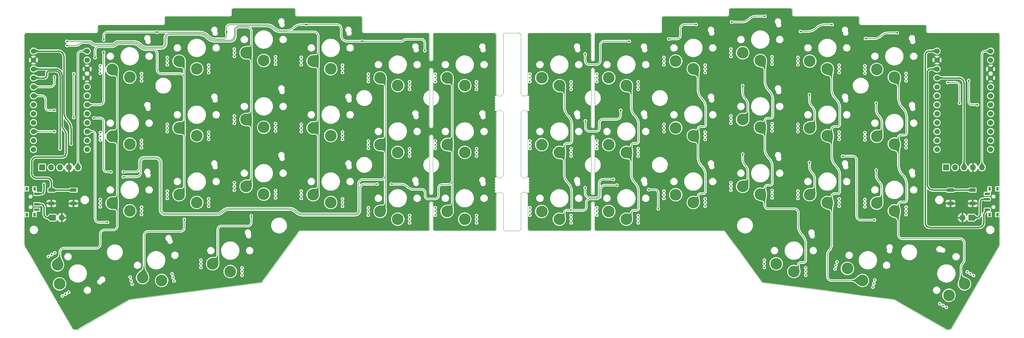
<source format=gtl>
G04 #@! TF.GenerationSoftware,KiCad,Pcbnew,(6.99.0-1912-g359c99991b)*
G04 #@! TF.CreationDate,2023-07-01T16:50:15+07:00*
G04 #@! TF.ProjectId,corne_chocoflan,636f726e-655f-4636-986f-636f666c616e,2*
G04 #@! TF.SameCoordinates,Original*
G04 #@! TF.FileFunction,Copper,L1,Top*
G04 #@! TF.FilePolarity,Positive*
%FSLAX46Y46*%
G04 Gerber Fmt 4.6, Leading zero omitted, Abs format (unit mm)*
G04 Created by KiCad (PCBNEW (6.99.0-1912-g359c99991b)) date 2023-07-01 16:50:15*
%MOMM*%
%LPD*%
G01*
G04 APERTURE LIST*
G04 #@! TA.AperFunction,ComponentPad*
%ADD10R,1.700000X1.700000*%
G04 #@! TD*
G04 #@! TA.AperFunction,ComponentPad*
%ADD11O,1.700000X1.700000*%
G04 #@! TD*
G04 #@! TA.AperFunction,SMDPad,CuDef*
%ADD12R,1.700000X1.000000*%
G04 #@! TD*
G04 #@! TA.AperFunction,ComponentPad*
%ADD13C,1.524000*%
G04 #@! TD*
G04 #@! TA.AperFunction,SMDPad,CuDef*
%ADD14R,0.800000X1.000000*%
G04 #@! TD*
G04 #@! TA.AperFunction,SMDPad,CuDef*
%ADD15R,1.500000X0.700000*%
G04 #@! TD*
G04 #@! TA.AperFunction,ComponentPad*
%ADD16C,3.300000*%
G04 #@! TD*
G04 #@! TA.AperFunction,ComponentPad*
%ADD17C,0.500000*%
G04 #@! TD*
G04 #@! TA.AperFunction,ViaPad*
%ADD18C,0.500000*%
G04 #@! TD*
G04 #@! TA.AperFunction,Conductor*
%ADD19C,0.200000*%
G04 #@! TD*
G04 #@! TA.AperFunction,Conductor*
%ADD20C,0.400000*%
G04 #@! TD*
G04 #@! TA.AperFunction,Profile*
%ADD21C,0.100000*%
G04 #@! TD*
%ADD22C,0.100000*%
%ADD23C,0.200000*%
G04 APERTURE END LIST*
D10*
X4994506Y-45249931D03*
D11*
X7534506Y-45249931D03*
X10074506Y-45249931D03*
X12614506Y-45249931D03*
X15154506Y-45249931D03*
D12*
X13901187Y-55499999D03*
X7601187Y-55499999D03*
X13901187Y-51699999D03*
X7601187Y-51699999D03*
D13*
X17740418Y-12171932D03*
X17740418Y-14711932D03*
X17740418Y-17251932D03*
X17740418Y-19791932D03*
X17740418Y-22331932D03*
X17740418Y-24871932D03*
X17740418Y-27411932D03*
X17740418Y-29951932D03*
X17740418Y-32491932D03*
X17740418Y-35031932D03*
X17740418Y-37571932D03*
X17740418Y-40111932D03*
X2520418Y-40111932D03*
X2520418Y-37571932D03*
X2520418Y-35031932D03*
X2520418Y-32491932D03*
X2520418Y-29951932D03*
X2520418Y-27411932D03*
X2520418Y-24871932D03*
X2520418Y-22331932D03*
X2520418Y-19791932D03*
X2520418Y-17251932D03*
X2520418Y-14711932D03*
X2520418Y-12171932D03*
D14*
X2831187Y-51349999D03*
X621187Y-51349999D03*
X2831187Y-58649999D03*
X621187Y-58649999D03*
D15*
X3481187Y-52749999D03*
X3481187Y-55749999D03*
X3481187Y-57249999D03*
D10*
X261347868Y-45249931D03*
D11*
X263887868Y-45249931D03*
X266427868Y-45249931D03*
X268967868Y-45249931D03*
X271507868Y-45249931D03*
D13*
X273984758Y-12171932D03*
X273984758Y-14711932D03*
X273984758Y-17251932D03*
X273984758Y-19791932D03*
X273984758Y-22331932D03*
X273984758Y-24871932D03*
X273984758Y-27411932D03*
X273984758Y-29951932D03*
X273984758Y-32491932D03*
X273984758Y-35031932D03*
X273984758Y-37571932D03*
X273984758Y-40111932D03*
X258764758Y-40111932D03*
X258764758Y-37571932D03*
X258764758Y-35031932D03*
X258764758Y-32491932D03*
X258764758Y-29951932D03*
X258764758Y-27411932D03*
X258764758Y-24871932D03*
X258764758Y-22331932D03*
X258764758Y-19791932D03*
X258764758Y-17251932D03*
X258764758Y-14711932D03*
X258764758Y-12171932D03*
D12*
X268901187Y-55499999D03*
X262601187Y-55499999D03*
X268901187Y-51699999D03*
X262601187Y-51699999D03*
D14*
X273671187Y-58649999D03*
X275881187Y-58649999D03*
X273671187Y-51349999D03*
X275881187Y-51349999D03*
D15*
X273021187Y-57249999D03*
X273021187Y-54249999D03*
X273021187Y-52749999D03*
D16*
X222668358Y-53009932D03*
D17*
X219318358Y-54059932D03*
X219318358Y-53009932D03*
X219318358Y-51959932D03*
X231018358Y-56259932D03*
X231018358Y-55199932D03*
X231018358Y-54159932D03*
D16*
X227668358Y-55209932D03*
X241668358Y-55384932D03*
D17*
X238318358Y-56434932D03*
X238318358Y-55384932D03*
X238318358Y-54334932D03*
X250018358Y-58634932D03*
X250018358Y-57574932D03*
X250018358Y-56534932D03*
D16*
X246668358Y-57584932D03*
X119834018Y-38759932D03*
D17*
X116484018Y-39809932D03*
X116484018Y-38759932D03*
X116484018Y-37709932D03*
X128184018Y-42009932D03*
X128184018Y-40949932D03*
X128184018Y-39909932D03*
D16*
X124834018Y-40959932D03*
X100834018Y-19759932D03*
D17*
X97484018Y-20809932D03*
X97484018Y-19759932D03*
X97484018Y-18709932D03*
X109184018Y-23009932D03*
X109184018Y-21949932D03*
X109184018Y-20909932D03*
D16*
X105834018Y-21959932D03*
X43834018Y-15009932D03*
D17*
X40484018Y-16059932D03*
X40484018Y-15009932D03*
X40484018Y-13959932D03*
X52184018Y-18259932D03*
X52184018Y-17199932D03*
X52184018Y-16159932D03*
D16*
X48834018Y-17209932D03*
X184668358Y-15009932D03*
D17*
X181318358Y-16059932D03*
X181318358Y-15009932D03*
X181318358Y-13959932D03*
X193018358Y-18259932D03*
X193018358Y-17199932D03*
X193018358Y-16159932D03*
D16*
X189668358Y-17209932D03*
X24834018Y-55384932D03*
D17*
X21484018Y-56434932D03*
X21484018Y-55384932D03*
X21484018Y-54334932D03*
X33184018Y-58634932D03*
X33184018Y-57574932D03*
X33184018Y-56534932D03*
D16*
X29834018Y-57584932D03*
X81834018Y-15009932D03*
D17*
X78484018Y-16059932D03*
X78484018Y-15009932D03*
X78484018Y-13959932D03*
X90184018Y-18259932D03*
X90184018Y-17199932D03*
X90184018Y-16159932D03*
D16*
X86834018Y-17209932D03*
X233368157Y-73963059D03*
D17*
X229860546Y-74110237D03*
X230132306Y-73096015D03*
X230404066Y-72081793D03*
X240592476Y-79263457D03*
X240866824Y-78239575D03*
X241135996Y-77235012D03*
D16*
X237628385Y-77382191D03*
X241668358Y-36384932D03*
D17*
X238318358Y-37434932D03*
X238318358Y-36384932D03*
X238318358Y-35334932D03*
X250018358Y-39634932D03*
X250018358Y-38574932D03*
X250018358Y-37534932D03*
D16*
X246668358Y-38584932D03*
X213168358Y-72634932D03*
D17*
X209818358Y-73684932D03*
X209818358Y-72634932D03*
X209818358Y-71584932D03*
X221518358Y-75884932D03*
X221518358Y-74824932D03*
X221518358Y-73784932D03*
D16*
X218168358Y-74834932D03*
X81834018Y-34009932D03*
D17*
X78484018Y-35059932D03*
X78484018Y-34009932D03*
X78484018Y-32959932D03*
X90184018Y-37259932D03*
X90184018Y-36199932D03*
X90184018Y-35159932D03*
D16*
X86834018Y-36209932D03*
X24834018Y-17384932D03*
D17*
X21484018Y-18434932D03*
X21484018Y-17384932D03*
X21484018Y-16334932D03*
X33184018Y-20634932D03*
X33184018Y-19574932D03*
X33184018Y-18534932D03*
D16*
X29834018Y-19584932D03*
X146668358Y-38759932D03*
D17*
X143318358Y-39809932D03*
X143318358Y-38759932D03*
X143318358Y-37709932D03*
X155018358Y-42009932D03*
X155018358Y-40949932D03*
X155018358Y-39909932D03*
D16*
X151668358Y-40959932D03*
X146668358Y-19759932D03*
D17*
X143318358Y-20809932D03*
X143318358Y-19759932D03*
X143318358Y-18709932D03*
X155018358Y-23009932D03*
X155018358Y-21949932D03*
X155018358Y-20909932D03*
D16*
X151668358Y-21959932D03*
X262165953Y-81590059D03*
D17*
X261400280Y-85016244D03*
X260490953Y-84491244D03*
X259581627Y-83966244D03*
X269155536Y-75983747D03*
X268237549Y-75453747D03*
X267336882Y-74933747D03*
D16*
X266571209Y-78359932D03*
X33474960Y-76551249D03*
D17*
X30510869Y-78432515D03*
X30239109Y-77418293D03*
X29967349Y-76404071D03*
X42381603Y-77529369D03*
X42107255Y-76505488D03*
X41838083Y-75500925D03*
D16*
X38873991Y-77382191D03*
X203668358Y-50634932D03*
D17*
X200318358Y-51684932D03*
X200318358Y-50634932D03*
X200318358Y-49584932D03*
X212018358Y-53884932D03*
X212018358Y-52824932D03*
X212018358Y-51784932D03*
D16*
X208668358Y-52834932D03*
X100834018Y-57759932D03*
D17*
X97484018Y-58809932D03*
X97484018Y-57759932D03*
X97484018Y-56709932D03*
X109184018Y-61009932D03*
X109184018Y-59949932D03*
X109184018Y-58909932D03*
D16*
X105834018Y-59959932D03*
D10*
X268516187Y-59499999D03*
D11*
X265976187Y-59499999D03*
D16*
X146668358Y-57759932D03*
D17*
X143318358Y-58809932D03*
X143318358Y-57759932D03*
X143318358Y-56709932D03*
X155018358Y-61009932D03*
X155018358Y-59949932D03*
X155018358Y-58909932D03*
D16*
X151668358Y-59959932D03*
X165668358Y-57759932D03*
D17*
X162318358Y-58809932D03*
X162318358Y-57759932D03*
X162318358Y-56709932D03*
X174018358Y-61009932D03*
X174018358Y-59949932D03*
X174018358Y-58909932D03*
D16*
X170668358Y-59959932D03*
X222668358Y-15009932D03*
D17*
X219318358Y-16059932D03*
X219318358Y-15009932D03*
X219318358Y-13959932D03*
X231018358Y-18259932D03*
X231018358Y-17199932D03*
X231018358Y-16159932D03*
D16*
X227668358Y-17209932D03*
X184668358Y-53009932D03*
D17*
X181318358Y-54059932D03*
X181318358Y-53009932D03*
X181318358Y-51959932D03*
X193018358Y-56259932D03*
X193018358Y-55199932D03*
X193018358Y-54159932D03*
D16*
X189668358Y-55209932D03*
X203668358Y-31634932D03*
D17*
X200318358Y-32684932D03*
X200318358Y-31634932D03*
X200318358Y-30584932D03*
X212018358Y-34884932D03*
X212018358Y-33824932D03*
X212018358Y-32784932D03*
D16*
X208668358Y-33834932D03*
X81834018Y-53009932D03*
D17*
X78484018Y-54059932D03*
X78484018Y-53009932D03*
X78484018Y-51959932D03*
X90184018Y-56259932D03*
X90184018Y-55199932D03*
X90184018Y-54159932D03*
D16*
X86834018Y-55209932D03*
X184668358Y-34009932D03*
D17*
X181318358Y-35059932D03*
X181318358Y-34009932D03*
X181318358Y-32959932D03*
X193018358Y-37259932D03*
X193018358Y-36199932D03*
X193018358Y-35159932D03*
D16*
X189668358Y-36209932D03*
X203668358Y-12634932D03*
D17*
X200318358Y-13684932D03*
X200318358Y-12634932D03*
X200318358Y-11584932D03*
X212018358Y-15884932D03*
X212018358Y-14824932D03*
X212018358Y-13784932D03*
D16*
X208668358Y-14834932D03*
X165668358Y-19759932D03*
D17*
X162318358Y-20809932D03*
X162318358Y-19759932D03*
X162318358Y-18709932D03*
X174018358Y-23009932D03*
X174018358Y-21949932D03*
X174018358Y-20909932D03*
D16*
X170668358Y-21959932D03*
X62834018Y-50634932D03*
D17*
X59484018Y-51684932D03*
X59484018Y-50634932D03*
X59484018Y-49584932D03*
X71184018Y-53884932D03*
X71184018Y-52824932D03*
X71184018Y-51784932D03*
D16*
X67834018Y-52834932D03*
X222668358Y-34009932D03*
D17*
X219318358Y-35059932D03*
X219318358Y-34009932D03*
X219318358Y-32959932D03*
X231018358Y-37259932D03*
X231018358Y-36199932D03*
X231018358Y-35159932D03*
D16*
X227668358Y-36209932D03*
X62834018Y-31634932D03*
D17*
X59484018Y-32684932D03*
X59484018Y-31634932D03*
X59484018Y-30584932D03*
X71184018Y-34884932D03*
X71184018Y-33824932D03*
X71184018Y-32784932D03*
D16*
X67834018Y-33834932D03*
X62834018Y-12634932D03*
D17*
X59484018Y-13684932D03*
X59484018Y-12634932D03*
X59484018Y-11584932D03*
X71184018Y-15884932D03*
X71184018Y-14824932D03*
X71184018Y-13784932D03*
D16*
X67834018Y-14834932D03*
X119834018Y-57759932D03*
D17*
X116484018Y-58809932D03*
X116484018Y-57759932D03*
X116484018Y-56709932D03*
X128184018Y-61009932D03*
X128184018Y-59949932D03*
X128184018Y-58909932D03*
D16*
X124834018Y-59959932D03*
D10*
X7986187Y-59499999D03*
D11*
X10526187Y-59499999D03*
D16*
X165668358Y-38759932D03*
D17*
X162318358Y-39809932D03*
X162318358Y-38759932D03*
X162318358Y-37709932D03*
X174018358Y-42009932D03*
X174018358Y-40949932D03*
X174018358Y-39909932D03*
D16*
X170668358Y-40959932D03*
X24834018Y-36384932D03*
D17*
X21484018Y-37434932D03*
X21484018Y-36384932D03*
X21484018Y-35334932D03*
X33184018Y-39634932D03*
X33184018Y-38574932D03*
X33184018Y-37534932D03*
D16*
X29834018Y-38584932D03*
X43834018Y-53009932D03*
D17*
X40484018Y-54059932D03*
X40484018Y-53009932D03*
X40484018Y-51959932D03*
X52184018Y-56259932D03*
X52184018Y-55199932D03*
X52184018Y-54159932D03*
D16*
X48834018Y-55209932D03*
X9336423Y-72929805D03*
D17*
X6752096Y-70553620D03*
X7661423Y-70028620D03*
X8570749Y-69503620D03*
X10696840Y-81786117D03*
X11614827Y-81256117D03*
X12515494Y-80736117D03*
D16*
X9931167Y-78359932D03*
X53334018Y-72634932D03*
D17*
X49984018Y-73684932D03*
X49984018Y-72634932D03*
X49984018Y-71584932D03*
X61684018Y-75884932D03*
X61684018Y-74824932D03*
X61684018Y-73784932D03*
D16*
X58334018Y-74834932D03*
X241668358Y-17384932D03*
D17*
X238318358Y-18434932D03*
X238318358Y-17384932D03*
X238318358Y-16334932D03*
X250018358Y-20634932D03*
X250018358Y-19574932D03*
X250018358Y-18534932D03*
D16*
X246668358Y-19584932D03*
X119834018Y-19759932D03*
D17*
X116484018Y-20809932D03*
X116484018Y-19759932D03*
X116484018Y-18709932D03*
X128184018Y-23009932D03*
X128184018Y-21949932D03*
X128184018Y-20909932D03*
D16*
X124834018Y-21959932D03*
X43834018Y-34009932D03*
D17*
X40484018Y-35059932D03*
X40484018Y-34009932D03*
X40484018Y-32959932D03*
X52184018Y-37259932D03*
X52184018Y-36199932D03*
X52184018Y-35159932D03*
D16*
X48834018Y-36209932D03*
X100834018Y-38759932D03*
D17*
X97484018Y-39809932D03*
X97484018Y-38759932D03*
X97484018Y-37709932D03*
X109184018Y-42009932D03*
X109184018Y-40949932D03*
X109184018Y-39909932D03*
D16*
X105834018Y-40959932D03*
D18*
X22450000Y-9000000D03*
X79900000Y-4619864D03*
X22450000Y-12500000D03*
X37500000Y-6750000D03*
X113500000Y-12000000D03*
X57300000Y-6700000D03*
X95800000Y-9369864D03*
X222600000Y-24500000D03*
X241550000Y-26950000D03*
X241550000Y-46000000D03*
X23500000Y-60844864D03*
X199200000Y-39100000D03*
X247500000Y-6994864D03*
X200500000Y-3900000D03*
X229000000Y-4619864D03*
X238500000Y-8600000D03*
X270251188Y-27411932D03*
X267751188Y-20500000D03*
X159000000Y-13000000D03*
X220000000Y-6600000D03*
X182700000Y-8700000D03*
X210000000Y-2244864D03*
X171500000Y-9369864D03*
X190500000Y-4619864D03*
X261800000Y-21063046D03*
X159050000Y-32000000D03*
X265151188Y-27000000D03*
X169051188Y-29000000D03*
X10074507Y-40000000D03*
X8100000Y-25800000D03*
X8669462Y-14700000D03*
X104000000Y-50000000D03*
X13969462Y-31050000D03*
X28000000Y-47900000D03*
X13969462Y-18600000D03*
X100000000Y-50000000D03*
X8469462Y-19500000D03*
X28000000Y-46500000D03*
X19600000Y-31200000D03*
X8500000Y-29000000D03*
X24500000Y-46500000D03*
X167000000Y-48600000D03*
X232000000Y-42050000D03*
X179700000Y-57000000D03*
X177000000Y-51550480D03*
X159000000Y-51000000D03*
X241000000Y-60200000D03*
X12000000Y-9400000D03*
X12000000Y-10600000D03*
X64300000Y-59000000D03*
X20000000Y-14000000D03*
X45300000Y-60000000D03*
X8500000Y-35031932D03*
X5500000Y-50000000D03*
X13169462Y-38600000D03*
X168000000Y-50300000D03*
X203650000Y-22000000D03*
X203650000Y-41450000D03*
X222600000Y-43800000D03*
D19*
X113500000Y-9814214D02*
X113500000Y-12000000D01*
X89800000Y-7716548D02*
X89800000Y-5776346D01*
X57300000Y-6700000D02*
X57300000Y-5572792D01*
X37500480Y-6750480D02*
X49673128Y-6750481D01*
X57563604Y-4936396D02*
X57585916Y-4914084D01*
X88643518Y-4619864D02*
X79900000Y-4619864D01*
X78381355Y-4619864D02*
X79900000Y-4619864D01*
X22742893Y-7057107D02*
X22756627Y-7043373D01*
X58222312Y-4650480D02*
X68743556Y-4650480D01*
X72845994Y-6350480D02*
X74248301Y-6350480D01*
X23463734Y-6750480D02*
X37499520Y-6750480D01*
X52006581Y-7717029D02*
X52023965Y-7734413D01*
X37500000Y-6750000D02*
X37500480Y-6750480D01*
X90286590Y-8886590D02*
X90283274Y-8883274D01*
X22450000Y-26294365D02*
X22450000Y-12500000D01*
X95800000Y-9369864D02*
X91453316Y-9369864D01*
X108193503Y-8800000D02*
X112485786Y-8800000D01*
X37499520Y-6750480D02*
X37500000Y-6750000D01*
X89463173Y-4963173D02*
X89456691Y-4956691D01*
X54357417Y-8700960D02*
X56446958Y-8700960D01*
X57047999Y-8452001D02*
X57051041Y-8448959D01*
X70794165Y-5499870D02*
X70795386Y-5501091D01*
X113192893Y-9092893D02*
X113207107Y-9107107D01*
X17740418Y-27411932D02*
X21332433Y-27411932D01*
X95800000Y-9369864D02*
X106836633Y-9369864D01*
X76298910Y-5501090D02*
X76330745Y-5469255D01*
X107508385Y-9091615D02*
X107521752Y-9078248D01*
X22450000Y-9000000D02*
X22450000Y-7764214D01*
X22110251Y-27089749D02*
X22127818Y-27072182D01*
X57300000Y-6700000D02*
X57300000Y-7847918D01*
X113499990Y-9814214D02*
G75*
G03*
X113207107Y-9107107I-999990J14D01*
G01*
X52023965Y-7734413D02*
G75*
G03*
X54357417Y-8700960I2333435J2333413D01*
G01*
X56446958Y-8700942D02*
G75*
G03*
X57047999Y-8452001I42J849942D01*
G01*
X21332433Y-27411946D02*
G75*
G03*
X22110251Y-27089749I-33J1100046D01*
G01*
X70794191Y-5499844D02*
G75*
G03*
X68743556Y-4650480I-2050591J-2050656D01*
G01*
X58222312Y-4650495D02*
G75*
G03*
X57585916Y-4914084I-12J-900005D01*
G01*
X22127835Y-27072199D02*
G75*
G03*
X22450000Y-26294365I-777835J777799D01*
G01*
X113192900Y-9092886D02*
G75*
G03*
X112485786Y-8800000I-707100J-707114D01*
G01*
X22742886Y-7057100D02*
G75*
G03*
X22450000Y-7764214I707114J-707100D01*
G01*
X74248301Y-6350486D02*
G75*
G03*
X76298910Y-5501090I-1J2899986D01*
G01*
X52006571Y-7717039D02*
G75*
G03*
X49673128Y-6750481I-2333471J-2333461D01*
G01*
X89456689Y-4956693D02*
G75*
G03*
X88643518Y-4619864I-813189J-813207D01*
G01*
X108193503Y-8800003D02*
G75*
G03*
X107521753Y-9078249I-3J-949997D01*
G01*
X57051032Y-8448950D02*
G75*
G03*
X57300000Y-7847918I-601032J601050D01*
G01*
X90286589Y-8886591D02*
G75*
G03*
X91453316Y-9369864I1166711J1166691D01*
G01*
X106836633Y-9369897D02*
G75*
G03*
X107508384Y-9091614I-33J949997D01*
G01*
X89799967Y-7716548D02*
G75*
G03*
X90283274Y-8883274I1650033J48D01*
G01*
X23463734Y-6750510D02*
G75*
G03*
X22756627Y-7043373I-34J-999990D01*
G01*
X57563608Y-4936400D02*
G75*
G03*
X57300000Y-5572792I636392J-636400D01*
G01*
X89799967Y-5776346D02*
G75*
G03*
X89463172Y-4963174I-1149967J46D01*
G01*
X70795393Y-5501084D02*
G75*
G03*
X72845994Y-6350480I2050607J2050584D01*
G01*
X78381355Y-4619843D02*
G75*
G03*
X76330745Y-5469255I45J-2900057D01*
G01*
X223690068Y-34009932D02*
X224100000Y-33600000D01*
X224100000Y-33600000D02*
X224100000Y-29756245D01*
X222668358Y-34009932D02*
X223690068Y-34009932D01*
X223353122Y-27953122D02*
X223346877Y-27946877D01*
X222600000Y-26143755D02*
X222600000Y-24500000D01*
X222600032Y-26143755D02*
G75*
G03*
X223346877Y-27946877I2549968J-45D01*
G01*
X224099968Y-29756245D02*
G75*
G03*
X223353122Y-27953122I-2549968J45D01*
G01*
X241668358Y-36384932D02*
X242815068Y-36384932D01*
X242815068Y-36384932D02*
X243150000Y-36050000D01*
X243150000Y-36050000D02*
X243150000Y-32568377D01*
X242359188Y-30659188D02*
X242340811Y-30640811D01*
X241550000Y-28731623D02*
X241550000Y-26950000D01*
X243150016Y-32568377D02*
G75*
G03*
X242359188Y-30659188I-2700016J-23D01*
G01*
X241549984Y-28731623D02*
G75*
G03*
X242340811Y-30640811I2700016J23D01*
G01*
X241550000Y-46000000D02*
X241550000Y-47373045D01*
X243100000Y-51076955D02*
X243100000Y-55000000D01*
X242715068Y-55384932D02*
X241668358Y-55384932D01*
X242311523Y-49211523D02*
X242338478Y-49238478D01*
X243100000Y-55000000D02*
X242715068Y-55384932D01*
X243100031Y-51076955D02*
G75*
G03*
X242338478Y-49238478I-2600031J-45D01*
G01*
X241549969Y-47373045D02*
G75*
G03*
X242311523Y-49211523I2600031J45D01*
G01*
X17740418Y-35031932D02*
X19221272Y-35031932D01*
X19751602Y-35251602D02*
X19780330Y-35280330D01*
X21100499Y-60844864D02*
X23500000Y-60844864D01*
X20000000Y-35810660D02*
X20000000Y-59744365D01*
X20322182Y-60522182D02*
X20322681Y-60522681D01*
X20322689Y-60522673D02*
G75*
G03*
X21100499Y-60844864I777811J777773D01*
G01*
X20000025Y-59744365D02*
G75*
G03*
X20322182Y-60522182I1099975J-35D01*
G01*
X20000028Y-35810660D02*
G75*
G03*
X19780330Y-35280330I-750028J-40D01*
G01*
X19751609Y-35251595D02*
G75*
G03*
X19221272Y-35031932I-530309J-530305D01*
G01*
D20*
X262601188Y-55500000D02*
X268901188Y-55500000D01*
X270147918Y-59500000D02*
X268516188Y-59500000D01*
X271230330Y-54469670D02*
X271219670Y-54480330D01*
X270751041Y-59248959D02*
X270748959Y-59251041D01*
X271000000Y-55010660D02*
X271000000Y-58647918D01*
X273021188Y-54250000D02*
X271760660Y-54250000D01*
X270751032Y-59248950D02*
G75*
G03*
X271000000Y-58647918I-601032J601050D01*
G01*
X271760660Y-54249972D02*
G75*
G03*
X271230330Y-54469670I40J-750028D01*
G01*
X270147918Y-59500013D02*
G75*
G03*
X270748959Y-59251041I-18J850013D01*
G01*
X271219690Y-54480350D02*
G75*
G03*
X271000000Y-55010660I530310J-530350D01*
G01*
X6514214Y-59500000D02*
X7986188Y-59500000D01*
X3481188Y-55750000D02*
X4739340Y-55750000D01*
X5792893Y-59192893D02*
X5807107Y-59207107D01*
X5269670Y-55969670D02*
X5280330Y-55980330D01*
X5500000Y-56510660D02*
X5500000Y-58485786D01*
X5500010Y-58485786D02*
G75*
G03*
X5792893Y-59192893I999990J-14D01*
G01*
X5269650Y-55969690D02*
G75*
G03*
X4739340Y-55750000I-530350J-530310D01*
G01*
X5807100Y-59207114D02*
G75*
G03*
X6514214Y-59500000I707100J707114D01*
G01*
X5500002Y-56510660D02*
G75*
G03*
X5280329Y-55980331I-749992J0D01*
G01*
D19*
X187065060Y-4619864D02*
X190500000Y-4619864D01*
X268014161Y-27162973D02*
X268000147Y-27148959D01*
X186307538Y-4942462D02*
X186322598Y-4927402D01*
X185692893Y-8407107D02*
X185707107Y-8392893D01*
X226867751Y-4619864D02*
X229000000Y-4619864D01*
X270251188Y-27411932D02*
X268615202Y-27411932D01*
X205420101Y-3079899D02*
X205435035Y-3064965D01*
X200500000Y-3900000D02*
X203440202Y-3900000D01*
X182700000Y-8700000D02*
X184985786Y-8700000D01*
X238500000Y-8600000D02*
X240981623Y-8600000D01*
X207414934Y-2244864D02*
X210000000Y-2244864D01*
X224481193Y-5618807D02*
X224498944Y-5601056D01*
X220000000Y-6600000D02*
X222112385Y-6600000D01*
X242890812Y-7809188D02*
X242914325Y-7785675D01*
X267751188Y-26547918D02*
X267751188Y-20500000D01*
X162936827Y-15663173D02*
X162963173Y-15636827D01*
X164365060Y-9369864D02*
X171500000Y-9369864D01*
X160176346Y-16000000D02*
X162123654Y-16000000D01*
X244823513Y-6994864D02*
X247500000Y-6994864D01*
X163607538Y-9692462D02*
X163622598Y-9677402D01*
X159000000Y-13000000D02*
X159000000Y-14823654D01*
X163300000Y-14823654D02*
X163300000Y-10434924D01*
X159336827Y-15636827D02*
X159363173Y-15663173D01*
X186000000Y-7685786D02*
X186000000Y-5684924D01*
X164365060Y-9369847D02*
G75*
G03*
X163622598Y-9677402I40J-1050053D01*
G01*
X184985786Y-8699990D02*
G75*
G03*
X185692893Y-8407107I14J999990D01*
G01*
X162963196Y-15636850D02*
G75*
G03*
X163300000Y-14823654I-813196J813150D01*
G01*
X244823513Y-6994884D02*
G75*
G03*
X242914325Y-7785675I-13J-2700016D01*
G01*
X159363150Y-15663196D02*
G75*
G03*
X160176346Y-16000000I813150J813196D01*
G01*
X240981623Y-8600016D02*
G75*
G03*
X242890812Y-7809188I-23J2700016D01*
G01*
X267751179Y-26547918D02*
G75*
G03*
X268000147Y-27148959I850021J18D01*
G01*
X163607526Y-9692450D02*
G75*
G03*
X163300000Y-10434924I742474J-742450D01*
G01*
X222112385Y-6599989D02*
G75*
G03*
X224481193Y-5618807I15J3349989D01*
G01*
X268014154Y-27162980D02*
G75*
G03*
X268615202Y-27411932I601046J601080D01*
G01*
X226867751Y-4619841D02*
G75*
G03*
X224498945Y-5601057I49J-3350059D01*
G01*
X159000033Y-14823654D02*
G75*
G03*
X159336828Y-15636826I1149967J-46D01*
G01*
X186307526Y-4942450D02*
G75*
G03*
X186000000Y-5684924I742474J-742450D01*
G01*
X185707114Y-8392900D02*
G75*
G03*
X186000000Y-7685786I-707114J707100D01*
G01*
X162123654Y-15999967D02*
G75*
G03*
X162936826Y-15663172I46J1149967D01*
G01*
X187065060Y-4619847D02*
G75*
G03*
X186322598Y-4927402I40J-1050053D01*
G01*
X203440202Y-3900001D02*
G75*
G03*
X205420101Y-3079899I-2J2800001D01*
G01*
X207414934Y-2244899D02*
G75*
G03*
X205435035Y-3064965I-34J-2800001D01*
G01*
X162736396Y-34713604D02*
X162713604Y-34736396D01*
X264855939Y-21355939D02*
X264858295Y-21358295D01*
X162077208Y-35000000D02*
X160226346Y-35000000D01*
X169051188Y-29000000D02*
X169051188Y-30372466D01*
X261800000Y-21063046D02*
X264148832Y-21063046D01*
X265151188Y-22065402D02*
X265151188Y-27000000D01*
X159050000Y-33823654D02*
X159050000Y-32000000D01*
X159413173Y-34663173D02*
X159386827Y-34636827D01*
X168714361Y-31185639D02*
X168695390Y-31204610D01*
X163286812Y-31819685D02*
X163278249Y-31828248D01*
X167882217Y-31541437D02*
X163958563Y-31541437D01*
X163000000Y-32500000D02*
X163000000Y-34077208D01*
X159050033Y-33823654D02*
G75*
G03*
X159386828Y-34636826I1149967J-46D01*
G01*
X163278249Y-31828248D02*
G75*
G03*
X163000000Y-32500000I671751J-671752D01*
G01*
X265151190Y-22065402D02*
G75*
G03*
X264858295Y-21358295I-999990J2D01*
G01*
X162077208Y-35000005D02*
G75*
G03*
X162713604Y-34736396I-8J900005D01*
G01*
X162736392Y-34713600D02*
G75*
G03*
X163000000Y-34077208I-636392J636400D01*
G01*
X163958563Y-31541400D02*
G75*
G03*
X163286812Y-31819685I37J-950000D01*
G01*
X159413150Y-34663196D02*
G75*
G03*
X160226346Y-35000000I813150J813196D01*
G01*
X264855913Y-21355965D02*
G75*
G03*
X264148832Y-21063046I-707113J-707035D01*
G01*
X168714375Y-31185653D02*
G75*
G03*
X169051188Y-30372466I-813175J813153D01*
G01*
X167882217Y-31541438D02*
G75*
G03*
X168695390Y-31204610I-17J1150038D01*
G01*
D20*
X10074507Y-19099919D02*
X10074507Y-40000000D01*
X6937249Y-17801452D02*
X8776040Y-17801452D01*
X2520418Y-19791932D02*
X5608291Y-19791932D01*
X6067910Y-19601552D02*
X6079081Y-19590381D01*
X6269462Y-19130761D02*
X6269462Y-18469239D01*
X6459842Y-18009620D02*
X6477629Y-17991833D01*
X9659923Y-18167568D02*
X9708390Y-18216035D01*
X6937249Y-17801472D02*
G75*
G03*
X6477630Y-17991834I-49J-649928D01*
G01*
X6459843Y-18009621D02*
G75*
G03*
X6269462Y-18469239I459617J-459619D01*
G01*
X5608291Y-19791916D02*
G75*
G03*
X6067910Y-19601552I9J650016D01*
G01*
X10074491Y-19099919D02*
G75*
G03*
X9708390Y-18216035I-1249991J19D01*
G01*
X6079093Y-19590393D02*
G75*
G03*
X6269462Y-19130761I-459593J459593D01*
G01*
X9659892Y-18167599D02*
G75*
G03*
X8776040Y-17801452I-883892J-883801D01*
G01*
X13901188Y-55500000D02*
X7601188Y-55500000D01*
D19*
X32563173Y-47536827D02*
X32536827Y-47563173D01*
X33201403Y-42992893D02*
X33192893Y-43001403D01*
X117400000Y-53185786D02*
X117400000Y-51114214D01*
X56253122Y-57946878D02*
X56246877Y-57953123D01*
X121300000Y-48923654D02*
X121300000Y-39100000D01*
X31723654Y-47900000D02*
X28000000Y-47900000D01*
X76909188Y-58009188D02*
X76890811Y-57990811D01*
X113600000Y-52352082D02*
X113600000Y-53347918D01*
X108605204Y-50753122D02*
X108598959Y-50746877D01*
X8117990Y-21951472D02*
X8089002Y-21980460D01*
X120959932Y-19759932D02*
X121300000Y-20100000D01*
X120940068Y-57759932D02*
X119834018Y-57759932D01*
X118414214Y-50100000D02*
X120123654Y-50100000D01*
X38063173Y-43057469D02*
X38042531Y-43036827D01*
X37229358Y-42700000D02*
X33908510Y-42700000D01*
X121300000Y-20100000D02*
X121300000Y-38400000D01*
X110408327Y-51500000D02*
X112747918Y-51500000D01*
X113848959Y-53948959D02*
X113851041Y-53951041D01*
X93755818Y-58800000D02*
X78818377Y-58800000D01*
X8469462Y-19500000D02*
X8469462Y-21102944D01*
X120940068Y-38759932D02*
X119834018Y-38759932D01*
X95463173Y-50336827D02*
X95436827Y-50363173D01*
X121300000Y-39100000D02*
X120959932Y-38759932D01*
X120936827Y-49763173D02*
X120963173Y-49736827D01*
X54443755Y-58700000D02*
X39900610Y-58700000D01*
X38875305Y-58275305D02*
X38824695Y-58224695D01*
X7240474Y-22331932D02*
X2520418Y-22331932D01*
X74981623Y-57200000D02*
X58056245Y-57200000D01*
X32900000Y-43708510D02*
X32900000Y-46723654D01*
X121300000Y-38400000D02*
X120940068Y-38759932D01*
X117092893Y-53907107D02*
X117107107Y-53892893D01*
X94719238Y-58375058D02*
X94675057Y-58419239D01*
X113348959Y-51748959D02*
X113351041Y-51751041D01*
X119834018Y-19759932D02*
X120959932Y-19759932D01*
X100000000Y-50000000D02*
X96276346Y-50000000D01*
X121300000Y-57400000D02*
X120940068Y-57759932D01*
X95100000Y-51176346D02*
X95099999Y-57455819D01*
X13969462Y-31050000D02*
X13969462Y-18600000D01*
X120959932Y-38759932D02*
X119834018Y-38759932D01*
X114452082Y-54200000D02*
X116385786Y-54200000D01*
X106795837Y-50000000D02*
X104000000Y-50000000D01*
X38400000Y-57199390D02*
X38400000Y-43870642D01*
X117692893Y-50407107D02*
X117707107Y-50392893D01*
X121300000Y-48923654D02*
X121300000Y-57400000D01*
X76909200Y-58009176D02*
G75*
G03*
X78818377Y-58800000I1909200J1909176D01*
G01*
X31723654Y-47899967D02*
G75*
G03*
X32536826Y-47563172I46J1149967D01*
G01*
X113600013Y-52352082D02*
G75*
G03*
X113351041Y-51751041I-850013J-18D01*
G01*
X8117960Y-21951442D02*
G75*
G03*
X8469462Y-21102944I-848460J848542D01*
G01*
X117107114Y-53892900D02*
G75*
G03*
X117400000Y-53185786I-707114J707100D01*
G01*
X120963196Y-49736850D02*
G75*
G03*
X121300000Y-48923654I-813196J813150D01*
G01*
X95436804Y-50363150D02*
G75*
G03*
X95100000Y-51176346I813196J-813150D01*
G01*
X7240474Y-22331904D02*
G75*
G03*
X8089002Y-21980460I26J1200004D01*
G01*
X54443755Y-58699968D02*
G75*
G03*
X56246877Y-57953123I45J2549968D01*
G01*
X33192888Y-43001398D02*
G75*
G03*
X32900000Y-43708510I707112J-707102D01*
G01*
X38875300Y-58275310D02*
G75*
G03*
X39900610Y-58700000I1025300J1025310D01*
G01*
X113851050Y-53951032D02*
G75*
G03*
X114452082Y-54200000I601050J601032D01*
G01*
X96276346Y-50000033D02*
G75*
G03*
X95463174Y-50336828I-46J-1149967D01*
G01*
X113599987Y-53347918D02*
G75*
G03*
X113848959Y-53948959I850013J18D01*
G01*
X38042552Y-43036806D02*
G75*
G03*
X37229358Y-42700000I-813152J-813194D01*
G01*
X32563196Y-47536850D02*
G75*
G03*
X32900000Y-46723654I-813196J813150D01*
G01*
X58056245Y-57200032D02*
G75*
G03*
X56253122Y-57946878I-45J-2549968D01*
G01*
X38400007Y-57199390D02*
G75*
G03*
X38824695Y-58224695I1449993J-10D01*
G01*
X94719228Y-58375048D02*
G75*
G03*
X95099999Y-57455819I-919228J919248D01*
G01*
X118414214Y-50100010D02*
G75*
G03*
X117707107Y-50392893I-14J-999990D01*
G01*
X108605191Y-50753135D02*
G75*
G03*
X110408327Y-51500000I1803109J1803135D01*
G01*
X113348950Y-51748968D02*
G75*
G03*
X112747918Y-51500000I-601050J-601032D01*
G01*
X33908510Y-42700007D02*
G75*
G03*
X33201403Y-42992893I-10J-999993D01*
G01*
X116385786Y-54199990D02*
G75*
G03*
X117092893Y-53907107I14J999990D01*
G01*
X76890799Y-57990823D02*
G75*
G03*
X74981623Y-57200000I-1909199J-1909177D01*
G01*
X38399970Y-43870642D02*
G75*
G03*
X38063173Y-43057469I-1149970J42D01*
G01*
X108598940Y-50746896D02*
G75*
G03*
X106795837Y-50000000I-1803140J-1803104D01*
G01*
X93755818Y-58800012D02*
G75*
G03*
X94675056Y-58419238I-18J1300012D01*
G01*
X120123654Y-50099967D02*
G75*
G03*
X120936826Y-49763172I46J1149967D01*
G01*
X117692886Y-50407100D02*
G75*
G03*
X117400000Y-51114214I707114J-707100D01*
G01*
X95077817Y-49022183D02*
X95072662Y-49027338D01*
X31445325Y-46500000D02*
X28000000Y-46500000D01*
X5969462Y-25934924D02*
X5969462Y-28168629D01*
X100834018Y-19759932D02*
X101959932Y-19759932D01*
X101123654Y-48700000D02*
X95855635Y-48700000D01*
X75126399Y-56850480D02*
X57911468Y-56850481D01*
X101940068Y-38759932D02*
X100834018Y-38759932D01*
X54298979Y-58350480D02*
X39921122Y-58350480D01*
X101963173Y-48336827D02*
X101936827Y-48363173D01*
X39107949Y-58013653D02*
X39086347Y-57992051D01*
X56108345Y-57597359D02*
X56102101Y-57603603D01*
X24500000Y-46500000D02*
X23281371Y-46500000D01*
X22715686Y-46265686D02*
X22684315Y-46234315D01*
X32228297Y-46172663D02*
X32223142Y-46177818D01*
X38749520Y-57178878D02*
X38749519Y-43850129D01*
X38324824Y-42824824D02*
X38275175Y-42775175D01*
X77053964Y-57659668D02*
X77035587Y-57641291D01*
X102300000Y-20100000D02*
X102300000Y-38400000D01*
X22450000Y-45668629D02*
X22450000Y-32122792D01*
X93735306Y-58450480D02*
X78963153Y-58450480D01*
X102300000Y-38400000D02*
X101940068Y-38759932D01*
X21527208Y-31200000D02*
X19600000Y-31200000D01*
X94457587Y-58142413D02*
X94442413Y-58157587D01*
X32550480Y-43687998D02*
X32550480Y-45394845D01*
X6800833Y-29000000D02*
X8500000Y-29000000D01*
X94750480Y-49805155D02*
X94750480Y-57435306D01*
X32968758Y-42731242D02*
X32931241Y-42768759D01*
X101959932Y-19759932D02*
X102300000Y-20100000D01*
X22186396Y-31486396D02*
X22163604Y-31463604D01*
X101940068Y-57759932D02*
X100834018Y-57759932D01*
X102300000Y-47523654D02*
X102300000Y-57400000D01*
X5648932Y-25179470D02*
X5661924Y-25192462D01*
X2520418Y-24871932D02*
X4906470Y-24871932D01*
X102300000Y-39100000D02*
X102300000Y-47523654D01*
X37249870Y-42350480D02*
X33887997Y-42350481D01*
X102300000Y-57400000D02*
X101940068Y-57759932D01*
X101959932Y-38759932D02*
X102300000Y-39100000D01*
X6203777Y-28734315D02*
X6235148Y-28765686D01*
X100834018Y-38759932D02*
X101959932Y-38759932D01*
X6235132Y-28765702D02*
G75*
G03*
X6800833Y-29000000I565668J565702D01*
G01*
X39107942Y-58013660D02*
G75*
G03*
X39921122Y-58350480I813158J813160D01*
G01*
X54298979Y-58350471D02*
G75*
G03*
X56102101Y-57603603I21J2549971D01*
G01*
X95072680Y-49027356D02*
G75*
G03*
X94750480Y-49805155I777820J-777844D01*
G01*
X22715701Y-46265671D02*
G75*
G03*
X23281371Y-46500000I565699J565671D01*
G01*
X101963196Y-48336850D02*
G75*
G03*
X102300000Y-47523654I-813196J813150D01*
G01*
X38749530Y-57178878D02*
G75*
G03*
X39086347Y-57992051I1149970J-22D01*
G01*
X33887997Y-42350485D02*
G75*
G03*
X32968759Y-42731243I3J-1300015D01*
G01*
X5648940Y-25179462D02*
G75*
G03*
X4906470Y-24871932I-742440J-742438D01*
G01*
X94457580Y-58142406D02*
G75*
G03*
X94750480Y-57435306I-707080J707106D01*
G01*
X5969455Y-25934924D02*
G75*
G03*
X5661923Y-25192463I-1049955J24D01*
G01*
X38275194Y-42775156D02*
G75*
G03*
X37249870Y-42350480I-1025294J-1025344D01*
G01*
X101123654Y-48699967D02*
G75*
G03*
X101936826Y-48363172I46J1149967D01*
G01*
X38749493Y-43850129D02*
G75*
G03*
X38324824Y-42824824I-1449993J29D01*
G01*
X32228270Y-46172636D02*
G75*
G03*
X32550480Y-45394845I-777770J777836D01*
G01*
X22450005Y-32122792D02*
G75*
G03*
X22186396Y-31486396I-900005J-8D01*
G01*
X31445325Y-46500017D02*
G75*
G03*
X32223141Y-46177817I-25J1100017D01*
G01*
X77053992Y-57659640D02*
G75*
G03*
X78963153Y-58450480I1909208J1909140D01*
G01*
X32931238Y-42768756D02*
G75*
G03*
X32550480Y-43687998I919262J-919244D01*
G01*
X77035591Y-57641287D02*
G75*
G03*
X75126399Y-56850480I-1909191J-1909213D01*
G01*
X95855635Y-48700025D02*
G75*
G03*
X95077817Y-49022183I-35J-1099975D01*
G01*
X22163600Y-31463608D02*
G75*
G03*
X21527208Y-31200000I-636400J-636392D01*
G01*
X93735306Y-58450490D02*
G75*
G03*
X94442413Y-58157587I-6J999990D01*
G01*
X5969465Y-28168629D02*
G75*
G03*
X6203777Y-28734315I800005J-1D01*
G01*
X22449980Y-45668629D02*
G75*
G03*
X22684315Y-46234315I800020J29D01*
G01*
X57911468Y-56850464D02*
G75*
G03*
X56108345Y-57597359I32J-2550036D01*
G01*
X160268253Y-53850486D02*
X162121086Y-53850486D01*
X235677818Y-42377818D02*
X235672183Y-42372183D01*
X162722127Y-53601527D02*
X162725175Y-53598479D01*
X164079289Y-48600000D02*
X167000000Y-48600000D01*
X179414084Y-51814084D02*
X179436396Y-51836396D01*
X241000000Y-60200000D02*
X237176346Y-60200000D01*
X159366117Y-53466117D02*
X159384370Y-53484370D01*
X236363173Y-59863173D02*
X236336827Y-59836827D01*
X234894365Y-42050000D02*
X232000000Y-42050000D01*
X159000000Y-51000000D02*
X159000000Y-52582233D01*
X177000000Y-51550480D02*
X178777688Y-51550480D01*
X236000000Y-59023654D02*
X236000000Y-43155635D01*
X179700000Y-52472792D02*
X179700000Y-57000000D01*
X162974134Y-52997438D02*
X162974134Y-49705155D01*
X163296317Y-48927337D02*
X163301472Y-48922182D01*
X179700005Y-52472792D02*
G75*
G03*
X179436396Y-51836396I-900005J-8D01*
G01*
X162725163Y-53598467D02*
G75*
G03*
X162974134Y-52997438I-601063J601067D01*
G01*
X179414094Y-51814074D02*
G75*
G03*
X178777688Y-51550480I-636394J-636426D01*
G01*
X164079289Y-48599993D02*
G75*
G03*
X163301473Y-48922183I11J-1100007D01*
G01*
X163296347Y-48927367D02*
G75*
G03*
X162974134Y-49705155I777753J-777833D01*
G01*
X158999977Y-52582233D02*
G75*
G03*
X159366117Y-53466117I1250023J33D01*
G01*
X236000033Y-59023654D02*
G75*
G03*
X236336828Y-59836826I1149967J-46D01*
G01*
X235999975Y-43155635D02*
G75*
G03*
X235677818Y-42377818I-1099975J35D01*
G01*
X159384396Y-53484344D02*
G75*
G03*
X160268253Y-53850486I883904J883844D01*
G01*
X236363150Y-59863196D02*
G75*
G03*
X237176346Y-60200000I813150J813196D01*
G01*
X162121086Y-53850480D02*
G75*
G03*
X162722127Y-53601527I14J849980D01*
G01*
X235672200Y-42372166D02*
G75*
G03*
X234894365Y-42050000I-777800J-777834D01*
G01*
X18235105Y-9400000D02*
X12000000Y-9400000D01*
X83300000Y-33600000D02*
X82890068Y-34009932D01*
X82890068Y-53009932D02*
X81834018Y-53009932D01*
X70650609Y-5850609D02*
X70649390Y-5849390D01*
X25614096Y-9795406D02*
X25603948Y-9805554D01*
X68598781Y-5000000D02*
X60800000Y-5000000D01*
X24649354Y-10200960D02*
X20154441Y-10200960D01*
X82909932Y-34009932D02*
X83300000Y-34400000D01*
X32929899Y-10229899D02*
X32920101Y-10220101D01*
X82123654Y-6700000D02*
X72701219Y-6700000D01*
X38720780Y-11050000D02*
X34909798Y-11050000D01*
X83300000Y-14600000D02*
X83300000Y-7876346D01*
X19199847Y-9805554D02*
X19189699Y-9795406D01*
X39492462Y-10713242D02*
X39463242Y-10742462D01*
X82909932Y-15009932D02*
X83300000Y-15400000D01*
X82890068Y-15009932D02*
X83300000Y-14600000D01*
X49528351Y-7100000D02*
X41144182Y-7100000D01*
X82963173Y-7063173D02*
X82936827Y-7036827D01*
X58356367Y-9050480D02*
X54212641Y-9050480D01*
X59880761Y-5380761D02*
X59837540Y-5423982D01*
X81834018Y-15009932D02*
X82909932Y-15009932D01*
X82890068Y-34009932D02*
X81834018Y-34009932D01*
X83300000Y-34400000D02*
X83300000Y-52600000D01*
X83300000Y-52600000D02*
X82890068Y-53009932D01*
X81834018Y-15009932D02*
X82890068Y-15009932D01*
X39800001Y-8444180D02*
X39800000Y-9970781D01*
X59456779Y-6343220D02*
X59456778Y-7950070D01*
X59134596Y-8727886D02*
X59134185Y-8728297D01*
X30940202Y-9400000D02*
X26568690Y-9400000D01*
X40224943Y-7480761D02*
X40180762Y-7524942D01*
X81834018Y-34009932D02*
X82909932Y-34009932D01*
X51879189Y-8083933D02*
X51861804Y-8066548D01*
X83300000Y-15400000D02*
X83300000Y-33600000D01*
X24649354Y-10200938D02*
G75*
G03*
X25603947Y-9805553I46J1349938D01*
G01*
X51879173Y-8083949D02*
G75*
G03*
X54212641Y-9050480I2333427J2333449D01*
G01*
X40180772Y-7524952D02*
G75*
G03*
X39800001Y-8444180I919228J-919248D01*
G01*
X51861778Y-8066574D02*
G75*
G03*
X49528351Y-7100000I-2333478J-2333426D01*
G01*
X82936850Y-7036804D02*
G75*
G03*
X82123654Y-6700000I-813150J-813196D01*
G01*
X19199835Y-9805566D02*
G75*
G03*
X20154441Y-10200960I954565J954566D01*
G01*
X60800000Y-5000000D02*
G75*
G03*
X59880761Y-5380761I0J-1300000D01*
G01*
X59837525Y-5423967D02*
G75*
G03*
X59456779Y-6343220I919275J-919233D01*
G01*
X83299967Y-7876346D02*
G75*
G03*
X82963172Y-7063174I-1149967J46D01*
G01*
X32920100Y-10220102D02*
G75*
G03*
X30940202Y-9400000I-1979900J-1979898D01*
G01*
X39492472Y-10713252D02*
G75*
G03*
X39800000Y-9970781I-742472J742452D01*
G01*
X41144182Y-7099988D02*
G75*
G03*
X40224944Y-7480762I18J-1300012D01*
G01*
X19189697Y-9795408D02*
G75*
G03*
X18235105Y-9400000I-954597J-954592D01*
G01*
X38720780Y-11049985D02*
G75*
G03*
X39463242Y-10742462I20J1049985D01*
G01*
X59134607Y-8727897D02*
G75*
G03*
X59456778Y-7950070I-777807J777797D01*
G01*
X32929900Y-10229898D02*
G75*
G03*
X34909798Y-11050000I1979900J1979898D01*
G01*
X58356367Y-9050462D02*
G75*
G03*
X59134185Y-8728297I33J1099962D01*
G01*
X70650599Y-5850619D02*
G75*
G03*
X72701219Y-6700000I2050601J2050619D01*
G01*
X26568690Y-9399994D02*
G75*
G03*
X25614097Y-9795407I10J-1350006D01*
G01*
X70649400Y-5849380D02*
G75*
G03*
X68598781Y-5000000I-2050600J-2050620D01*
G01*
X58376879Y-9400000D02*
X54067865Y-9400000D01*
X63193885Y-5349520D02*
X60820518Y-5349520D01*
X14498780Y-10600000D02*
X12000000Y-10600000D01*
X53334018Y-72634932D02*
X54365068Y-72634932D01*
X40149520Y-8464694D02*
X40149519Y-9991293D01*
X63834932Y-12634932D02*
X64300000Y-13100000D01*
X30795428Y-9749520D02*
X26713447Y-9749521D01*
X62834018Y-31634932D02*
X63834932Y-31634932D01*
X54800000Y-72200000D02*
X54800000Y-62914214D01*
X64300000Y-31200000D02*
X63865068Y-31634932D01*
X55092893Y-62207107D02*
X55107107Y-62192893D01*
X63865068Y-50634932D02*
X62834018Y-50634932D01*
X63834932Y-31634932D02*
X64300000Y-32100000D01*
X64300000Y-13100000D02*
X64300000Y-31200000D01*
X32785125Y-10579419D02*
X32775326Y-10569620D01*
X19055076Y-10155076D02*
X19044925Y-10144925D01*
X62834018Y-12634932D02*
X63865068Y-12634932D01*
X15525174Y-10174216D02*
X15524085Y-10175305D01*
X64300000Y-12200000D02*
X64300000Y-6455635D01*
X63992893Y-61607107D02*
X64007107Y-61592893D01*
X63977817Y-5677817D02*
X63971702Y-5671702D01*
X18090333Y-9749521D02*
X16550479Y-9749521D01*
X59806298Y-6363740D02*
X59806297Y-7970583D01*
X64300000Y-60885786D02*
X64300000Y-59000000D01*
X63865068Y-12634932D02*
X64300000Y-12200000D01*
X59396247Y-8960531D02*
X59366829Y-8989949D01*
X64300000Y-50200000D02*
X63865068Y-50634932D01*
X49383575Y-7449520D02*
X41164694Y-7449520D01*
X54365068Y-72634932D02*
X54800000Y-72200000D01*
X60113411Y-5642413D02*
X60099191Y-5656633D01*
X24794111Y-10550480D02*
X20009668Y-10550480D01*
X25758852Y-10144928D02*
X25748706Y-10155074D01*
X40457587Y-7742413D02*
X40442413Y-7757587D01*
X64300000Y-32100000D02*
X64300000Y-50200000D01*
X63865068Y-31634932D02*
X62834018Y-31634932D01*
X38741292Y-11399520D02*
X34765023Y-11399520D01*
X51734413Y-8433453D02*
X51717028Y-8416068D01*
X39754114Y-10945886D02*
X39695886Y-11004114D01*
X55814214Y-61900000D02*
X63285786Y-61900000D01*
X62834018Y-12634932D02*
X63834932Y-12634932D01*
X41164694Y-7449510D02*
G75*
G03*
X40457587Y-7742413I6J-999990D01*
G01*
X60820518Y-5349527D02*
G75*
G03*
X60113411Y-5642413I-18J-999973D01*
G01*
X51717036Y-8416060D02*
G75*
G03*
X49383575Y-7449520I-2333436J-2333440D01*
G01*
X58376879Y-9399985D02*
G75*
G03*
X59366829Y-8989949I21J1399985D01*
G01*
X60099171Y-5656613D02*
G75*
G03*
X59806298Y-6363740I707129J-707087D01*
G01*
X16550479Y-9749500D02*
G75*
G03*
X15525174Y-10174216I21J-1450000D01*
G01*
X64299975Y-6455635D02*
G75*
G03*
X63977817Y-5677817I-1099975J35D01*
G01*
X64007114Y-61592900D02*
G75*
G03*
X64300000Y-60885786I-707114J707100D01*
G01*
X14498780Y-10599986D02*
G75*
G03*
X15524085Y-10175305I20J1449986D01*
G01*
X51734431Y-8433435D02*
G75*
G03*
X54067865Y-9400000I2333469J2333435D01*
G01*
X26713447Y-9749549D02*
G75*
G03*
X25758852Y-10144928I-47J-1349951D01*
G01*
X40442420Y-7757594D02*
G75*
G03*
X40149520Y-8464694I707080J-707106D01*
G01*
X59396255Y-8960539D02*
G75*
G03*
X59806297Y-7970583I-989955J989939D01*
G01*
X39754122Y-10945894D02*
G75*
G03*
X40149519Y-9991293I-954622J954594D01*
G01*
X19044904Y-10144946D02*
G75*
G03*
X18090333Y-9749521I-954604J-954554D01*
G01*
X24794111Y-10550494D02*
G75*
G03*
X25748706Y-10155074I-11J1349994D01*
G01*
X63285786Y-61899990D02*
G75*
G03*
X63992893Y-61607107I14J999990D01*
G01*
X38741292Y-11399508D02*
G75*
G03*
X39695886Y-11004114I8J1350008D01*
G01*
X55092886Y-62207100D02*
G75*
G03*
X54800000Y-62914214I707114J-707100D01*
G01*
X63971705Y-5671699D02*
G75*
G03*
X63193885Y-5349520I-777805J-777801D01*
G01*
X32775308Y-10569638D02*
G75*
G03*
X30795428Y-9749520I-1979908J-1979862D01*
G01*
X19055096Y-10155056D02*
G75*
G03*
X20009668Y-10550480I954604J954556D01*
G01*
X55814214Y-61900010D02*
G75*
G03*
X55107107Y-62192893I-14J-999990D01*
G01*
X32785109Y-10579435D02*
G75*
G03*
X34765023Y-11399520I1979891J1979935D01*
G01*
X45300000Y-15400000D02*
X44909932Y-15009932D01*
X25893482Y-10504594D02*
X25903630Y-10494446D01*
X44936827Y-18936827D02*
X44963173Y-18963173D01*
X44909932Y-34009932D02*
X45300000Y-34400000D01*
X37936827Y-18236827D02*
X37963173Y-18263173D01*
X20000000Y-14000000D02*
X20000000Y-11914214D01*
X43834018Y-34009932D02*
X44909932Y-34009932D01*
X45300000Y-52600000D02*
X44890068Y-53009932D01*
X45300000Y-62344365D02*
X45300000Y-60000000D01*
X45300000Y-19776346D02*
X45300000Y-15400000D01*
X33474960Y-76551249D02*
X33900000Y-76126209D01*
X21014214Y-10900000D02*
X24938888Y-10900000D01*
X35005635Y-63450000D02*
X44194365Y-63450000D01*
X20292893Y-11207107D02*
X20307107Y-11192893D01*
X44890068Y-53009932D02*
X43834018Y-53009932D01*
X32630551Y-10919141D02*
X32640348Y-10928938D01*
X45300000Y-19776346D02*
X45300000Y-33600000D01*
X34222183Y-63777817D02*
X34227818Y-63772182D01*
X37600000Y-12855635D02*
X37600000Y-17423654D01*
X26858224Y-10099040D02*
X30650652Y-10099040D01*
X38776346Y-18600000D02*
X44123654Y-18600000D01*
X33900000Y-76126209D02*
X33900000Y-64555635D01*
X34620246Y-11749039D02*
X36493405Y-11749040D01*
X37271223Y-12071223D02*
X37277818Y-12077818D01*
X44890068Y-34009932D02*
X43834018Y-34009932D01*
X45300000Y-33600000D02*
X44890068Y-34009932D01*
X45300000Y-34400000D02*
X45300000Y-52600000D01*
X44909932Y-15009932D02*
X43834018Y-15009932D01*
X44972183Y-63127817D02*
X44977818Y-63122182D01*
X20292886Y-11207100D02*
G75*
G03*
X20000000Y-11914214I707114J-707100D01*
G01*
X21014214Y-10900010D02*
G75*
G03*
X20307107Y-11192893I-14J-999990D01*
G01*
X45299967Y-19776346D02*
G75*
G03*
X44963172Y-18963174I-1149967J46D01*
G01*
X37271212Y-12071234D02*
G75*
G03*
X36493405Y-11749040I-777812J-777766D01*
G01*
X26858224Y-10099046D02*
G75*
G03*
X25903630Y-10494446I-24J-1349954D01*
G01*
X35005635Y-63450025D02*
G75*
G03*
X34227818Y-63772182I-35J-1099975D01*
G01*
X37599975Y-12855635D02*
G75*
G03*
X37277818Y-12077818I-1099975J35D01*
G01*
X24938888Y-10899991D02*
G75*
G03*
X25893482Y-10504594I12J1349991D01*
G01*
X34222166Y-63777800D02*
G75*
G03*
X33900000Y-64555635I777834J-777800D01*
G01*
X44977835Y-63122199D02*
G75*
G03*
X45300000Y-62344365I-777835J777799D01*
G01*
X37963150Y-18263196D02*
G75*
G03*
X38776346Y-18600000I813150J813196D01*
G01*
X32630567Y-10919125D02*
G75*
G03*
X30650652Y-10099040I-1979867J-1979875D01*
G01*
X44194365Y-63449975D02*
G75*
G03*
X44972183Y-63127817I35J1099975D01*
G01*
X37600033Y-17423654D02*
G75*
G03*
X37936828Y-18236826I1149967J-46D01*
G01*
X32640316Y-10928970D02*
G75*
G03*
X34620246Y-11749039I1979884J1979970D01*
G01*
X44936850Y-18936804D02*
G75*
G03*
X44123654Y-18600000I-813150J-813196D01*
G01*
X9336423Y-72929805D02*
X10000000Y-72266228D01*
X26300000Y-17800000D02*
X26300000Y-36000000D01*
X10000000Y-72266228D02*
X10000000Y-69376346D01*
X10336827Y-68563173D02*
X10363173Y-68536827D01*
X25915068Y-55384932D02*
X24834018Y-55384932D01*
X2520418Y-35031932D02*
X8500000Y-35031932D01*
X25884932Y-55384932D02*
X24834018Y-55384932D01*
X25915068Y-36384932D02*
X24834018Y-36384932D01*
X26300000Y-55000000D02*
X25915068Y-55384932D01*
X21136827Y-67863173D02*
X21163173Y-67836827D01*
X24834018Y-36384932D02*
X25884932Y-36384932D01*
X21500000Y-67023654D02*
X21500000Y-64176346D01*
X26300000Y-61823654D02*
X26300000Y-55800000D01*
X24834018Y-17384932D02*
X25884932Y-17384932D01*
X21836827Y-63363173D02*
X21863173Y-63336827D01*
X26300000Y-36000000D02*
X25915068Y-36384932D01*
X11176346Y-68200000D02*
X20323654Y-68200000D01*
X26300000Y-55800000D02*
X25884932Y-55384932D01*
X26300000Y-36800000D02*
X26300000Y-55000000D01*
X25884932Y-36384932D02*
X26300000Y-36800000D01*
X25936827Y-62663173D02*
X25963173Y-62636827D01*
X22676346Y-63000000D02*
X25123654Y-63000000D01*
X25884932Y-17384932D02*
X26300000Y-17800000D01*
X25123654Y-62999967D02*
G75*
G03*
X25936826Y-62663172I46J1149967D01*
G01*
X10336827Y-68563173D02*
G75*
G03*
X10000000Y-69376346I813183J-813177D01*
G01*
X25963196Y-62636850D02*
G75*
G03*
X26300000Y-61823654I-813196J813150D01*
G01*
X21163196Y-67836850D02*
G75*
G03*
X21500000Y-67023654I-813196J813150D01*
G01*
X20323654Y-68199967D02*
G75*
G03*
X21136826Y-67863172I46J1149967D01*
G01*
X11176346Y-68200033D02*
G75*
G03*
X10363174Y-68536828I-46J-1149967D01*
G01*
X22676346Y-63000033D02*
G75*
G03*
X21863174Y-63336828I-46J-1149967D01*
G01*
X21836804Y-63363150D02*
G75*
G03*
X21500000Y-64176346I813196J-813150D01*
G01*
D20*
X13901188Y-51700000D02*
X7601188Y-51700000D01*
X2000000Y-46939624D02*
X2000000Y-43659188D01*
X11227609Y-34558147D02*
X11165879Y-34496417D01*
X2395406Y-42704594D02*
X2404594Y-42695406D01*
X3359188Y-42300000D02*
X10644365Y-42300000D01*
X10624027Y-33188270D02*
X10624027Y-18996565D01*
X11769462Y-41174903D02*
X11769462Y-35866295D01*
X10170043Y-17900550D02*
X9975410Y-17705917D01*
X6423654Y-48298812D02*
X3359188Y-48298812D01*
X2404594Y-47903406D02*
X2395406Y-47894218D01*
X7264361Y-48663173D02*
X7236827Y-48635639D01*
X8879394Y-17251932D02*
X2520418Y-17251932D01*
X7601188Y-51700000D02*
X7601188Y-49476346D01*
X11422183Y-41977817D02*
X11447280Y-41952720D01*
X11447271Y-41952711D02*
G75*
G03*
X11769462Y-41174903I-777771J777811D01*
G01*
X7601188Y-49476346D02*
G75*
G03*
X7264360Y-48663174I-1150008J-4D01*
G01*
X7236826Y-48635640D02*
G75*
G03*
X6423654Y-48298812I-813176J-813180D01*
G01*
X10624028Y-18996565D02*
G75*
G03*
X10170043Y-17900550I-1550008J-5D01*
G01*
X2404597Y-47903403D02*
G75*
G03*
X3359188Y-48298812I954603J954603D01*
G01*
X1999998Y-46939624D02*
G75*
G03*
X2395406Y-47894218I1350002J4D01*
G01*
X9975406Y-17705921D02*
G75*
G03*
X8879394Y-17251932I-1096006J-1095979D01*
G01*
X3359188Y-42299992D02*
G75*
G03*
X2404594Y-42695406I12J-1350008D01*
G01*
X2395407Y-42704595D02*
G75*
G03*
X2000000Y-43659188I954593J-954595D01*
G01*
X10624041Y-33188270D02*
G75*
G03*
X11165879Y-34496417I1849959J-30D01*
G01*
X10644365Y-42299975D02*
G75*
G03*
X11422183Y-41977817I35J1099975D01*
G01*
X11769476Y-35866295D02*
G75*
G03*
X11227609Y-34558147I-1849976J-5D01*
G01*
X3481188Y-52750000D02*
X4668629Y-52750000D01*
X5234315Y-52515685D02*
X5265686Y-52484314D01*
X12173625Y-31904163D02*
X12169384Y-31899922D01*
X11173547Y-29495759D02*
X11173547Y-13725405D01*
X9620074Y-12171932D02*
X2520418Y-12171932D01*
X13169462Y-38600000D02*
X13169462Y-34308326D01*
X10734207Y-12664745D02*
X10680734Y-12611272D01*
X5500000Y-51918629D02*
X5500000Y-50000000D01*
X13169454Y-34308326D02*
G75*
G03*
X12173625Y-31904163I-3399954J26D01*
G01*
X10680741Y-12611265D02*
G75*
G03*
X9620074Y-12171932I-1060641J-1060635D01*
G01*
X11173549Y-29495759D02*
G75*
G03*
X12169384Y-31899922I3400001J-1D01*
G01*
X4668629Y-52750020D02*
G75*
G03*
X5234315Y-52515685I-29J800020D01*
G01*
X5265686Y-52484314D02*
G75*
G03*
X5500000Y-51918629I-565686J565684D01*
G01*
X11173529Y-13725405D02*
G75*
G03*
X10734207Y-12664745I-1500029J5D01*
G01*
D19*
X160314214Y-54200006D02*
X162147302Y-54200006D01*
X154959620Y-57240380D02*
X154940381Y-57259619D01*
X162960475Y-53863179D02*
X162986827Y-53836827D01*
X154990381Y-38209619D02*
X155009620Y-38190380D01*
X163323654Y-53023654D02*
X163323654Y-51476346D01*
X154480761Y-57450000D02*
X158377208Y-57450000D01*
X153259620Y-57640380D02*
X153240381Y-57659619D01*
X154089771Y-49589771D02*
X154110229Y-49610229D01*
X164500000Y-50300000D02*
X168000000Y-50300000D01*
X154480761Y-57450000D02*
X153719239Y-57450000D01*
X152659932Y-21959932D02*
X151668358Y-21959932D01*
X151668358Y-40959932D02*
X152659932Y-40959932D01*
X152640068Y-59959932D02*
X153050000Y-59550000D01*
X152740068Y-40959932D02*
X153100000Y-40600000D01*
X153050000Y-41350000D02*
X153050000Y-47079542D01*
X153290381Y-38609619D02*
X153309620Y-38590380D01*
X151668358Y-59959932D02*
X152640068Y-59959932D01*
X153769239Y-38400000D02*
X154530761Y-38400000D01*
X152659932Y-40959932D02*
X153050000Y-41350000D01*
X153100000Y-28029542D02*
X153100000Y-22400000D01*
X151668358Y-40959932D02*
X152740068Y-40959932D01*
X155200000Y-37730761D02*
X155200000Y-33070458D01*
X153100000Y-40600000D02*
X153100000Y-39069239D01*
X154160229Y-30560229D02*
X154139771Y-30539771D01*
X159013604Y-57186396D02*
X159036396Y-57163604D01*
X159592893Y-54507113D02*
X159607107Y-54492899D01*
X153100000Y-22400000D02*
X152659932Y-21959932D01*
X159300000Y-56527208D02*
X159300000Y-55214220D01*
X155150000Y-52120458D02*
X155150000Y-56780761D01*
X153050000Y-59550000D02*
X153050000Y-58119239D01*
X163660481Y-50663173D02*
X163686827Y-50636827D01*
X159036392Y-57163600D02*
G75*
G03*
X159300000Y-56527208I-636392J636400D01*
G01*
X154959639Y-57240399D02*
G75*
G03*
X155150000Y-56780761I-459639J459599D01*
G01*
X155150029Y-52120458D02*
G75*
G03*
X154110229Y-49610229I-3550029J-42D01*
G01*
X162147302Y-54200005D02*
G75*
G03*
X162960474Y-53863178I-2J1150005D01*
G01*
X155009639Y-38190399D02*
G75*
G03*
X155200000Y-37730761I-459639J459599D01*
G01*
X153719239Y-57450028D02*
G75*
G03*
X153259620Y-57640380I-39J-649972D01*
G01*
X153769239Y-38400028D02*
G75*
G03*
X153309620Y-38590380I-39J-649972D01*
G01*
X153099971Y-28029542D02*
G75*
G03*
X154139771Y-30539771I3550029J42D01*
G01*
X158377208Y-57450005D02*
G75*
G03*
X159013604Y-57186396I-8J900005D01*
G01*
X155200029Y-33070458D02*
G75*
G03*
X154160229Y-30560229I-3550029J-42D01*
G01*
X153049971Y-47079542D02*
G75*
G03*
X154089771Y-49589771I3550029J42D01*
G01*
X154530761Y-38399972D02*
G75*
G03*
X154990381Y-38209619I39J649972D01*
G01*
X154480761Y-57449972D02*
G75*
G03*
X154940381Y-57259619I39J649972D01*
G01*
X163660469Y-50663161D02*
G75*
G03*
X163323654Y-51476346I813131J-813139D01*
G01*
X159592883Y-54507103D02*
G75*
G03*
X159300000Y-55214220I707117J-707097D01*
G01*
X153240362Y-57659600D02*
G75*
G03*
X153050000Y-58119239I459638J-459600D01*
G01*
X162986861Y-53836861D02*
G75*
G03*
X163323654Y-53023654I-813261J813161D01*
G01*
X153290362Y-38609600D02*
G75*
G03*
X153100000Y-39069239I459638J-459600D01*
G01*
X164500000Y-50300000D02*
G75*
G03*
X163686827Y-50636827I0J-1150000D01*
G01*
X160314214Y-54200014D02*
G75*
G03*
X159607107Y-54492899I-14J-999986D01*
G01*
D20*
X265982460Y-20231272D02*
X265988529Y-20237341D01*
X258764758Y-19791932D02*
X264921800Y-19791932D01*
X266427869Y-21298001D02*
X266427869Y-45249932D01*
X266427877Y-21298001D02*
G75*
G03*
X265988529Y-20237341I-1499977J1D01*
G01*
X265982454Y-20231278D02*
G75*
G03*
X264921800Y-19791932I-1060654J-1060622D01*
G01*
D19*
X170668358Y-40959932D02*
X171640068Y-40959932D01*
X172259620Y-38590380D02*
X172240381Y-38609619D01*
X173089771Y-49589771D02*
X173110229Y-49610229D01*
X171559932Y-21959932D02*
X172050000Y-22450000D01*
X171640068Y-59959932D02*
X172050000Y-59550000D01*
X172050000Y-22450000D02*
X172050000Y-28029542D01*
X172050000Y-41350000D02*
X172050000Y-47079542D01*
X173089771Y-30539771D02*
X173110229Y-30560229D01*
X173959620Y-38190380D02*
X173940381Y-38209619D01*
X171659932Y-40959932D02*
X172050000Y-41350000D01*
X174150000Y-33070458D02*
X174150000Y-37730761D01*
X172050000Y-40550000D02*
X172050000Y-39069239D01*
X171640068Y-40959932D02*
X172050000Y-40550000D01*
X172259620Y-57640380D02*
X172240381Y-57659619D01*
X170668358Y-59959932D02*
X171640068Y-59959932D01*
X173480761Y-38400000D02*
X172719239Y-38400000D01*
X172050000Y-59550000D02*
X172050000Y-58119239D01*
X170668358Y-40959932D02*
X171659932Y-40959932D01*
X173959620Y-57240380D02*
X173940381Y-57259619D01*
X173480761Y-57450000D02*
X172719239Y-57450000D01*
X170668358Y-21959932D02*
X171559932Y-21959932D01*
X174150000Y-52120458D02*
X174150000Y-56780761D01*
X174150029Y-52120458D02*
G75*
G03*
X173110229Y-49610229I-3550029J-42D01*
G01*
X172240362Y-57659600D02*
G75*
G03*
X172050000Y-58119239I459638J-459600D01*
G01*
X174150029Y-33070458D02*
G75*
G03*
X173110229Y-30560229I-3550029J-42D01*
G01*
X172049971Y-28029542D02*
G75*
G03*
X173089771Y-30539771I3550029J42D01*
G01*
X172049971Y-47079542D02*
G75*
G03*
X173089771Y-49589771I3550029J42D01*
G01*
X173480761Y-57449972D02*
G75*
G03*
X173940381Y-57259619I39J649972D01*
G01*
X173959639Y-57240399D02*
G75*
G03*
X174150000Y-56780761I-459639J459599D01*
G01*
X173959639Y-38190399D02*
G75*
G03*
X174150000Y-37730761I-459639J459599D01*
G01*
X172240362Y-38609600D02*
G75*
G03*
X172050000Y-39069239I459638J-459600D01*
G01*
X173480761Y-38399972D02*
G75*
G03*
X173940381Y-38209619I39J649972D01*
G01*
X172719239Y-57450028D02*
G75*
G03*
X172259620Y-57640380I-39J-649972D01*
G01*
X172719239Y-38400028D02*
G75*
G03*
X172259620Y-38590380I-39J-649972D01*
G01*
X192098350Y-25748332D02*
X192101651Y-25751633D01*
X191000000Y-54800000D02*
X191000000Y-53369239D01*
X190609932Y-17209932D02*
X191000000Y-17600000D01*
X193009619Y-33440365D02*
X192990364Y-33459620D01*
X189668358Y-55209932D02*
X190590068Y-55209932D01*
X190590068Y-55209932D02*
X191000000Y-54800000D01*
X193100000Y-52030761D02*
X193100000Y-47370458D01*
X191000001Y-34319255D02*
X191000000Y-35800000D01*
X189668358Y-17209932D02*
X190609932Y-17209932D01*
X191209637Y-33840380D02*
X191190382Y-33859635D01*
X191669239Y-52700000D02*
X192430761Y-52700000D01*
X193200000Y-28403283D02*
X193200000Y-32980745D01*
X191190381Y-52909619D02*
X191209620Y-52890380D01*
X191000000Y-35800000D02*
X190590068Y-36209932D01*
X190609932Y-36209932D02*
X191000000Y-36600000D01*
X191000000Y-17600000D02*
X191000000Y-23096681D01*
X190590068Y-36209932D02*
X189668358Y-36209932D01*
X192530745Y-33650000D02*
X191669256Y-33650000D01*
X191000000Y-36600000D02*
X191000000Y-42329542D01*
X189668358Y-36209932D02*
X190609932Y-36209932D01*
X192060229Y-44860229D02*
X192039771Y-44839771D01*
X192890381Y-52509619D02*
X192909620Y-52490380D01*
X193100029Y-47370458D02*
G75*
G03*
X192060229Y-44860229I-3550029J-42D01*
G01*
X192430761Y-52699972D02*
G75*
G03*
X192890381Y-52509619I39J649972D01*
G01*
X191190362Y-52909600D02*
G75*
G03*
X191000000Y-53369239I459638J-459600D01*
G01*
X193200012Y-28403283D02*
G75*
G03*
X192101651Y-25751633I-3750012J-17D01*
G01*
X191669256Y-33649969D02*
G75*
G03*
X191209637Y-33840380I44J-650031D01*
G01*
X191669239Y-52700028D02*
G75*
G03*
X191209620Y-52890380I-39J-649972D01*
G01*
X193009596Y-33440342D02*
G75*
G03*
X193200000Y-32980745I-459596J459642D01*
G01*
X192530745Y-33650031D02*
G75*
G03*
X192990363Y-33459619I-45J650031D01*
G01*
X192909639Y-52490399D02*
G75*
G03*
X193100000Y-52030761I-459639J459599D01*
G01*
X190999971Y-42329542D02*
G75*
G03*
X192039771Y-44839771I3550029J42D01*
G01*
X191190405Y-33859658D02*
G75*
G03*
X191000001Y-34319255I459595J-459642D01*
G01*
X191000014Y-23096681D02*
G75*
G03*
X192098350Y-25748332I3749986J-19D01*
G01*
X219450000Y-61904542D02*
X219450000Y-58105635D01*
X212200000Y-30605763D02*
X212200000Y-26048994D01*
X210140381Y-50534619D02*
X210159620Y-50515380D01*
X210619255Y-31275000D02*
X211530764Y-31274999D01*
X220510229Y-64435229D02*
X220489771Y-64414771D01*
X209950000Y-33450000D02*
X209950001Y-31944255D01*
X219450000Y-74450000D02*
X219450000Y-72944239D01*
X218344365Y-57000000D02*
X210914214Y-57000000D01*
X208668358Y-33834932D02*
X209565068Y-33834932D01*
X208668358Y-33834932D02*
X209534932Y-33834932D01*
X209534932Y-14834932D02*
X208668358Y-14834932D01*
X209565068Y-33834932D02*
X209950000Y-33450000D01*
X210207107Y-56707107D02*
X210192893Y-56692893D01*
X211087006Y-23361988D02*
X211062994Y-23337976D01*
X209950000Y-52450000D02*
X209950000Y-50994239D01*
X209534932Y-52834932D02*
X209900000Y-53200000D01*
X208668358Y-52834932D02*
X209565068Y-52834932D01*
X210619239Y-50325000D02*
X211380761Y-50325000D01*
X211990384Y-31084618D02*
X212009620Y-31065382D01*
X209900000Y-53200000D02*
X209900000Y-55985786D01*
X209950000Y-15250000D02*
X209534932Y-14834932D01*
X219127817Y-57327817D02*
X219122182Y-57322182D01*
X211010229Y-42485229D02*
X210989771Y-42464771D01*
X209950000Y-34250000D02*
X209950000Y-39954542D01*
X212050000Y-49655761D02*
X212050000Y-44995458D01*
X218168358Y-74834932D02*
X219065068Y-74834932D01*
X221340381Y-72084619D02*
X221359620Y-72065380D01*
X219065068Y-74834932D02*
X219450000Y-74450000D01*
X208668358Y-52834932D02*
X209534932Y-52834932D01*
X211840381Y-50134619D02*
X211859620Y-50115380D01*
X209565068Y-52834932D02*
X209950000Y-52450000D01*
X209950000Y-20650970D02*
X209950000Y-15250000D01*
X219640381Y-72484619D02*
X219659620Y-72465380D01*
X210140382Y-31484635D02*
X210159637Y-31465380D01*
X221550000Y-71605761D02*
X221550000Y-66945458D01*
X220119239Y-72275000D02*
X220880761Y-72275000D01*
X209534932Y-33834932D02*
X209950000Y-34250000D01*
X212009638Y-31065400D02*
G75*
G03*
X212200000Y-30605763I-459638J459600D01*
G01*
X220119239Y-72275028D02*
G75*
G03*
X219659620Y-72465380I-39J-649972D01*
G01*
X210619255Y-31274969D02*
G75*
G03*
X210159637Y-31465380I45J-650031D01*
G01*
X220880761Y-72274972D02*
G75*
G03*
X221340381Y-72084619I39J649972D01*
G01*
X212200004Y-26048994D02*
G75*
G03*
X211087006Y-23361988I-3800004J-6D01*
G01*
X210140405Y-31484658D02*
G75*
G03*
X209950001Y-31944255I459595J-459642D01*
G01*
X210207100Y-56707114D02*
G75*
G03*
X210914214Y-57000000I707100J707114D01*
G01*
X219449971Y-61904542D02*
G75*
G03*
X220489771Y-64414771I3550029J42D01*
G01*
X219122199Y-57322165D02*
G75*
G03*
X218344365Y-57000000I-777799J-777835D01*
G01*
X219640362Y-72484600D02*
G75*
G03*
X219450000Y-72944239I459638J-459600D01*
G01*
X209949971Y-39954542D02*
G75*
G03*
X210989771Y-42464771I3550029J42D01*
G01*
X210619239Y-50325028D02*
G75*
G03*
X210159620Y-50515380I-39J-649972D01*
G01*
X211859639Y-50115399D02*
G75*
G03*
X212050000Y-49655761I-459639J459599D01*
G01*
X209900010Y-55985786D02*
G75*
G03*
X210192893Y-56692893I999990J-14D01*
G01*
X219449975Y-58105635D02*
G75*
G03*
X219127817Y-57327817I-1099975J35D01*
G01*
X211380761Y-50324972D02*
G75*
G03*
X211840381Y-50134619I39J649972D01*
G01*
X221550029Y-66945458D02*
G75*
G03*
X220510229Y-64435229I-3550029J-42D01*
G01*
X210140362Y-50534600D02*
G75*
G03*
X209950000Y-50994239I459638J-459600D01*
G01*
X209950021Y-20650970D02*
G75*
G03*
X211062994Y-23337976I3799979J-30D01*
G01*
X212050029Y-44995458D02*
G75*
G03*
X211010229Y-42485229I-3550029J-42D01*
G01*
X221359639Y-72065399D02*
G75*
G03*
X221550000Y-71605761I-459639J459599D01*
G01*
X211530764Y-31274973D02*
G75*
G03*
X211990383Y-31084617I36J649973D01*
G01*
X228900000Y-55700000D02*
X228409932Y-55209932D01*
X228900000Y-41984549D02*
X228900000Y-36600000D01*
X228509932Y-36209932D02*
X227668358Y-36209932D01*
X228900000Y-36600000D02*
X228509932Y-36209932D01*
X230057716Y-44757698D02*
X230042283Y-44742265D01*
X228045364Y-77045364D02*
X228036827Y-77036827D01*
X229090382Y-33859635D02*
X229109637Y-33840380D01*
X227668358Y-55209932D02*
X228490068Y-55209932D01*
X228285787Y-68714213D02*
X228314214Y-68685786D01*
X229569256Y-33650000D02*
X230530764Y-33649999D01*
X230057716Y-25707698D02*
X230042283Y-25692265D01*
X237628385Y-77382191D02*
X228858537Y-77382191D01*
X228900000Y-67271573D02*
X228900000Y-55700000D01*
X231200000Y-52030744D02*
X231200000Y-47515415D01*
X228900000Y-17600000D02*
X228509932Y-17209932D01*
X231200000Y-32980762D02*
X231200000Y-28465415D01*
X230990383Y-33459618D02*
X231009620Y-33440381D01*
X229569239Y-52700000D02*
X230530744Y-52700000D01*
X230990364Y-52509619D02*
X231009620Y-52490363D01*
X227668358Y-36209932D02*
X228490068Y-36209932D01*
X228490068Y-36209932D02*
X228900000Y-35800000D01*
X229090381Y-52909619D02*
X229109620Y-52890380D01*
X228490068Y-55209932D02*
X228900000Y-54800000D01*
X228409932Y-55209932D02*
X227668358Y-55209932D01*
X228900000Y-54800000D02*
X228900000Y-53369239D01*
X228900000Y-35800000D02*
X228900001Y-34319255D01*
X227700000Y-76223654D02*
X227700000Y-70128427D01*
X228900000Y-22934549D02*
X228900000Y-17600000D01*
X228509932Y-17209932D02*
X227668358Y-17209932D01*
X231199989Y-47515415D02*
G75*
G03*
X230057716Y-44757698I-3899989J15D01*
G01*
X231009598Y-52490341D02*
G75*
G03*
X231200000Y-52030744I-459598J459641D01*
G01*
X229090362Y-52909600D02*
G75*
G03*
X228900000Y-53369239I459638J-459600D01*
G01*
X230530764Y-33649973D02*
G75*
G03*
X230990383Y-33459618I36J649973D01*
G01*
X228045348Y-77045380D02*
G75*
G03*
X228858537Y-77382191I813152J813180D01*
G01*
X229569239Y-52700028D02*
G75*
G03*
X229109620Y-52890380I-39J-649972D01*
G01*
X231199989Y-28465415D02*
G75*
G03*
X230057716Y-25707698I-3899989J15D01*
G01*
X228285773Y-68714199D02*
G75*
G03*
X227700000Y-70128427I1414227J-1414201D01*
G01*
X231009639Y-33440400D02*
G75*
G03*
X231200000Y-32980762I-459639J459600D01*
G01*
X230530744Y-52700031D02*
G75*
G03*
X230990364Y-52509619I-44J650031D01*
G01*
X229569256Y-33649969D02*
G75*
G03*
X229109637Y-33840380I44J-650031D01*
G01*
X228899966Y-41984549D02*
G75*
G03*
X230042284Y-44742264I3900034J49D01*
G01*
X228899966Y-22934549D02*
G75*
G03*
X230042284Y-25692264I3900034J49D01*
G01*
X229090405Y-33859658D02*
G75*
G03*
X228900001Y-34319255I459595J-459642D01*
G01*
X227700033Y-76223654D02*
G75*
G03*
X228036828Y-77036826I1149967J-46D01*
G01*
X228314228Y-68685800D02*
G75*
G03*
X228900000Y-67271573I-1414228J1414200D01*
G01*
X247850000Y-57150000D02*
X247850000Y-55744239D01*
X249028427Y-28303445D02*
X249021573Y-28296591D01*
X247415068Y-38584932D02*
X247850000Y-38150000D01*
X247850000Y-44518164D02*
X247850000Y-39050000D01*
X266039340Y-72560660D02*
X266060660Y-72539340D01*
X249990365Y-35834618D02*
X250009620Y-35815363D01*
X265600000Y-77388723D02*
X265600000Y-73621320D01*
X247850000Y-39050000D02*
X247384932Y-38584932D01*
X247484932Y-19584932D02*
X246668358Y-19584932D01*
X249990381Y-54884619D02*
X250009620Y-54865380D01*
X265323654Y-65500000D02*
X248976346Y-65500000D01*
X248040382Y-36234635D02*
X248059637Y-36215380D01*
X247850000Y-19950000D02*
X247484932Y-19584932D01*
X248519239Y-55075000D02*
X249530761Y-55075000D01*
X248519255Y-36025000D02*
X249530745Y-36024999D01*
X246668358Y-38584932D02*
X247415068Y-38584932D01*
X266500000Y-71478680D02*
X266500000Y-66676346D01*
X249028427Y-47353445D02*
X249021573Y-47346591D01*
X247415068Y-57584932D02*
X247850000Y-57150000D01*
X247284932Y-57584932D02*
X246668358Y-57584932D01*
X266163173Y-65863173D02*
X266136827Y-65836827D01*
X250200000Y-35355744D02*
X250200000Y-31131872D01*
X246668358Y-57584932D02*
X247415068Y-57584932D01*
X248163173Y-65163173D02*
X248136827Y-65136827D01*
X247850000Y-38150000D02*
X247850001Y-36694255D01*
X247850000Y-25468164D02*
X247850000Y-19950000D01*
X247384932Y-38584932D02*
X246668358Y-38584932D01*
X266571209Y-78359932D02*
X265600000Y-77388723D01*
X248040381Y-55284619D02*
X248059620Y-55265380D01*
X247800000Y-58100000D02*
X247284932Y-57584932D01*
X250200000Y-54405761D02*
X250200000Y-50181872D01*
X247800000Y-64323654D02*
X247800000Y-58100000D01*
X249530745Y-36025031D02*
G75*
G03*
X249990365Y-35834618I-45J650031D01*
G01*
X247800033Y-64323654D02*
G75*
G03*
X248136828Y-65136826I1149967J-46D01*
G01*
X248163150Y-65163196D02*
G75*
G03*
X248976346Y-65500000I813150J813196D01*
G01*
X266499967Y-66676346D02*
G75*
G03*
X266163172Y-65863174I-1149967J46D01*
G01*
X247850026Y-44518164D02*
G75*
G03*
X249021573Y-47346591I3999974J-36D01*
G01*
X266060670Y-72539350D02*
G75*
G03*
X266500000Y-71478680I-1060670J1060650D01*
G01*
X247850026Y-25468164D02*
G75*
G03*
X249021573Y-28296591I3999974J-36D01*
G01*
X250009598Y-35815341D02*
G75*
G03*
X250200000Y-35355744I-459598J459641D01*
G01*
X248519255Y-36024969D02*
G75*
G03*
X248059637Y-36215380I45J-650031D01*
G01*
X266039330Y-72560650D02*
G75*
G03*
X265600000Y-73621320I1060670J-1060650D01*
G01*
X250009639Y-54865399D02*
G75*
G03*
X250200000Y-54405761I-459639J459599D01*
G01*
X248519239Y-55075028D02*
G75*
G03*
X248059620Y-55265380I-39J-649972D01*
G01*
X250200019Y-50181872D02*
G75*
G03*
X249028427Y-47353445I-4000019J-28D01*
G01*
X266136850Y-65836804D02*
G75*
G03*
X265323654Y-65500000I-813150J-813196D01*
G01*
X248040405Y-36234658D02*
G75*
G03*
X247850001Y-36694255I459595J-459642D01*
G01*
X248040362Y-55284600D02*
G75*
G03*
X247850000Y-55744239I459638J-459600D01*
G01*
X250200019Y-31131872D02*
G75*
G03*
X249028427Y-28303445I-4000019J-28D01*
G01*
X249530761Y-55074972D02*
G75*
G03*
X249990381Y-54884619I39J649972D01*
G01*
D20*
X255813623Y-61915988D02*
X255849286Y-61951651D01*
X271633883Y-61883884D02*
X271566116Y-61951651D01*
X255784333Y-12512692D02*
X255788266Y-12508759D01*
X273021188Y-57250000D02*
X272512563Y-57758625D01*
X255447506Y-61032104D02*
X255447506Y-13325865D01*
X272000000Y-58996062D02*
X272000000Y-61000000D01*
X256733169Y-62317767D02*
X270682233Y-62317767D01*
X256601439Y-12171932D02*
X258764758Y-12171932D01*
X255849308Y-61951629D02*
G75*
G03*
X256733169Y-62317767I883892J883829D01*
G01*
X256601439Y-12171950D02*
G75*
G03*
X255788266Y-12508759I-39J-1149950D01*
G01*
X272512582Y-57758644D02*
G75*
G03*
X272000000Y-58996062I1237418J-1237456D01*
G01*
X255447502Y-61032104D02*
G75*
G03*
X255813623Y-61915988I1249998J4D01*
G01*
X255784352Y-12512711D02*
G75*
G03*
X255447506Y-13325865I813148J-813189D01*
G01*
X270682233Y-62317800D02*
G75*
G03*
X271566116Y-61951651I-33J1250000D01*
G01*
X271633883Y-61883884D02*
G75*
G03*
X272000000Y-61000000I-883883J883884D01*
G01*
X258764758Y-17251932D02*
X257013470Y-17251932D01*
X257701188Y-51700000D02*
X262601188Y-51700000D01*
X256494943Y-51197918D02*
X256499106Y-51202081D01*
X256306363Y-17544825D02*
X256289918Y-17561270D01*
X262601188Y-51700000D02*
X268901188Y-51700000D01*
X255997025Y-18268377D02*
X255997025Y-49995837D01*
X256289935Y-17561287D02*
G75*
G03*
X255997025Y-18268377I707065J-707113D01*
G01*
X256499112Y-51202075D02*
G75*
G03*
X257701188Y-51700000I1202088J1202075D01*
G01*
X257013470Y-17251902D02*
G75*
G03*
X256306364Y-17544826I30J-999998D01*
G01*
X255996992Y-49995837D02*
G75*
G03*
X256494943Y-51197918I1700008J37D01*
G01*
D19*
X271507869Y-13136822D02*
X271507869Y-45249932D01*
X271801007Y-12450181D02*
X271786117Y-12465071D01*
X273984758Y-12171932D02*
X272472759Y-12171932D01*
X272472759Y-12171894D02*
G75*
G03*
X271801007Y-12450181I41J-950006D01*
G01*
X271786100Y-12465054D02*
G75*
G03*
X271507869Y-13136822I671800J-671746D01*
G01*
X15433926Y-12435536D02*
X15418111Y-12451351D01*
X17740418Y-12171932D02*
X16070322Y-12171932D01*
X15154507Y-13087747D02*
X15154507Y-45249932D01*
X15418089Y-12451329D02*
G75*
G03*
X15154507Y-13087747I636411J-636371D01*
G01*
X16070322Y-12171939D02*
G75*
G03*
X15433926Y-12435536I-22J-899961D01*
G01*
X204765068Y-31634932D02*
X205150000Y-31250000D01*
X203650000Y-23943755D02*
X203650000Y-22000000D01*
X205150000Y-31250000D02*
X205150000Y-27556245D01*
X203668358Y-31634932D02*
X204765068Y-31634932D01*
X204403123Y-25753123D02*
X204396878Y-25746878D01*
X205149968Y-27556245D02*
G75*
G03*
X204403123Y-25753123I-2549968J45D01*
G01*
X203650032Y-23943755D02*
G75*
G03*
X204396878Y-25746878I2549968J-45D01*
G01*
X204396878Y-44696878D02*
X204403123Y-44703123D01*
X203650000Y-41450000D02*
X203650000Y-42893755D01*
X204765068Y-50634932D02*
X203668358Y-50634932D01*
X205150000Y-50250000D02*
X204765068Y-50634932D01*
X205150000Y-46506245D02*
X205150000Y-50250000D01*
X203650032Y-42893755D02*
G75*
G03*
X204396878Y-44696878I2549968J-45D01*
G01*
X205149968Y-46506245D02*
G75*
G03*
X204403123Y-44703123I-2549968J45D01*
G01*
X222600000Y-43800000D02*
X222600000Y-44943755D01*
X223346878Y-46746878D02*
X223353123Y-46753123D01*
X224100000Y-52600000D02*
X223690068Y-53009932D01*
X224100000Y-48556245D02*
X224100000Y-52600000D01*
X223690068Y-53009932D02*
X222668358Y-53009932D01*
X224099968Y-48556245D02*
G75*
G03*
X223353123Y-46753123I-2549968J45D01*
G01*
X222600032Y-44943755D02*
G75*
G03*
X223346878Y-46746878I2549968J-45D01*
G01*
G04 #@! TA.AperFunction,Conductor*
G36*
X37606690Y-6524129D02*
G01*
X37692429Y-6563803D01*
X37692947Y-6564059D01*
X37761577Y-6600436D01*
X37761747Y-6600512D01*
X37761755Y-6600516D01*
X37810347Y-6622261D01*
X37822350Y-6627633D01*
X37895101Y-6644617D01*
X37933612Y-6646772D01*
X37988859Y-6649863D01*
X37996927Y-6653747D01*
X37999905Y-6661545D01*
X37999904Y-6839407D01*
X37996477Y-6847680D01*
X37988848Y-6851089D01*
X37937256Y-6853929D01*
X37895648Y-6856219D01*
X37895645Y-6856219D01*
X37895144Y-6856247D01*
X37894660Y-6856358D01*
X37894656Y-6856359D01*
X37863950Y-6863430D01*
X37822374Y-6873004D01*
X37761560Y-6899925D01*
X37716789Y-6923492D01*
X37692947Y-6936042D01*
X37692401Y-6936312D01*
X37606684Y-6975885D01*
X37597736Y-6976241D01*
X37590987Y-6969779D01*
X37561718Y-6899847D01*
X37500891Y-6754516D01*
X37500891Y-6745483D01*
X37540913Y-6649863D01*
X37561634Y-6600355D01*
X37590984Y-6530230D01*
X37597340Y-6523921D01*
X37606690Y-6524129D01*
G37*
G04 #@! TD.AperFunction*
G04 #@! TA.AperFunction,Conductor*
G36*
X37409016Y-6530230D02*
G01*
X37499109Y-6745483D01*
X37499109Y-6754517D01*
X37409013Y-6969779D01*
X37402657Y-6976088D01*
X37393316Y-6975885D01*
X37307598Y-6936312D01*
X37307052Y-6936042D01*
X37283096Y-6923432D01*
X37238438Y-6899925D01*
X37177624Y-6873004D01*
X37135995Y-6863418D01*
X37105342Y-6856360D01*
X37105338Y-6856359D01*
X37104854Y-6856248D01*
X37104353Y-6856220D01*
X37104350Y-6856220D01*
X37053129Y-6853400D01*
X37011152Y-6851089D01*
X37003080Y-6847213D01*
X37000095Y-6839407D01*
X37000095Y-6661544D01*
X37003522Y-6653271D01*
X37011141Y-6649862D01*
X37104898Y-6644617D01*
X37177649Y-6627633D01*
X37189652Y-6622261D01*
X37238244Y-6600516D01*
X37238252Y-6600512D01*
X37238422Y-6600436D01*
X37307051Y-6564059D01*
X37307569Y-6563803D01*
X37365445Y-6537022D01*
X37393310Y-6524129D01*
X37402257Y-6523764D01*
X37409016Y-6530230D01*
G37*
G04 #@! TD.AperFunction*
G04 #@! TA.AperFunction,Conductor*
G36*
X238606686Y-8374121D02*
G01*
X238619894Y-8380225D01*
X238692449Y-8413757D01*
X238692963Y-8414012D01*
X238733789Y-8435572D01*
X238761430Y-8450169D01*
X238761441Y-8450174D01*
X238761607Y-8450262D01*
X238822416Y-8477319D01*
X238845271Y-8482616D01*
X238894706Y-8494073D01*
X238894710Y-8494074D01*
X238895195Y-8494186D01*
X238895697Y-8494214D01*
X238895698Y-8494214D01*
X238988948Y-8499387D01*
X238997019Y-8503267D01*
X239000000Y-8511069D01*
X239000000Y-8688931D01*
X238996573Y-8697204D01*
X238988948Y-8700613D01*
X238895698Y-8705785D01*
X238895697Y-8705785D01*
X238895195Y-8705813D01*
X238894710Y-8705925D01*
X238894706Y-8705926D01*
X238845271Y-8717383D01*
X238822416Y-8722680D01*
X238761607Y-8749737D01*
X238761441Y-8749825D01*
X238761430Y-8749830D01*
X238724116Y-8769536D01*
X238692979Y-8785979D01*
X238692447Y-8786243D01*
X238606686Y-8825879D01*
X238597739Y-8826239D01*
X238590985Y-8819775D01*
X238576900Y-8786121D01*
X238539684Y-8697204D01*
X238500891Y-8604517D01*
X238500891Y-8595483D01*
X238550347Y-8477319D01*
X238590986Y-8380224D01*
X238597340Y-8373916D01*
X238606686Y-8374121D01*
G37*
G04 #@! TD.AperFunction*
G04 #@! TA.AperFunction,Conductor*
G36*
X182806686Y-8474121D02*
G01*
X182819894Y-8480225D01*
X182892449Y-8513757D01*
X182892963Y-8514012D01*
X182933789Y-8535572D01*
X182961430Y-8550169D01*
X182961441Y-8550174D01*
X182961607Y-8550262D01*
X183022416Y-8577319D01*
X183045271Y-8582616D01*
X183094706Y-8594073D01*
X183094710Y-8594074D01*
X183095195Y-8594186D01*
X183095697Y-8594214D01*
X183095698Y-8594214D01*
X183188948Y-8599387D01*
X183197019Y-8603267D01*
X183200000Y-8611069D01*
X183200000Y-8788931D01*
X183196573Y-8797204D01*
X183188948Y-8800613D01*
X183095698Y-8805785D01*
X183095697Y-8805785D01*
X183095195Y-8805813D01*
X183094710Y-8805925D01*
X183094706Y-8805926D01*
X183045271Y-8817383D01*
X183022416Y-8822680D01*
X182961607Y-8849737D01*
X182961441Y-8849825D01*
X182961430Y-8849830D01*
X182924116Y-8869536D01*
X182892979Y-8885979D01*
X182892447Y-8886243D01*
X182806686Y-8925879D01*
X182797739Y-8926239D01*
X182790985Y-8919775D01*
X182776900Y-8886121D01*
X182739684Y-8797204D01*
X182700891Y-8704517D01*
X182700891Y-8695483D01*
X182750347Y-8577319D01*
X182790986Y-8480224D01*
X182797340Y-8473916D01*
X182806686Y-8474121D01*
G37*
G04 #@! TD.AperFunction*
G04 #@! TA.AperFunction,Conductor*
G36*
X200606686Y-3674121D02*
G01*
X200619894Y-3680225D01*
X200692449Y-3713757D01*
X200692963Y-3714012D01*
X200733789Y-3735572D01*
X200761430Y-3750169D01*
X200761441Y-3750174D01*
X200761607Y-3750262D01*
X200822416Y-3777319D01*
X200845271Y-3782616D01*
X200894706Y-3794073D01*
X200894710Y-3794074D01*
X200895195Y-3794186D01*
X200895697Y-3794214D01*
X200895698Y-3794214D01*
X200988948Y-3799387D01*
X200997019Y-3803267D01*
X201000000Y-3811069D01*
X201000000Y-3988931D01*
X200996573Y-3997204D01*
X200988948Y-4000613D01*
X200895698Y-4005785D01*
X200895697Y-4005785D01*
X200895195Y-4005813D01*
X200894710Y-4005925D01*
X200894706Y-4005926D01*
X200845271Y-4017383D01*
X200822416Y-4022680D01*
X200761607Y-4049737D01*
X200761441Y-4049825D01*
X200761430Y-4049830D01*
X200724116Y-4069536D01*
X200692979Y-4085979D01*
X200692447Y-4086243D01*
X200606686Y-4125879D01*
X200597739Y-4126239D01*
X200590985Y-4119775D01*
X200576900Y-4086121D01*
X200539684Y-3997204D01*
X200500891Y-3904517D01*
X200500891Y-3895483D01*
X200550347Y-3777319D01*
X200590986Y-3680224D01*
X200597340Y-3673916D01*
X200606686Y-3674121D01*
G37*
G04 #@! TD.AperFunction*
G04 #@! TA.AperFunction,Conductor*
G36*
X222716446Y-43847738D02*
G01*
X222819776Y-43890986D01*
X222826084Y-43897340D01*
X222825879Y-43906686D01*
X222786252Y-43992428D01*
X222786248Y-43992436D01*
X222785979Y-43992979D01*
X222749737Y-44061607D01*
X222722680Y-44122416D01*
X222705813Y-44195195D01*
X222705785Y-44195697D01*
X222705785Y-44195698D01*
X222700613Y-44288948D01*
X222696733Y-44297019D01*
X222688931Y-44300000D01*
X222511069Y-44300000D01*
X222502796Y-44296573D01*
X222499387Y-44288948D01*
X222494214Y-44195698D01*
X222494214Y-44195697D01*
X222494186Y-44195195D01*
X222477319Y-44122416D01*
X222450262Y-44061607D01*
X222414012Y-43992963D01*
X222413751Y-43992436D01*
X222374121Y-43906686D01*
X222373761Y-43897739D01*
X222380224Y-43890986D01*
X222483554Y-43847738D01*
X222595483Y-43800891D01*
X222604517Y-43800891D01*
X222716446Y-43847738D01*
G37*
G04 #@! TD.AperFunction*
G04 #@! TA.AperFunction,Conductor*
G36*
X203766446Y-41497738D02*
G01*
X203869776Y-41540986D01*
X203876084Y-41547340D01*
X203875879Y-41556686D01*
X203836252Y-41642428D01*
X203836248Y-41642436D01*
X203835979Y-41642979D01*
X203799737Y-41711607D01*
X203772680Y-41772416D01*
X203755813Y-41845195D01*
X203755785Y-41845697D01*
X203755785Y-41845698D01*
X203750613Y-41938948D01*
X203746733Y-41947019D01*
X203738931Y-41950000D01*
X203561069Y-41950000D01*
X203552796Y-41946573D01*
X203549387Y-41938948D01*
X203544214Y-41845698D01*
X203544214Y-41845697D01*
X203544186Y-41845195D01*
X203527319Y-41772416D01*
X203500262Y-41711607D01*
X203464012Y-41642963D01*
X203463751Y-41642436D01*
X203424121Y-41556686D01*
X203423761Y-41547739D01*
X203430224Y-41540986D01*
X203533554Y-41497738D01*
X203645483Y-41450891D01*
X203654517Y-41450891D01*
X203766446Y-41497738D01*
G37*
G04 #@! TD.AperFunction*
G04 #@! TA.AperFunction,Conductor*
G36*
X241666446Y-46047738D02*
G01*
X241769776Y-46090986D01*
X241776084Y-46097340D01*
X241775879Y-46106686D01*
X241736252Y-46192428D01*
X241736248Y-46192436D01*
X241735979Y-46192979D01*
X241699737Y-46261607D01*
X241672680Y-46322416D01*
X241655813Y-46395195D01*
X241655785Y-46395697D01*
X241655785Y-46395698D01*
X241650613Y-46488948D01*
X241646733Y-46497019D01*
X241638931Y-46500000D01*
X241461069Y-46500000D01*
X241452796Y-46496573D01*
X241449387Y-46488948D01*
X241444214Y-46395698D01*
X241444214Y-46395697D01*
X241444186Y-46395195D01*
X241427319Y-46322416D01*
X241400262Y-46261607D01*
X241364012Y-46192963D01*
X241363751Y-46192436D01*
X241324121Y-46106686D01*
X241323761Y-46097739D01*
X241330224Y-46090986D01*
X241433554Y-46047738D01*
X241545483Y-46000891D01*
X241554517Y-46000891D01*
X241666446Y-46047738D01*
G37*
G04 #@! TD.AperFunction*
G04 #@! TA.AperFunction,Conductor*
G36*
X203766446Y-22047738D02*
G01*
X203869776Y-22090986D01*
X203876084Y-22097340D01*
X203875879Y-22106686D01*
X203836252Y-22192428D01*
X203836248Y-22192436D01*
X203835979Y-22192979D01*
X203799737Y-22261607D01*
X203772680Y-22322416D01*
X203755813Y-22395195D01*
X203755785Y-22395697D01*
X203755785Y-22395698D01*
X203750613Y-22488948D01*
X203746733Y-22497019D01*
X203738931Y-22500000D01*
X203561069Y-22500000D01*
X203552796Y-22496573D01*
X203549387Y-22488948D01*
X203544214Y-22395698D01*
X203544214Y-22395697D01*
X203544186Y-22395195D01*
X203527319Y-22322416D01*
X203500262Y-22261607D01*
X203464012Y-22192963D01*
X203463751Y-22192436D01*
X203424121Y-22106686D01*
X203423761Y-22097739D01*
X203430224Y-22090986D01*
X203533554Y-22047738D01*
X203645483Y-22000891D01*
X203654517Y-22000891D01*
X203766446Y-22047738D01*
G37*
G04 #@! TD.AperFunction*
G04 #@! TA.AperFunction,Conductor*
G36*
X45416446Y-60047738D02*
G01*
X45519776Y-60090986D01*
X45526084Y-60097340D01*
X45525879Y-60106686D01*
X45486252Y-60192428D01*
X45486248Y-60192436D01*
X45485979Y-60192979D01*
X45449737Y-60261607D01*
X45422680Y-60322416D01*
X45405813Y-60395195D01*
X45405785Y-60395697D01*
X45405785Y-60395698D01*
X45400613Y-60488948D01*
X45396733Y-60497019D01*
X45388931Y-60500000D01*
X45211069Y-60500000D01*
X45202796Y-60496573D01*
X45199387Y-60488948D01*
X45194214Y-60395698D01*
X45194214Y-60395697D01*
X45194186Y-60395195D01*
X45177319Y-60322416D01*
X45150262Y-60261607D01*
X45114012Y-60192963D01*
X45113751Y-60192436D01*
X45074121Y-60106686D01*
X45073761Y-60097739D01*
X45080224Y-60090986D01*
X45183554Y-60047738D01*
X45295483Y-60000891D01*
X45304517Y-60000891D01*
X45416446Y-60047738D01*
G37*
G04 #@! TD.AperFunction*
G04 #@! TA.AperFunction,Conductor*
G36*
X64416446Y-59047738D02*
G01*
X64519776Y-59090986D01*
X64526084Y-59097340D01*
X64525879Y-59106686D01*
X64486252Y-59192428D01*
X64486248Y-59192436D01*
X64485979Y-59192979D01*
X64449737Y-59261607D01*
X64422680Y-59322416D01*
X64405813Y-59395195D01*
X64405785Y-59395697D01*
X64405785Y-59395698D01*
X64400613Y-59488948D01*
X64396733Y-59497019D01*
X64388931Y-59500000D01*
X64211069Y-59500000D01*
X64202796Y-59496573D01*
X64199387Y-59488948D01*
X64194214Y-59395698D01*
X64194214Y-59395697D01*
X64194186Y-59395195D01*
X64177319Y-59322416D01*
X64150262Y-59261607D01*
X64114012Y-59192963D01*
X64113751Y-59192436D01*
X64074121Y-59106686D01*
X64073761Y-59097739D01*
X64080224Y-59090986D01*
X64183554Y-59047738D01*
X64295483Y-59000891D01*
X64304517Y-59000891D01*
X64416446Y-59047738D01*
G37*
G04 #@! TD.AperFunction*
G04 #@! TA.AperFunction,Conductor*
G36*
X12106686Y-10374121D02*
G01*
X12119894Y-10380225D01*
X12192449Y-10413757D01*
X12192963Y-10414012D01*
X12233789Y-10435572D01*
X12261430Y-10450169D01*
X12261441Y-10450174D01*
X12261607Y-10450262D01*
X12322416Y-10477319D01*
X12345271Y-10482616D01*
X12394706Y-10494073D01*
X12394710Y-10494074D01*
X12395195Y-10494186D01*
X12395697Y-10494214D01*
X12395698Y-10494214D01*
X12488948Y-10499387D01*
X12497019Y-10503267D01*
X12500000Y-10511069D01*
X12500000Y-10688931D01*
X12496573Y-10697204D01*
X12488948Y-10700613D01*
X12395698Y-10705785D01*
X12395697Y-10705785D01*
X12395195Y-10705813D01*
X12394710Y-10705925D01*
X12394706Y-10705926D01*
X12345271Y-10717383D01*
X12322416Y-10722680D01*
X12261607Y-10749737D01*
X12261441Y-10749825D01*
X12261430Y-10749830D01*
X12224116Y-10769536D01*
X12192979Y-10785979D01*
X12192447Y-10786243D01*
X12106686Y-10825879D01*
X12097739Y-10826239D01*
X12090985Y-10819775D01*
X12076900Y-10786121D01*
X12039684Y-10697204D01*
X12000891Y-10604517D01*
X12000891Y-10595483D01*
X12050347Y-10477319D01*
X12090986Y-10380224D01*
X12097340Y-10373916D01*
X12106686Y-10374121D01*
G37*
G04 #@! TD.AperFunction*
G04 #@! TA.AperFunction,Conductor*
G36*
X12106686Y-9174121D02*
G01*
X12119894Y-9180225D01*
X12192449Y-9213757D01*
X12192963Y-9214012D01*
X12233789Y-9235572D01*
X12261430Y-9250169D01*
X12261441Y-9250174D01*
X12261607Y-9250262D01*
X12322416Y-9277319D01*
X12345271Y-9282616D01*
X12394706Y-9294073D01*
X12394710Y-9294074D01*
X12395195Y-9294186D01*
X12395697Y-9294214D01*
X12395698Y-9294214D01*
X12488948Y-9299387D01*
X12497019Y-9303267D01*
X12500000Y-9311069D01*
X12500000Y-9488931D01*
X12496573Y-9497204D01*
X12488948Y-9500613D01*
X12395698Y-9505785D01*
X12395697Y-9505785D01*
X12395195Y-9505813D01*
X12394710Y-9505925D01*
X12394706Y-9505926D01*
X12345271Y-9517383D01*
X12322416Y-9522680D01*
X12261607Y-9549737D01*
X12261441Y-9549825D01*
X12261430Y-9549830D01*
X12224116Y-9569536D01*
X12192979Y-9585979D01*
X12192447Y-9586243D01*
X12106686Y-9625879D01*
X12097739Y-9626239D01*
X12090985Y-9619775D01*
X12076900Y-9586121D01*
X12039684Y-9497204D01*
X12000891Y-9404517D01*
X12000891Y-9395483D01*
X12050347Y-9277319D01*
X12090986Y-9180224D01*
X12097340Y-9173916D01*
X12106686Y-9174121D01*
G37*
G04 #@! TD.AperFunction*
G04 #@! TA.AperFunction,Conductor*
G36*
X241666446Y-26997738D02*
G01*
X241769776Y-27040986D01*
X241776084Y-27047340D01*
X241775879Y-27056686D01*
X241736252Y-27142428D01*
X241736248Y-27142436D01*
X241735979Y-27142979D01*
X241699737Y-27211607D01*
X241672680Y-27272416D01*
X241655813Y-27345195D01*
X241655785Y-27345697D01*
X241655785Y-27345698D01*
X241650613Y-27438948D01*
X241646733Y-27447019D01*
X241638931Y-27450000D01*
X241461069Y-27450000D01*
X241452796Y-27446573D01*
X241449387Y-27438948D01*
X241444214Y-27345698D01*
X241444214Y-27345697D01*
X241444186Y-27345195D01*
X241427319Y-27272416D01*
X241400262Y-27211607D01*
X241364012Y-27142963D01*
X241363751Y-27142436D01*
X241324121Y-27056686D01*
X241323761Y-27047739D01*
X241330224Y-27040986D01*
X241433554Y-26997738D01*
X241545483Y-26950891D01*
X241554517Y-26950891D01*
X241666446Y-26997738D01*
G37*
G04 #@! TD.AperFunction*
G04 #@! TA.AperFunction,Conductor*
G36*
X177106686Y-51324601D02*
G01*
X177119894Y-51330705D01*
X177192449Y-51364237D01*
X177192963Y-51364492D01*
X177233789Y-51386052D01*
X177261430Y-51400649D01*
X177261441Y-51400654D01*
X177261607Y-51400742D01*
X177322416Y-51427799D01*
X177345271Y-51433096D01*
X177394706Y-51444553D01*
X177394710Y-51444554D01*
X177395195Y-51444666D01*
X177395697Y-51444694D01*
X177395698Y-51444694D01*
X177488948Y-51449867D01*
X177497019Y-51453747D01*
X177500000Y-51461549D01*
X177500000Y-51639411D01*
X177496573Y-51647684D01*
X177488948Y-51651093D01*
X177395698Y-51656265D01*
X177395697Y-51656265D01*
X177395195Y-51656293D01*
X177394710Y-51656405D01*
X177394706Y-51656406D01*
X177345271Y-51667863D01*
X177322416Y-51673160D01*
X177261607Y-51700217D01*
X177261441Y-51700305D01*
X177261430Y-51700310D01*
X177224116Y-51720016D01*
X177192979Y-51736459D01*
X177192447Y-51736723D01*
X177106686Y-51776359D01*
X177097739Y-51776719D01*
X177090985Y-51770255D01*
X177076900Y-51736601D01*
X177039684Y-51647684D01*
X177000891Y-51554997D01*
X177000891Y-51545963D01*
X177050347Y-51427799D01*
X177090986Y-51330704D01*
X177097340Y-51324396D01*
X177106686Y-51324601D01*
G37*
G04 #@! TD.AperFunction*
G04 #@! TA.AperFunction,Conductor*
G36*
X159116446Y-51047738D02*
G01*
X159219776Y-51090986D01*
X159226084Y-51097340D01*
X159225879Y-51106686D01*
X159186252Y-51192428D01*
X159186248Y-51192436D01*
X159185979Y-51192979D01*
X159149737Y-51261607D01*
X159122680Y-51322416D01*
X159105813Y-51395195D01*
X159105785Y-51395697D01*
X159105785Y-51395698D01*
X159100613Y-51488948D01*
X159096733Y-51497019D01*
X159088931Y-51500000D01*
X158911069Y-51500000D01*
X158902796Y-51496573D01*
X158899387Y-51488948D01*
X158894214Y-51395698D01*
X158894214Y-51395697D01*
X158894186Y-51395195D01*
X158877319Y-51322416D01*
X158850262Y-51261607D01*
X158814012Y-51192963D01*
X158813751Y-51192436D01*
X158774121Y-51106686D01*
X158773761Y-51097739D01*
X158780224Y-51090986D01*
X158883554Y-51047738D01*
X158995483Y-51000891D01*
X159004517Y-51000891D01*
X159116446Y-51047738D01*
G37*
G04 #@! TD.AperFunction*
G04 #@! TA.AperFunction,Conductor*
G36*
X232106686Y-41824121D02*
G01*
X232119894Y-41830225D01*
X232192449Y-41863757D01*
X232192963Y-41864012D01*
X232233789Y-41885572D01*
X232261430Y-41900169D01*
X232261441Y-41900174D01*
X232261607Y-41900262D01*
X232322416Y-41927319D01*
X232345271Y-41932616D01*
X232394706Y-41944073D01*
X232394710Y-41944074D01*
X232395195Y-41944186D01*
X232395697Y-41944214D01*
X232395698Y-41944214D01*
X232488948Y-41949387D01*
X232497019Y-41953267D01*
X232500000Y-41961069D01*
X232500000Y-42138931D01*
X232496573Y-42147204D01*
X232488948Y-42150613D01*
X232395698Y-42155785D01*
X232395697Y-42155785D01*
X232395195Y-42155813D01*
X232394710Y-42155925D01*
X232394706Y-42155926D01*
X232345271Y-42167383D01*
X232322416Y-42172680D01*
X232261607Y-42199737D01*
X232261441Y-42199825D01*
X232261430Y-42199830D01*
X232224116Y-42219536D01*
X232192979Y-42235979D01*
X232192447Y-42236243D01*
X232106686Y-42275879D01*
X232097739Y-42276239D01*
X232090985Y-42269775D01*
X232076900Y-42236121D01*
X232039684Y-42147204D01*
X232000891Y-42054517D01*
X232000891Y-42045483D01*
X232050347Y-41927319D01*
X232090986Y-41830224D01*
X232097340Y-41823916D01*
X232106686Y-41824121D01*
G37*
G04 #@! TD.AperFunction*
G04 #@! TA.AperFunction,Conductor*
G36*
X19706686Y-30974121D02*
G01*
X19719894Y-30980225D01*
X19792449Y-31013757D01*
X19792963Y-31014012D01*
X19833789Y-31035572D01*
X19861430Y-31050169D01*
X19861441Y-31050174D01*
X19861607Y-31050262D01*
X19922416Y-31077319D01*
X19945271Y-31082616D01*
X19994706Y-31094073D01*
X19994710Y-31094074D01*
X19995195Y-31094186D01*
X19995697Y-31094214D01*
X19995698Y-31094214D01*
X20088948Y-31099387D01*
X20097019Y-31103267D01*
X20100000Y-31111069D01*
X20100000Y-31288931D01*
X20096573Y-31297204D01*
X20088948Y-31300613D01*
X19995698Y-31305785D01*
X19995697Y-31305785D01*
X19995195Y-31305813D01*
X19994710Y-31305925D01*
X19994706Y-31305926D01*
X19945271Y-31317383D01*
X19922416Y-31322680D01*
X19861607Y-31349737D01*
X19861441Y-31349825D01*
X19861430Y-31349830D01*
X19824116Y-31369536D01*
X19792979Y-31385979D01*
X19792447Y-31386243D01*
X19706686Y-31425879D01*
X19697739Y-31426239D01*
X19690985Y-31419775D01*
X19676900Y-31386121D01*
X19639684Y-31297204D01*
X19600891Y-31204517D01*
X19600891Y-31195483D01*
X19650347Y-31077319D01*
X19690986Y-30980224D01*
X19697340Y-30973916D01*
X19706686Y-30974121D01*
G37*
G04 #@! TD.AperFunction*
G04 #@! TA.AperFunction,Conductor*
G36*
X28106686Y-46274121D02*
G01*
X28119894Y-46280225D01*
X28192449Y-46313757D01*
X28192963Y-46314012D01*
X28233789Y-46335572D01*
X28261430Y-46350169D01*
X28261441Y-46350174D01*
X28261607Y-46350262D01*
X28322416Y-46377319D01*
X28345271Y-46382616D01*
X28394706Y-46394073D01*
X28394710Y-46394074D01*
X28395195Y-46394186D01*
X28395697Y-46394214D01*
X28395698Y-46394214D01*
X28488948Y-46399387D01*
X28497019Y-46403267D01*
X28500000Y-46411069D01*
X28500000Y-46588931D01*
X28496573Y-46597204D01*
X28488948Y-46600613D01*
X28395698Y-46605785D01*
X28395697Y-46605785D01*
X28395195Y-46605813D01*
X28394710Y-46605925D01*
X28394706Y-46605926D01*
X28345271Y-46617383D01*
X28322416Y-46622680D01*
X28261607Y-46649737D01*
X28261441Y-46649825D01*
X28261430Y-46649830D01*
X28224116Y-46669536D01*
X28192979Y-46685979D01*
X28192447Y-46686243D01*
X28106686Y-46725879D01*
X28097739Y-46726239D01*
X28090985Y-46719775D01*
X28076900Y-46686121D01*
X28039684Y-46597204D01*
X28000891Y-46504517D01*
X28000891Y-46495483D01*
X28050347Y-46377319D01*
X28090986Y-46280224D01*
X28097340Y-46273916D01*
X28106686Y-46274121D01*
G37*
G04 #@! TD.AperFunction*
G04 #@! TA.AperFunction,Conductor*
G36*
X104106686Y-49774121D02*
G01*
X104119894Y-49780225D01*
X104192449Y-49813757D01*
X104192963Y-49814012D01*
X104233789Y-49835572D01*
X104261430Y-49850169D01*
X104261441Y-49850174D01*
X104261607Y-49850262D01*
X104322416Y-49877319D01*
X104345271Y-49882616D01*
X104394706Y-49894073D01*
X104394710Y-49894074D01*
X104395195Y-49894186D01*
X104395697Y-49894214D01*
X104395698Y-49894214D01*
X104488948Y-49899387D01*
X104497019Y-49903267D01*
X104500000Y-49911069D01*
X104500000Y-50088931D01*
X104496573Y-50097204D01*
X104488948Y-50100613D01*
X104395698Y-50105785D01*
X104395697Y-50105785D01*
X104395195Y-50105813D01*
X104394710Y-50105925D01*
X104394706Y-50105926D01*
X104345271Y-50117383D01*
X104322416Y-50122680D01*
X104261607Y-50149737D01*
X104261441Y-50149825D01*
X104261430Y-50149830D01*
X104224116Y-50169536D01*
X104192979Y-50185979D01*
X104192447Y-50186243D01*
X104106686Y-50225879D01*
X104097739Y-50226239D01*
X104090985Y-50219775D01*
X104076900Y-50186121D01*
X104039684Y-50097204D01*
X104000891Y-50004517D01*
X104000891Y-49995483D01*
X104050347Y-49877319D01*
X104090986Y-49780224D01*
X104097340Y-49773916D01*
X104106686Y-49774121D01*
G37*
G04 #@! TD.AperFunction*
G04 #@! TA.AperFunction,Conductor*
G36*
X14085908Y-18647738D02*
G01*
X14189238Y-18690986D01*
X14195546Y-18697340D01*
X14195341Y-18706686D01*
X14155714Y-18792428D01*
X14155710Y-18792436D01*
X14155441Y-18792979D01*
X14119199Y-18861607D01*
X14092142Y-18922416D01*
X14075275Y-18995195D01*
X14075247Y-18995697D01*
X14075247Y-18995698D01*
X14070075Y-19088948D01*
X14066195Y-19097019D01*
X14058393Y-19100000D01*
X13880531Y-19100000D01*
X13872258Y-19096573D01*
X13868849Y-19088948D01*
X13863676Y-18995698D01*
X13863676Y-18995697D01*
X13863648Y-18995195D01*
X13846781Y-18922416D01*
X13819724Y-18861607D01*
X13783474Y-18792963D01*
X13783213Y-18792436D01*
X13743583Y-18706686D01*
X13743223Y-18697739D01*
X13749686Y-18690986D01*
X13853016Y-18647738D01*
X13964945Y-18600891D01*
X13973979Y-18600891D01*
X14085908Y-18647738D01*
G37*
G04 #@! TD.AperFunction*
G04 #@! TA.AperFunction,Conductor*
G36*
X8585908Y-19547738D02*
G01*
X8689238Y-19590986D01*
X8695546Y-19597340D01*
X8695341Y-19606686D01*
X8655714Y-19692428D01*
X8655710Y-19692436D01*
X8655441Y-19692979D01*
X8619199Y-19761607D01*
X8592142Y-19822416D01*
X8575275Y-19895195D01*
X8575247Y-19895697D01*
X8575247Y-19895698D01*
X8570075Y-19988948D01*
X8566195Y-19997019D01*
X8558393Y-20000000D01*
X8380531Y-20000000D01*
X8372258Y-19996573D01*
X8368849Y-19988948D01*
X8363676Y-19895698D01*
X8363676Y-19895697D01*
X8363648Y-19895195D01*
X8346781Y-19822416D01*
X8319724Y-19761607D01*
X8283474Y-19692963D01*
X8283213Y-19692436D01*
X8243583Y-19606686D01*
X8243223Y-19597739D01*
X8249686Y-19590986D01*
X8353016Y-19547738D01*
X8464945Y-19500891D01*
X8473979Y-19500891D01*
X8585908Y-19547738D01*
G37*
G04 #@! TD.AperFunction*
G04 #@! TA.AperFunction,Conductor*
G36*
X28106686Y-47674121D02*
G01*
X28119894Y-47680225D01*
X28192449Y-47713757D01*
X28192963Y-47714012D01*
X28233789Y-47735572D01*
X28261430Y-47750169D01*
X28261441Y-47750174D01*
X28261607Y-47750262D01*
X28322416Y-47777319D01*
X28345271Y-47782616D01*
X28394706Y-47794073D01*
X28394710Y-47794074D01*
X28395195Y-47794186D01*
X28395697Y-47794214D01*
X28395698Y-47794214D01*
X28488948Y-47799387D01*
X28497019Y-47803267D01*
X28500000Y-47811069D01*
X28500000Y-47988931D01*
X28496573Y-47997204D01*
X28488948Y-48000613D01*
X28395698Y-48005785D01*
X28395697Y-48005785D01*
X28395195Y-48005813D01*
X28394710Y-48005925D01*
X28394706Y-48005926D01*
X28345271Y-48017383D01*
X28322416Y-48022680D01*
X28261607Y-48049737D01*
X28261441Y-48049825D01*
X28261430Y-48049830D01*
X28224116Y-48069536D01*
X28192979Y-48085979D01*
X28192447Y-48086243D01*
X28106686Y-48125879D01*
X28097739Y-48126239D01*
X28090985Y-48119775D01*
X28076900Y-48086121D01*
X28039684Y-47997204D01*
X28000891Y-47904517D01*
X28000891Y-47895483D01*
X28050347Y-47777319D01*
X28090986Y-47680224D01*
X28097340Y-47673916D01*
X28106686Y-47674121D01*
G37*
G04 #@! TD.AperFunction*
G04 #@! TA.AperFunction,Conductor*
G36*
X159166446Y-32047738D02*
G01*
X159269776Y-32090986D01*
X159276084Y-32097340D01*
X159275879Y-32106686D01*
X159236252Y-32192428D01*
X159236248Y-32192436D01*
X159235979Y-32192979D01*
X159199737Y-32261607D01*
X159172680Y-32322416D01*
X159155813Y-32395195D01*
X159155785Y-32395697D01*
X159155785Y-32395698D01*
X159150613Y-32488948D01*
X159146733Y-32497019D01*
X159138931Y-32500000D01*
X158961069Y-32500000D01*
X158952796Y-32496573D01*
X158949387Y-32488948D01*
X158944214Y-32395698D01*
X158944214Y-32395697D01*
X158944186Y-32395195D01*
X158927319Y-32322416D01*
X158900262Y-32261607D01*
X158864012Y-32192963D01*
X158863751Y-32192436D01*
X158824121Y-32106686D01*
X158823761Y-32097739D01*
X158830224Y-32090986D01*
X158933554Y-32047738D01*
X159045483Y-32000891D01*
X159054517Y-32000891D01*
X159166446Y-32047738D01*
G37*
G04 #@! TD.AperFunction*
G04 #@! TA.AperFunction,Conductor*
G36*
X222716446Y-24547738D02*
G01*
X222819776Y-24590986D01*
X222826084Y-24597340D01*
X222825879Y-24606686D01*
X222786252Y-24692428D01*
X222786248Y-24692436D01*
X222785979Y-24692979D01*
X222749737Y-24761607D01*
X222722680Y-24822416D01*
X222705813Y-24895195D01*
X222705785Y-24895697D01*
X222705785Y-24895698D01*
X222700613Y-24988948D01*
X222696733Y-24997019D01*
X222688931Y-25000000D01*
X222511069Y-25000000D01*
X222502796Y-24996573D01*
X222499387Y-24988948D01*
X222494214Y-24895698D01*
X222494214Y-24895697D01*
X222494186Y-24895195D01*
X222477319Y-24822416D01*
X222450262Y-24761607D01*
X222414012Y-24692963D01*
X222413751Y-24692436D01*
X222374121Y-24606686D01*
X222373761Y-24597739D01*
X222380224Y-24590986D01*
X222483554Y-24547738D01*
X222595483Y-24500891D01*
X222604517Y-24500891D01*
X222716446Y-24547738D01*
G37*
G04 #@! TD.AperFunction*
G04 #@! TA.AperFunction,Conductor*
G36*
X261906686Y-20837167D02*
G01*
X261919894Y-20843271D01*
X261992449Y-20876803D01*
X261992963Y-20877058D01*
X262033789Y-20898618D01*
X262061430Y-20913215D01*
X262061441Y-20913220D01*
X262061607Y-20913308D01*
X262122416Y-20940365D01*
X262145271Y-20945662D01*
X262194706Y-20957119D01*
X262194710Y-20957120D01*
X262195195Y-20957232D01*
X262195697Y-20957260D01*
X262195698Y-20957260D01*
X262288948Y-20962433D01*
X262297019Y-20966313D01*
X262300000Y-20974115D01*
X262300000Y-21151977D01*
X262296573Y-21160250D01*
X262288948Y-21163659D01*
X262195698Y-21168831D01*
X262195697Y-21168831D01*
X262195195Y-21168859D01*
X262194710Y-21168971D01*
X262194706Y-21168972D01*
X262145271Y-21180429D01*
X262122416Y-21185726D01*
X262061607Y-21212783D01*
X262061441Y-21212871D01*
X262061430Y-21212876D01*
X262024116Y-21232582D01*
X261992979Y-21249025D01*
X261992447Y-21249289D01*
X261906686Y-21288925D01*
X261897739Y-21289285D01*
X261890985Y-21282821D01*
X261876900Y-21249167D01*
X261839684Y-21160250D01*
X261800891Y-21067563D01*
X261800891Y-21058529D01*
X261850347Y-20940365D01*
X261890986Y-20843270D01*
X261897340Y-20836962D01*
X261906686Y-20837167D01*
G37*
G04 #@! TD.AperFunction*
G04 #@! TA.AperFunction,Conductor*
G36*
X169167634Y-29047738D02*
G01*
X169270964Y-29090986D01*
X169277272Y-29097340D01*
X169277067Y-29106686D01*
X169237440Y-29192428D01*
X169237436Y-29192436D01*
X169237167Y-29192979D01*
X169200925Y-29261607D01*
X169173868Y-29322416D01*
X169157001Y-29395195D01*
X169156973Y-29395697D01*
X169156973Y-29395698D01*
X169151801Y-29488948D01*
X169147921Y-29497019D01*
X169140119Y-29500000D01*
X168962257Y-29500000D01*
X168953984Y-29496573D01*
X168950575Y-29488948D01*
X168945402Y-29395698D01*
X168945402Y-29395697D01*
X168945374Y-29395195D01*
X168928507Y-29322416D01*
X168901450Y-29261607D01*
X168865200Y-29192963D01*
X168864939Y-29192436D01*
X168825309Y-29106686D01*
X168824949Y-29097739D01*
X168831412Y-29090986D01*
X168934742Y-29047738D01*
X169046671Y-29000891D01*
X169055705Y-29000891D01*
X169167634Y-29047738D01*
G37*
G04 #@! TD.AperFunction*
G04 #@! TA.AperFunction,Conductor*
G36*
X159116446Y-13047738D02*
G01*
X159219776Y-13090986D01*
X159226084Y-13097340D01*
X159225879Y-13106686D01*
X159186252Y-13192428D01*
X159186248Y-13192436D01*
X159185979Y-13192979D01*
X159149737Y-13261607D01*
X159122680Y-13322416D01*
X159105813Y-13395195D01*
X159105785Y-13395697D01*
X159105785Y-13395698D01*
X159100613Y-13488948D01*
X159096733Y-13497019D01*
X159088931Y-13500000D01*
X158911069Y-13500000D01*
X158902796Y-13496573D01*
X158899387Y-13488948D01*
X158894214Y-13395698D01*
X158894214Y-13395697D01*
X158894186Y-13395195D01*
X158877319Y-13322416D01*
X158850262Y-13261607D01*
X158814012Y-13192963D01*
X158813751Y-13192436D01*
X158774121Y-13106686D01*
X158773761Y-13097739D01*
X158780224Y-13090986D01*
X158883554Y-13047738D01*
X158995483Y-13000891D01*
X159004517Y-13000891D01*
X159116446Y-13047738D01*
G37*
G04 #@! TD.AperFunction*
G04 #@! TA.AperFunction,Conductor*
G36*
X57416446Y-6747738D02*
G01*
X57519776Y-6790986D01*
X57526084Y-6797340D01*
X57525879Y-6806686D01*
X57486252Y-6892428D01*
X57486248Y-6892436D01*
X57485979Y-6892979D01*
X57449737Y-6961607D01*
X57422680Y-7022416D01*
X57405813Y-7095195D01*
X57405785Y-7095697D01*
X57405785Y-7095698D01*
X57400613Y-7188948D01*
X57396733Y-7197019D01*
X57388931Y-7200000D01*
X57211069Y-7200000D01*
X57202796Y-7196573D01*
X57199387Y-7188948D01*
X57194214Y-7095698D01*
X57194214Y-7095697D01*
X57194186Y-7095195D01*
X57177319Y-7022416D01*
X57150262Y-6961607D01*
X57114012Y-6892963D01*
X57113751Y-6892436D01*
X57074121Y-6806686D01*
X57073761Y-6797739D01*
X57080224Y-6790986D01*
X57183554Y-6747738D01*
X57295483Y-6700891D01*
X57304517Y-6700891D01*
X57416446Y-6747738D01*
G37*
G04 #@! TD.AperFunction*
G04 #@! TA.AperFunction,Conductor*
G36*
X95906686Y-9143985D02*
G01*
X95919894Y-9150089D01*
X95992449Y-9183621D01*
X95992963Y-9183876D01*
X96033789Y-9205436D01*
X96061430Y-9220033D01*
X96061441Y-9220038D01*
X96061607Y-9220126D01*
X96122416Y-9247183D01*
X96145271Y-9252480D01*
X96194706Y-9263937D01*
X96194710Y-9263938D01*
X96195195Y-9264050D01*
X96195697Y-9264078D01*
X96195698Y-9264078D01*
X96288948Y-9269251D01*
X96297019Y-9273131D01*
X96300000Y-9280933D01*
X96300000Y-9458795D01*
X96296573Y-9467068D01*
X96288948Y-9470477D01*
X96195698Y-9475649D01*
X96195697Y-9475649D01*
X96195195Y-9475677D01*
X96194710Y-9475789D01*
X96194706Y-9475790D01*
X96145271Y-9487247D01*
X96122416Y-9492544D01*
X96061607Y-9519601D01*
X96061441Y-9519689D01*
X96061430Y-9519694D01*
X96024116Y-9539400D01*
X95992979Y-9555843D01*
X95992447Y-9556107D01*
X95906686Y-9595743D01*
X95897739Y-9596103D01*
X95890985Y-9589639D01*
X95876900Y-9555985D01*
X95839684Y-9467068D01*
X95800891Y-9374381D01*
X95800891Y-9365347D01*
X95850347Y-9247183D01*
X95890986Y-9150088D01*
X95897340Y-9143780D01*
X95906686Y-9143985D01*
G37*
G04 #@! TD.AperFunction*
G04 #@! TA.AperFunction,Conductor*
G36*
X22566446Y-12547738D02*
G01*
X22669776Y-12590986D01*
X22676084Y-12597340D01*
X22675879Y-12606686D01*
X22636252Y-12692428D01*
X22636248Y-12692436D01*
X22635979Y-12692979D01*
X22599737Y-12761607D01*
X22572680Y-12822416D01*
X22555813Y-12895195D01*
X22555785Y-12895697D01*
X22555785Y-12895698D01*
X22550613Y-12988948D01*
X22546733Y-12997019D01*
X22538931Y-13000000D01*
X22361069Y-13000000D01*
X22352796Y-12996573D01*
X22349387Y-12988948D01*
X22344214Y-12895698D01*
X22344214Y-12895697D01*
X22344186Y-12895195D01*
X22327319Y-12822416D01*
X22300262Y-12761607D01*
X22264012Y-12692963D01*
X22263751Y-12692436D01*
X22224121Y-12606686D01*
X22223761Y-12597739D01*
X22230224Y-12590986D01*
X22333554Y-12547738D01*
X22445483Y-12500891D01*
X22454517Y-12500891D01*
X22566446Y-12547738D01*
G37*
G04 #@! TD.AperFunction*
G04 #@! TA.AperFunction,Conductor*
G36*
X267867634Y-20547738D02*
G01*
X267970964Y-20590986D01*
X267977272Y-20597340D01*
X267977067Y-20606686D01*
X267937440Y-20692428D01*
X267937436Y-20692436D01*
X267937167Y-20692979D01*
X267900925Y-20761607D01*
X267873868Y-20822416D01*
X267857001Y-20895195D01*
X267856973Y-20895697D01*
X267856973Y-20895698D01*
X267851801Y-20988948D01*
X267847921Y-20997019D01*
X267840119Y-21000000D01*
X267662257Y-21000000D01*
X267653984Y-20996573D01*
X267650575Y-20988948D01*
X267645402Y-20895698D01*
X267645402Y-20895697D01*
X267645374Y-20895195D01*
X267628507Y-20822416D01*
X267601450Y-20761607D01*
X267565200Y-20692963D01*
X267564939Y-20692436D01*
X267525309Y-20606686D01*
X267524949Y-20597739D01*
X267531412Y-20590986D01*
X267634742Y-20547738D01*
X267746671Y-20500891D01*
X267755705Y-20500891D01*
X267867634Y-20547738D01*
G37*
G04 #@! TD.AperFunction*
G04 #@! TA.AperFunction,Conductor*
G36*
X80006686Y-4393985D02*
G01*
X80019894Y-4400089D01*
X80092449Y-4433621D01*
X80092963Y-4433876D01*
X80133789Y-4455436D01*
X80161430Y-4470033D01*
X80161441Y-4470038D01*
X80161607Y-4470126D01*
X80222416Y-4497183D01*
X80245271Y-4502480D01*
X80294706Y-4513937D01*
X80294710Y-4513938D01*
X80295195Y-4514050D01*
X80295697Y-4514078D01*
X80295698Y-4514078D01*
X80388948Y-4519251D01*
X80397019Y-4523131D01*
X80400000Y-4530933D01*
X80400000Y-4708795D01*
X80396573Y-4717068D01*
X80388948Y-4720477D01*
X80295698Y-4725649D01*
X80295697Y-4725649D01*
X80295195Y-4725677D01*
X80294710Y-4725789D01*
X80294706Y-4725790D01*
X80245271Y-4737247D01*
X80222416Y-4742544D01*
X80161607Y-4769601D01*
X80161441Y-4769689D01*
X80161430Y-4769694D01*
X80124116Y-4789400D01*
X80092979Y-4805843D01*
X80092447Y-4806107D01*
X80006686Y-4845743D01*
X79997739Y-4846103D01*
X79990985Y-4839639D01*
X79976900Y-4805985D01*
X79939684Y-4717068D01*
X79900891Y-4624381D01*
X79900891Y-4615347D01*
X79950347Y-4497183D01*
X79990986Y-4400088D01*
X79997340Y-4393780D01*
X80006686Y-4393985D01*
G37*
G04 #@! TD.AperFunction*
G04 #@! TA.AperFunction,Conductor*
G36*
X220106686Y-6374121D02*
G01*
X220119894Y-6380225D01*
X220192449Y-6413757D01*
X220192963Y-6414012D01*
X220233789Y-6435572D01*
X220261430Y-6450169D01*
X220261441Y-6450174D01*
X220261607Y-6450262D01*
X220322416Y-6477319D01*
X220345271Y-6482616D01*
X220394706Y-6494073D01*
X220394710Y-6494074D01*
X220395195Y-6494186D01*
X220395697Y-6494214D01*
X220395698Y-6494214D01*
X220488948Y-6499387D01*
X220497019Y-6503267D01*
X220500000Y-6511069D01*
X220500000Y-6688931D01*
X220496573Y-6697204D01*
X220488948Y-6700613D01*
X220395698Y-6705785D01*
X220395697Y-6705785D01*
X220395195Y-6705813D01*
X220394710Y-6705925D01*
X220394706Y-6705926D01*
X220345271Y-6717383D01*
X220322416Y-6722680D01*
X220261607Y-6749737D01*
X220261441Y-6749825D01*
X220261430Y-6749830D01*
X220224116Y-6769536D01*
X220192979Y-6785979D01*
X220192447Y-6786243D01*
X220106686Y-6825879D01*
X220097739Y-6826239D01*
X220090985Y-6819775D01*
X220076900Y-6786121D01*
X220039684Y-6697204D01*
X220000891Y-6604517D01*
X220000891Y-6595483D01*
X220050347Y-6477319D01*
X220090986Y-6380224D01*
X220097340Y-6373916D01*
X220106686Y-6374121D01*
G37*
G04 #@! TD.AperFunction*
G04 #@! TA.AperFunction,Conductor*
G36*
X171409014Y-9150088D02*
G01*
X171449653Y-9247183D01*
X171499109Y-9365347D01*
X171499109Y-9374381D01*
X171460513Y-9466597D01*
X171423046Y-9556116D01*
X171409015Y-9589639D01*
X171402660Y-9595948D01*
X171393314Y-9595743D01*
X171370183Y-9585053D01*
X171307549Y-9556106D01*
X171307035Y-9555851D01*
X171266207Y-9534290D01*
X171238569Y-9519694D01*
X171238558Y-9519689D01*
X171238392Y-9519601D01*
X171177582Y-9492544D01*
X171154622Y-9487223D01*
X171105293Y-9475790D01*
X171105289Y-9475789D01*
X171104804Y-9475677D01*
X171104302Y-9475649D01*
X171104301Y-9475649D01*
X171011052Y-9470477D01*
X171002981Y-9466597D01*
X171000000Y-9458795D01*
X171000000Y-9280933D01*
X171003427Y-9272660D01*
X171011052Y-9269251D01*
X171104301Y-9264078D01*
X171104302Y-9264078D01*
X171104804Y-9264050D01*
X171105289Y-9263938D01*
X171105293Y-9263937D01*
X171154622Y-9252504D01*
X171177582Y-9247183D01*
X171238392Y-9220126D01*
X171238558Y-9220038D01*
X171238569Y-9220033D01*
X171266207Y-9205437D01*
X171307035Y-9183876D01*
X171307549Y-9183621D01*
X171380106Y-9150089D01*
X171393314Y-9143985D01*
X171402261Y-9143625D01*
X171409014Y-9150088D01*
G37*
G04 #@! TD.AperFunction*
G04 #@! TA.AperFunction,Conductor*
G36*
X265248392Y-26503427D02*
G01*
X265251801Y-26511052D01*
X265257001Y-26604804D01*
X265273868Y-26677582D01*
X265300925Y-26738392D01*
X265337175Y-26807035D01*
X265337430Y-26807549D01*
X265366377Y-26870183D01*
X265377067Y-26893314D01*
X265377427Y-26902261D01*
X265370964Y-26909014D01*
X265267634Y-26952262D01*
X265155705Y-26999109D01*
X265146671Y-26999109D01*
X265034742Y-26952262D01*
X264931412Y-26909014D01*
X264925104Y-26902660D01*
X264925309Y-26893314D01*
X264939148Y-26863368D01*
X264964945Y-26807549D01*
X264965200Y-26807035D01*
X265001450Y-26738392D01*
X265028507Y-26677582D01*
X265045374Y-26604804D01*
X265050575Y-26511052D01*
X265054455Y-26502981D01*
X265062257Y-26500000D01*
X265240119Y-26500000D01*
X265248392Y-26503427D01*
G37*
G04 #@! TD.AperFunction*
G04 #@! TA.AperFunction,Conductor*
G36*
X14066666Y-30553427D02*
G01*
X14070075Y-30561052D01*
X14075275Y-30654804D01*
X14092142Y-30727582D01*
X14119199Y-30788392D01*
X14155449Y-30857035D01*
X14155704Y-30857549D01*
X14184651Y-30920183D01*
X14195341Y-30943314D01*
X14195701Y-30952261D01*
X14189238Y-30959014D01*
X14085908Y-31002262D01*
X13973979Y-31049109D01*
X13964945Y-31049109D01*
X13853016Y-31002262D01*
X13749686Y-30959014D01*
X13743378Y-30952660D01*
X13743583Y-30943314D01*
X13757422Y-30913368D01*
X13783219Y-30857549D01*
X13783474Y-30857035D01*
X13819724Y-30788392D01*
X13846781Y-30727582D01*
X13863648Y-30654804D01*
X13868849Y-30561052D01*
X13872729Y-30552981D01*
X13880531Y-30550000D01*
X14058393Y-30550000D01*
X14066666Y-30553427D01*
G37*
G04 #@! TD.AperFunction*
G04 #@! TA.AperFunction,Conductor*
G36*
X20097204Y-13503427D02*
G01*
X20100613Y-13511052D01*
X20105813Y-13604804D01*
X20122680Y-13677582D01*
X20149737Y-13738392D01*
X20185987Y-13807035D01*
X20186242Y-13807549D01*
X20215189Y-13870183D01*
X20225879Y-13893314D01*
X20226239Y-13902261D01*
X20219776Y-13909014D01*
X20116446Y-13952262D01*
X20004517Y-13999109D01*
X19995483Y-13999109D01*
X19883554Y-13952262D01*
X19780224Y-13909014D01*
X19773916Y-13902660D01*
X19774121Y-13893314D01*
X19787960Y-13863368D01*
X19813757Y-13807549D01*
X19814012Y-13807035D01*
X19850262Y-13738392D01*
X19877319Y-13677582D01*
X19894186Y-13604804D01*
X19899387Y-13511052D01*
X19903267Y-13502981D01*
X19911069Y-13500000D01*
X20088931Y-13500000D01*
X20097204Y-13503427D01*
G37*
G04 #@! TD.AperFunction*
G04 #@! TA.AperFunction,Conductor*
G36*
X8409014Y-34812156D02*
G01*
X8449653Y-34909251D01*
X8499109Y-35027415D01*
X8499109Y-35036449D01*
X8460513Y-35128665D01*
X8423046Y-35218184D01*
X8409015Y-35251707D01*
X8402660Y-35258016D01*
X8393314Y-35257811D01*
X8370183Y-35247121D01*
X8307549Y-35218174D01*
X8307035Y-35217919D01*
X8266207Y-35196358D01*
X8238569Y-35181762D01*
X8238558Y-35181757D01*
X8238392Y-35181669D01*
X8177582Y-35154612D01*
X8154622Y-35149291D01*
X8105293Y-35137858D01*
X8105289Y-35137857D01*
X8104804Y-35137745D01*
X8104302Y-35137717D01*
X8104301Y-35137717D01*
X8011052Y-35132545D01*
X8002981Y-35128665D01*
X8000000Y-35120863D01*
X8000000Y-34943001D01*
X8003427Y-34934728D01*
X8011052Y-34931319D01*
X8104301Y-34926146D01*
X8104302Y-34926146D01*
X8104804Y-34926118D01*
X8105289Y-34926006D01*
X8105293Y-34926005D01*
X8154622Y-34914572D01*
X8177582Y-34909251D01*
X8238392Y-34882194D01*
X8238558Y-34882106D01*
X8238569Y-34882101D01*
X8266207Y-34867505D01*
X8307035Y-34845944D01*
X8307549Y-34845689D01*
X8380106Y-34812157D01*
X8393314Y-34806053D01*
X8402261Y-34805693D01*
X8409014Y-34812156D01*
G37*
G04 #@! TD.AperFunction*
G04 #@! TA.AperFunction,Conductor*
G36*
X23409014Y-60625088D02*
G01*
X23449653Y-60722183D01*
X23499109Y-60840347D01*
X23499109Y-60849381D01*
X23460513Y-60941597D01*
X23423046Y-61031116D01*
X23409015Y-61064639D01*
X23402660Y-61070948D01*
X23393314Y-61070743D01*
X23370183Y-61060053D01*
X23307549Y-61031106D01*
X23307035Y-61030851D01*
X23266207Y-61009290D01*
X23238569Y-60994694D01*
X23238558Y-60994689D01*
X23238392Y-60994601D01*
X23177582Y-60967544D01*
X23154622Y-60962223D01*
X23105293Y-60950790D01*
X23105289Y-60950789D01*
X23104804Y-60950677D01*
X23104302Y-60950649D01*
X23104301Y-60950649D01*
X23011052Y-60945477D01*
X23002981Y-60941597D01*
X23000000Y-60933795D01*
X23000000Y-60755933D01*
X23003427Y-60747660D01*
X23011052Y-60744251D01*
X23104301Y-60739078D01*
X23104302Y-60739078D01*
X23104804Y-60739050D01*
X23105289Y-60738938D01*
X23105293Y-60738937D01*
X23154622Y-60727504D01*
X23177582Y-60722183D01*
X23238392Y-60695126D01*
X23238558Y-60695038D01*
X23238569Y-60695033D01*
X23266207Y-60680437D01*
X23307035Y-60658876D01*
X23307549Y-60658621D01*
X23380106Y-60625089D01*
X23393314Y-60618985D01*
X23402261Y-60618625D01*
X23409014Y-60625088D01*
G37*
G04 #@! TD.AperFunction*
G04 #@! TA.AperFunction,Conductor*
G36*
X57397204Y-6203427D02*
G01*
X57400613Y-6211052D01*
X57405813Y-6304804D01*
X57422680Y-6377582D01*
X57449737Y-6438392D01*
X57485987Y-6507035D01*
X57486242Y-6507549D01*
X57515189Y-6570183D01*
X57525879Y-6593314D01*
X57526239Y-6602261D01*
X57519776Y-6609014D01*
X57416446Y-6652262D01*
X57304517Y-6699109D01*
X57295483Y-6699109D01*
X57183554Y-6652262D01*
X57080224Y-6609014D01*
X57073916Y-6602660D01*
X57074121Y-6593314D01*
X57087960Y-6563368D01*
X57113757Y-6507549D01*
X57114012Y-6507035D01*
X57150262Y-6438392D01*
X57177319Y-6377582D01*
X57194186Y-6304804D01*
X57199387Y-6211052D01*
X57203267Y-6202981D01*
X57211069Y-6200000D01*
X57388931Y-6200000D01*
X57397204Y-6203427D01*
G37*
G04 #@! TD.AperFunction*
G04 #@! TA.AperFunction,Conductor*
G36*
X99909014Y-49780224D02*
G01*
X99949653Y-49877319D01*
X99999109Y-49995483D01*
X99999109Y-50004517D01*
X99960513Y-50096733D01*
X99923046Y-50186252D01*
X99909015Y-50219775D01*
X99902660Y-50226084D01*
X99893314Y-50225879D01*
X99870183Y-50215189D01*
X99807549Y-50186242D01*
X99807035Y-50185987D01*
X99766207Y-50164426D01*
X99738569Y-50149830D01*
X99738558Y-50149825D01*
X99738392Y-50149737D01*
X99677582Y-50122680D01*
X99654622Y-50117359D01*
X99605293Y-50105926D01*
X99605289Y-50105925D01*
X99604804Y-50105813D01*
X99604302Y-50105785D01*
X99604301Y-50105785D01*
X99511052Y-50100613D01*
X99502981Y-50096733D01*
X99500000Y-50088931D01*
X99500000Y-49911069D01*
X99503427Y-49902796D01*
X99511052Y-49899387D01*
X99604301Y-49894214D01*
X99604302Y-49894214D01*
X99604804Y-49894186D01*
X99605289Y-49894074D01*
X99605293Y-49894073D01*
X99654622Y-49882640D01*
X99677582Y-49877319D01*
X99738392Y-49850262D01*
X99738558Y-49850174D01*
X99738569Y-49850169D01*
X99766207Y-49835573D01*
X99807035Y-49814012D01*
X99807549Y-49813757D01*
X99880106Y-49780225D01*
X99893314Y-49774121D01*
X99902261Y-49773761D01*
X99909014Y-49780224D01*
G37*
G04 #@! TD.AperFunction*
G04 #@! TA.AperFunction,Conductor*
G36*
X240909014Y-59980224D02*
G01*
X240949653Y-60077319D01*
X240999109Y-60195483D01*
X240999109Y-60204517D01*
X240960513Y-60296733D01*
X240923046Y-60386252D01*
X240909015Y-60419775D01*
X240902660Y-60426084D01*
X240893314Y-60425879D01*
X240870183Y-60415189D01*
X240807549Y-60386242D01*
X240807035Y-60385987D01*
X240766207Y-60364426D01*
X240738569Y-60349830D01*
X240738558Y-60349825D01*
X240738392Y-60349737D01*
X240677582Y-60322680D01*
X240654622Y-60317359D01*
X240605293Y-60305926D01*
X240605289Y-60305925D01*
X240604804Y-60305813D01*
X240604302Y-60305785D01*
X240604301Y-60305785D01*
X240511052Y-60300613D01*
X240502981Y-60296733D01*
X240500000Y-60288931D01*
X240500000Y-60111069D01*
X240503427Y-60102796D01*
X240511052Y-60099387D01*
X240604301Y-60094214D01*
X240604302Y-60094214D01*
X240604804Y-60094186D01*
X240605289Y-60094074D01*
X240605293Y-60094073D01*
X240654622Y-60082640D01*
X240677582Y-60077319D01*
X240738392Y-60050262D01*
X240738558Y-60050174D01*
X240738569Y-60050169D01*
X240766207Y-60035573D01*
X240807035Y-60014012D01*
X240807549Y-60013757D01*
X240880106Y-59980225D01*
X240893314Y-59974121D01*
X240902261Y-59973761D01*
X240909014Y-59980224D01*
G37*
G04 #@! TD.AperFunction*
G04 #@! TA.AperFunction,Conductor*
G36*
X24409014Y-46280224D02*
G01*
X24449653Y-46377319D01*
X24499109Y-46495483D01*
X24499109Y-46504517D01*
X24460513Y-46596733D01*
X24423046Y-46686252D01*
X24409015Y-46719775D01*
X24402660Y-46726084D01*
X24393314Y-46725879D01*
X24370183Y-46715189D01*
X24307549Y-46686242D01*
X24307035Y-46685987D01*
X24266207Y-46664426D01*
X24238569Y-46649830D01*
X24238558Y-46649825D01*
X24238392Y-46649737D01*
X24177582Y-46622680D01*
X24154622Y-46617359D01*
X24105293Y-46605926D01*
X24105289Y-46605925D01*
X24104804Y-46605813D01*
X24104302Y-46605785D01*
X24104301Y-46605785D01*
X24011052Y-46600613D01*
X24002981Y-46596733D01*
X24000000Y-46588931D01*
X24000000Y-46411069D01*
X24003427Y-46402796D01*
X24011052Y-46399387D01*
X24104301Y-46394214D01*
X24104302Y-46394214D01*
X24104804Y-46394186D01*
X24105289Y-46394074D01*
X24105293Y-46394073D01*
X24154622Y-46382640D01*
X24177582Y-46377319D01*
X24238392Y-46350262D01*
X24238558Y-46350174D01*
X24238569Y-46350169D01*
X24266207Y-46335573D01*
X24307035Y-46314012D01*
X24307549Y-46313757D01*
X24380106Y-46280225D01*
X24393314Y-46274121D01*
X24402261Y-46273761D01*
X24409014Y-46280224D01*
G37*
G04 #@! TD.AperFunction*
G04 #@! TA.AperFunction,Conductor*
G36*
X166909014Y-48380224D02*
G01*
X166949653Y-48477319D01*
X166999109Y-48595483D01*
X166999109Y-48604517D01*
X166960513Y-48696733D01*
X166923046Y-48786252D01*
X166909015Y-48819775D01*
X166902660Y-48826084D01*
X166893314Y-48825879D01*
X166870183Y-48815189D01*
X166807549Y-48786242D01*
X166807035Y-48785987D01*
X166766207Y-48764426D01*
X166738569Y-48749830D01*
X166738558Y-48749825D01*
X166738392Y-48749737D01*
X166677582Y-48722680D01*
X166654622Y-48717359D01*
X166605293Y-48705926D01*
X166605289Y-48705925D01*
X166604804Y-48705813D01*
X166604302Y-48705785D01*
X166604301Y-48705785D01*
X166511052Y-48700613D01*
X166502981Y-48696733D01*
X166500000Y-48688931D01*
X166500000Y-48511069D01*
X166503427Y-48502796D01*
X166511052Y-48499387D01*
X166604301Y-48494214D01*
X166604302Y-48494214D01*
X166604804Y-48494186D01*
X166605289Y-48494074D01*
X166605293Y-48494073D01*
X166654622Y-48482640D01*
X166677582Y-48477319D01*
X166738392Y-48450262D01*
X166738558Y-48450174D01*
X166738569Y-48450169D01*
X166766207Y-48435573D01*
X166807035Y-48414012D01*
X166807549Y-48413757D01*
X166880106Y-48380225D01*
X166893314Y-48374121D01*
X166902261Y-48373761D01*
X166909014Y-48380224D01*
G37*
G04 #@! TD.AperFunction*
G04 #@! TA.AperFunction,Conductor*
G36*
X8409014Y-28780224D02*
G01*
X8449653Y-28877319D01*
X8499109Y-28995483D01*
X8499109Y-29004517D01*
X8460513Y-29096733D01*
X8423046Y-29186252D01*
X8409015Y-29219775D01*
X8402660Y-29226084D01*
X8393314Y-29225879D01*
X8370183Y-29215189D01*
X8307549Y-29186242D01*
X8307035Y-29185987D01*
X8266207Y-29164426D01*
X8238569Y-29149830D01*
X8238558Y-29149825D01*
X8238392Y-29149737D01*
X8177582Y-29122680D01*
X8154622Y-29117359D01*
X8105293Y-29105926D01*
X8105289Y-29105925D01*
X8104804Y-29105813D01*
X8104302Y-29105785D01*
X8104301Y-29105785D01*
X8011052Y-29100613D01*
X8002981Y-29096733D01*
X8000000Y-29088931D01*
X8000000Y-28911069D01*
X8003427Y-28902796D01*
X8011052Y-28899387D01*
X8104301Y-28894214D01*
X8104302Y-28894214D01*
X8104804Y-28894186D01*
X8105289Y-28894074D01*
X8105293Y-28894073D01*
X8154622Y-28882640D01*
X8177582Y-28877319D01*
X8238392Y-28850262D01*
X8238558Y-28850174D01*
X8238569Y-28850169D01*
X8266207Y-28835573D01*
X8307035Y-28814012D01*
X8307549Y-28813757D01*
X8380106Y-28780225D01*
X8393314Y-28774121D01*
X8402261Y-28773761D01*
X8409014Y-28780224D01*
G37*
G04 #@! TD.AperFunction*
G04 #@! TA.AperFunction,Conductor*
G36*
X179797204Y-56503427D02*
G01*
X179800613Y-56511052D01*
X179805813Y-56604804D01*
X179822680Y-56677582D01*
X179849737Y-56738392D01*
X179885987Y-56807035D01*
X179886242Y-56807549D01*
X179915189Y-56870183D01*
X179925879Y-56893314D01*
X179926239Y-56902261D01*
X179919776Y-56909014D01*
X179816446Y-56952262D01*
X179704517Y-56999109D01*
X179695483Y-56999109D01*
X179583554Y-56952262D01*
X179480224Y-56909014D01*
X179473916Y-56902660D01*
X179474121Y-56893314D01*
X179487960Y-56863368D01*
X179513757Y-56807549D01*
X179514012Y-56807035D01*
X179550262Y-56738392D01*
X179577319Y-56677582D01*
X179594186Y-56604804D01*
X179599387Y-56511052D01*
X179603267Y-56502981D01*
X179611069Y-56500000D01*
X179788931Y-56500000D01*
X179797204Y-56503427D01*
G37*
G04 #@! TD.AperFunction*
G04 #@! TA.AperFunction,Conductor*
G36*
X79809014Y-4400088D02*
G01*
X79849653Y-4497183D01*
X79899109Y-4615347D01*
X79899109Y-4624381D01*
X79823046Y-4806116D01*
X79809015Y-4839639D01*
X79802660Y-4845948D01*
X79793314Y-4845743D01*
X79770183Y-4835053D01*
X79707549Y-4806106D01*
X79707035Y-4805851D01*
X79666207Y-4784290D01*
X79638569Y-4769694D01*
X79638558Y-4769689D01*
X79638392Y-4769601D01*
X79577582Y-4742544D01*
X79554622Y-4737223D01*
X79505293Y-4725790D01*
X79505289Y-4725789D01*
X79504804Y-4725677D01*
X79504302Y-4725649D01*
X79504301Y-4725649D01*
X79411052Y-4720477D01*
X79402981Y-4716597D01*
X79400000Y-4708795D01*
X79400000Y-4530933D01*
X79403427Y-4522660D01*
X79411052Y-4519251D01*
X79504301Y-4514078D01*
X79504302Y-4514078D01*
X79504804Y-4514050D01*
X79505289Y-4513938D01*
X79505293Y-4513937D01*
X79554622Y-4502504D01*
X79577582Y-4497183D01*
X79638392Y-4470126D01*
X79638558Y-4470038D01*
X79638569Y-4470033D01*
X79666207Y-4455437D01*
X79707035Y-4433876D01*
X79707549Y-4433621D01*
X79780106Y-4400089D01*
X79793314Y-4393985D01*
X79802261Y-4393625D01*
X79809014Y-4400088D01*
G37*
G04 #@! TD.AperFunction*
G04 #@! TA.AperFunction,Conductor*
G36*
X95709014Y-9150088D02*
G01*
X95749653Y-9247183D01*
X95799109Y-9365347D01*
X95799109Y-9374381D01*
X95723046Y-9556116D01*
X95709015Y-9589639D01*
X95702660Y-9595948D01*
X95693314Y-9595743D01*
X95670183Y-9585053D01*
X95607549Y-9556106D01*
X95607035Y-9555851D01*
X95566207Y-9534290D01*
X95538569Y-9519694D01*
X95538558Y-9519689D01*
X95538392Y-9519601D01*
X95477582Y-9492544D01*
X95454622Y-9487223D01*
X95405293Y-9475790D01*
X95405289Y-9475789D01*
X95404804Y-9475677D01*
X95404302Y-9475649D01*
X95404301Y-9475649D01*
X95311052Y-9470477D01*
X95302981Y-9466597D01*
X95300000Y-9458795D01*
X95300000Y-9280933D01*
X95303427Y-9272660D01*
X95311052Y-9269251D01*
X95404301Y-9264078D01*
X95404302Y-9264078D01*
X95404804Y-9264050D01*
X95405289Y-9263938D01*
X95405293Y-9263937D01*
X95454622Y-9252504D01*
X95477582Y-9247183D01*
X95538392Y-9220126D01*
X95538558Y-9220038D01*
X95538569Y-9220033D01*
X95566207Y-9205437D01*
X95607035Y-9183876D01*
X95607549Y-9183621D01*
X95680106Y-9150089D01*
X95693314Y-9143985D01*
X95702261Y-9143625D01*
X95709014Y-9150088D01*
G37*
G04 #@! TD.AperFunction*
G04 #@! TA.AperFunction,Conductor*
G36*
X209909014Y-2025088D02*
G01*
X209949653Y-2122183D01*
X209999109Y-2240347D01*
X209999109Y-2249381D01*
X209960513Y-2341597D01*
X209923046Y-2431116D01*
X209909015Y-2464639D01*
X209902660Y-2470948D01*
X209893314Y-2470743D01*
X209870183Y-2460053D01*
X209807549Y-2431106D01*
X209807035Y-2430851D01*
X209766207Y-2409290D01*
X209738569Y-2394694D01*
X209738558Y-2394689D01*
X209738392Y-2394601D01*
X209677582Y-2367544D01*
X209654622Y-2362223D01*
X209605293Y-2350790D01*
X209605289Y-2350789D01*
X209604804Y-2350677D01*
X209604302Y-2350649D01*
X209604301Y-2350649D01*
X209511052Y-2345477D01*
X209502981Y-2341597D01*
X209500000Y-2333795D01*
X209500000Y-2155933D01*
X209503427Y-2147660D01*
X209511052Y-2144251D01*
X209604301Y-2139078D01*
X209604302Y-2139078D01*
X209604804Y-2139050D01*
X209605289Y-2138938D01*
X209605293Y-2138937D01*
X209654622Y-2127504D01*
X209677582Y-2122183D01*
X209738392Y-2095126D01*
X209738558Y-2095038D01*
X209738569Y-2095033D01*
X209766207Y-2080437D01*
X209807035Y-2058876D01*
X209807549Y-2058621D01*
X209880106Y-2025089D01*
X209893314Y-2018985D01*
X209902261Y-2018625D01*
X209909014Y-2025088D01*
G37*
G04 #@! TD.AperFunction*
G04 #@! TA.AperFunction,Conductor*
G36*
X22547204Y-8503427D02*
G01*
X22550613Y-8511052D01*
X22555813Y-8604804D01*
X22572680Y-8677582D01*
X22599737Y-8738392D01*
X22635987Y-8807035D01*
X22636242Y-8807549D01*
X22665189Y-8870183D01*
X22675879Y-8893314D01*
X22676239Y-8902261D01*
X22669776Y-8909014D01*
X22566446Y-8952262D01*
X22454517Y-8999109D01*
X22445483Y-8999109D01*
X22333554Y-8952262D01*
X22230224Y-8909014D01*
X22223916Y-8902660D01*
X22224121Y-8893314D01*
X22237960Y-8863368D01*
X22263757Y-8807549D01*
X22264012Y-8807035D01*
X22300262Y-8738392D01*
X22327319Y-8677582D01*
X22344186Y-8604804D01*
X22349387Y-8511052D01*
X22353267Y-8502981D01*
X22361069Y-8500000D01*
X22538931Y-8500000D01*
X22547204Y-8503427D01*
G37*
G04 #@! TD.AperFunction*
G04 #@! TA.AperFunction,Conductor*
G36*
X167909014Y-50080224D02*
G01*
X167949653Y-50177319D01*
X167999109Y-50295483D01*
X167999109Y-50304517D01*
X167960513Y-50396733D01*
X167923046Y-50486252D01*
X167909015Y-50519775D01*
X167902660Y-50526084D01*
X167893314Y-50525879D01*
X167870183Y-50515189D01*
X167807549Y-50486242D01*
X167807035Y-50485987D01*
X167766207Y-50464426D01*
X167738569Y-50449830D01*
X167738558Y-50449825D01*
X167738392Y-50449737D01*
X167677582Y-50422680D01*
X167654622Y-50417359D01*
X167605293Y-50405926D01*
X167605289Y-50405925D01*
X167604804Y-50405813D01*
X167604302Y-50405785D01*
X167604301Y-50405785D01*
X167511052Y-50400613D01*
X167502981Y-50396733D01*
X167500000Y-50388931D01*
X167500000Y-50211069D01*
X167503427Y-50202796D01*
X167511052Y-50199387D01*
X167604301Y-50194214D01*
X167604302Y-50194214D01*
X167604804Y-50194186D01*
X167605289Y-50194074D01*
X167605293Y-50194073D01*
X167654622Y-50182640D01*
X167677582Y-50177319D01*
X167738392Y-50150262D01*
X167738558Y-50150174D01*
X167738569Y-50150169D01*
X167766207Y-50135573D01*
X167807035Y-50114012D01*
X167807549Y-50113757D01*
X167880106Y-50080225D01*
X167893314Y-50074121D01*
X167902261Y-50073761D01*
X167909014Y-50080224D01*
G37*
G04 #@! TD.AperFunction*
G04 #@! TA.AperFunction,Conductor*
G36*
X247409014Y-6775088D02*
G01*
X247449653Y-6872183D01*
X247499109Y-6990347D01*
X247499109Y-6999381D01*
X247460513Y-7091597D01*
X247423046Y-7181116D01*
X247409015Y-7214639D01*
X247402660Y-7220948D01*
X247393314Y-7220743D01*
X247370183Y-7210053D01*
X247307549Y-7181106D01*
X247307035Y-7180851D01*
X247266207Y-7159290D01*
X247238569Y-7144694D01*
X247238558Y-7144689D01*
X247238392Y-7144601D01*
X247177582Y-7117544D01*
X247154622Y-7112223D01*
X247105293Y-7100790D01*
X247105289Y-7100789D01*
X247104804Y-7100677D01*
X247104302Y-7100649D01*
X247104301Y-7100649D01*
X247011052Y-7095477D01*
X247002981Y-7091597D01*
X247000000Y-7083795D01*
X247000000Y-6905933D01*
X247003427Y-6897660D01*
X247011052Y-6894251D01*
X247104301Y-6889078D01*
X247104302Y-6889078D01*
X247104804Y-6889050D01*
X247105289Y-6888938D01*
X247105293Y-6888937D01*
X247154622Y-6877504D01*
X247177582Y-6872183D01*
X247238392Y-6845126D01*
X247238558Y-6845038D01*
X247238569Y-6845033D01*
X247266207Y-6830437D01*
X247307035Y-6808876D01*
X247307549Y-6808621D01*
X247380106Y-6775089D01*
X247393314Y-6768985D01*
X247402261Y-6768625D01*
X247409014Y-6775088D01*
G37*
G04 #@! TD.AperFunction*
G04 #@! TA.AperFunction,Conductor*
G36*
X270160202Y-27192156D02*
G01*
X270200841Y-27289251D01*
X270250297Y-27407415D01*
X270250297Y-27416449D01*
X270211701Y-27508665D01*
X270174234Y-27598184D01*
X270160203Y-27631707D01*
X270153848Y-27638016D01*
X270144502Y-27637811D01*
X270121371Y-27627121D01*
X270058737Y-27598174D01*
X270058223Y-27597919D01*
X270017395Y-27576358D01*
X269989757Y-27561762D01*
X269989746Y-27561757D01*
X269989580Y-27561669D01*
X269928770Y-27534612D01*
X269905810Y-27529291D01*
X269856481Y-27517858D01*
X269856477Y-27517857D01*
X269855992Y-27517745D01*
X269855490Y-27517717D01*
X269855489Y-27517717D01*
X269762240Y-27512545D01*
X269754169Y-27508665D01*
X269751188Y-27500863D01*
X269751188Y-27323001D01*
X269754615Y-27314728D01*
X269762240Y-27311319D01*
X269855489Y-27306146D01*
X269855490Y-27306146D01*
X269855992Y-27306118D01*
X269856477Y-27306006D01*
X269856481Y-27306005D01*
X269905810Y-27294572D01*
X269928770Y-27289251D01*
X269989580Y-27262194D01*
X269989746Y-27262106D01*
X269989757Y-27262101D01*
X270017395Y-27247505D01*
X270058223Y-27225944D01*
X270058737Y-27225689D01*
X270131294Y-27192157D01*
X270144502Y-27186053D01*
X270153449Y-27185693D01*
X270160202Y-27192156D01*
G37*
G04 #@! TD.AperFunction*
G04 #@! TA.AperFunction,Conductor*
G36*
X228909014Y-4400088D02*
G01*
X228949653Y-4497183D01*
X228999109Y-4615347D01*
X228999109Y-4624381D01*
X228960513Y-4716597D01*
X228923046Y-4806116D01*
X228909015Y-4839639D01*
X228902660Y-4845948D01*
X228893314Y-4845743D01*
X228870183Y-4835053D01*
X228807549Y-4806106D01*
X228807035Y-4805851D01*
X228766207Y-4784290D01*
X228738569Y-4769694D01*
X228738558Y-4769689D01*
X228738392Y-4769601D01*
X228677582Y-4742544D01*
X228654622Y-4737223D01*
X228605293Y-4725790D01*
X228605289Y-4725789D01*
X228604804Y-4725677D01*
X228604302Y-4725649D01*
X228604301Y-4725649D01*
X228511052Y-4720477D01*
X228502981Y-4716597D01*
X228500000Y-4708795D01*
X228500000Y-4530933D01*
X228503427Y-4522660D01*
X228511052Y-4519251D01*
X228604301Y-4514078D01*
X228604302Y-4514078D01*
X228604804Y-4514050D01*
X228605289Y-4513938D01*
X228605293Y-4513937D01*
X228654622Y-4502504D01*
X228677582Y-4497183D01*
X228738392Y-4470126D01*
X228738558Y-4470038D01*
X228738569Y-4470033D01*
X228766207Y-4455437D01*
X228807035Y-4433876D01*
X228807549Y-4433621D01*
X228880106Y-4400089D01*
X228893314Y-4393985D01*
X228902261Y-4393625D01*
X228909014Y-4400088D01*
G37*
G04 #@! TD.AperFunction*
G04 #@! TA.AperFunction,Conductor*
G36*
X190409014Y-4400088D02*
G01*
X190449653Y-4497183D01*
X190499109Y-4615347D01*
X190499109Y-4624381D01*
X190460513Y-4716597D01*
X190423046Y-4806116D01*
X190409015Y-4839639D01*
X190402660Y-4845948D01*
X190393314Y-4845743D01*
X190370183Y-4835053D01*
X190307549Y-4806106D01*
X190307035Y-4805851D01*
X190266207Y-4784290D01*
X190238569Y-4769694D01*
X190238558Y-4769689D01*
X190238392Y-4769601D01*
X190177582Y-4742544D01*
X190154622Y-4737223D01*
X190105293Y-4725790D01*
X190105289Y-4725789D01*
X190104804Y-4725677D01*
X190104302Y-4725649D01*
X190104301Y-4725649D01*
X190011052Y-4720477D01*
X190002981Y-4716597D01*
X190000000Y-4708795D01*
X190000000Y-4530933D01*
X190003427Y-4522660D01*
X190011052Y-4519251D01*
X190104301Y-4514078D01*
X190104302Y-4514078D01*
X190104804Y-4514050D01*
X190105289Y-4513938D01*
X190105293Y-4513937D01*
X190154622Y-4502504D01*
X190177582Y-4497183D01*
X190238392Y-4470126D01*
X190238558Y-4470038D01*
X190238569Y-4470033D01*
X190266207Y-4455437D01*
X190307035Y-4433876D01*
X190307549Y-4433621D01*
X190380106Y-4400089D01*
X190393314Y-4393985D01*
X190402261Y-4393625D01*
X190409014Y-4400088D01*
G37*
G04 #@! TD.AperFunction*
G04 #@! TA.AperFunction,Conductor*
G36*
X113597204Y-11503427D02*
G01*
X113600613Y-11511052D01*
X113605813Y-11604804D01*
X113622680Y-11677582D01*
X113649737Y-11738392D01*
X113685987Y-11807035D01*
X113686242Y-11807549D01*
X113715189Y-11870183D01*
X113725879Y-11893314D01*
X113726239Y-11902261D01*
X113719776Y-11909014D01*
X113616446Y-11952262D01*
X113504517Y-11999109D01*
X113495483Y-11999109D01*
X113383554Y-11952262D01*
X113280224Y-11909014D01*
X113273916Y-11902660D01*
X113274121Y-11893314D01*
X113287960Y-11863368D01*
X113313757Y-11807549D01*
X113314012Y-11807035D01*
X113350262Y-11738392D01*
X113377319Y-11677582D01*
X113394186Y-11604804D01*
X113399387Y-11511052D01*
X113403267Y-11502981D01*
X113411069Y-11500000D01*
X113588931Y-11500000D01*
X113597204Y-11503427D01*
G37*
G04 #@! TD.AperFunction*
G04 #@! TA.AperFunction,Conductor*
G36*
X5737850Y-49999951D02*
G01*
X5746108Y-50003411D01*
X5749492Y-50012140D01*
X5744824Y-50123785D01*
X5744719Y-50124932D01*
X5732443Y-50211875D01*
X5732340Y-50212483D01*
X5717600Y-50287820D01*
X5705200Y-50375640D01*
X5705189Y-50375914D01*
X5705188Y-50375920D01*
X5700469Y-50488789D01*
X5696699Y-50496912D01*
X5688779Y-50500000D01*
X5311221Y-50500000D01*
X5302948Y-50496573D01*
X5299531Y-50488789D01*
X5294812Y-50375920D01*
X5294811Y-50375914D01*
X5294800Y-50375640D01*
X5282400Y-50287820D01*
X5267660Y-50212483D01*
X5267557Y-50211875D01*
X5255281Y-50124932D01*
X5255176Y-50123785D01*
X5250508Y-50012140D01*
X5253586Y-50003731D01*
X5262150Y-49999951D01*
X5500000Y-49999000D01*
X5737850Y-49999951D01*
G37*
G04 #@! TD.AperFunction*
G04 #@! TA.AperFunction,Conductor*
G36*
X13366514Y-38103427D02*
G01*
X13369931Y-38111210D01*
X13374662Y-38224358D01*
X13387061Y-38312179D01*
X13387091Y-38312330D01*
X13401802Y-38387513D01*
X13401905Y-38388124D01*
X13414181Y-38475066D01*
X13414286Y-38476213D01*
X13418954Y-38587860D01*
X13415876Y-38596269D01*
X13407312Y-38600049D01*
X13169462Y-38601000D01*
X12931612Y-38600049D01*
X12923354Y-38596589D01*
X12919970Y-38587860D01*
X12924638Y-38476213D01*
X12924743Y-38475066D01*
X12937018Y-38388124D01*
X12937121Y-38387513D01*
X12951832Y-38312330D01*
X12951862Y-38312179D01*
X12964262Y-38224358D01*
X12968993Y-38111210D01*
X12972763Y-38103088D01*
X12980683Y-38100000D01*
X13358241Y-38100000D01*
X13366514Y-38103427D01*
G37*
G04 #@! TD.AperFunction*
G04 #@! TA.AperFunction,Conductor*
G36*
X10271559Y-39503427D02*
G01*
X10274976Y-39511210D01*
X10279707Y-39624358D01*
X10292107Y-39712179D01*
X10292137Y-39712330D01*
X10306847Y-39787513D01*
X10306950Y-39788124D01*
X10319226Y-39875066D01*
X10319331Y-39876213D01*
X10323999Y-39987860D01*
X10320921Y-39996269D01*
X10312357Y-40000049D01*
X10074507Y-40001000D01*
X9836657Y-40000049D01*
X9828399Y-39996589D01*
X9825015Y-39987860D01*
X9829683Y-39876213D01*
X9829788Y-39875066D01*
X9842064Y-39788124D01*
X9842167Y-39787513D01*
X9856877Y-39712330D01*
X9856907Y-39712179D01*
X9869307Y-39624358D01*
X9874038Y-39511210D01*
X9877808Y-39503088D01*
X9885728Y-39500000D01*
X10263286Y-39500000D01*
X10271559Y-39503427D01*
G37*
G04 #@! TD.AperFunction*
G04 #@! TA.AperFunction,Conductor*
G36*
X273020331Y-57253490D02*
G01*
X273026140Y-57259612D01*
X273161707Y-57589168D01*
X273161685Y-57598123D01*
X273155326Y-57604444D01*
X273122466Y-57617920D01*
X273063727Y-57642009D01*
X272961291Y-57693018D01*
X272858856Y-57753027D01*
X272858692Y-57753137D01*
X272858688Y-57753140D01*
X272756578Y-57821929D01*
X272756566Y-57821938D01*
X272756420Y-57822036D01*
X272756276Y-57822146D01*
X272662118Y-57893851D01*
X272653460Y-57896137D01*
X272646756Y-57892816D01*
X272371860Y-57617920D01*
X272370558Y-57616370D01*
X272351290Y-57588928D01*
X272351151Y-57588730D01*
X272331160Y-57564498D01*
X272311169Y-57544507D01*
X272307648Y-57541733D01*
X272291514Y-57529021D01*
X272287136Y-57521209D01*
X272289565Y-57512590D01*
X272294822Y-57508812D01*
X273011387Y-57253044D01*
X273020331Y-57253490D01*
G37*
G04 #@! TD.AperFunction*
G04 #@! TA.AperFunction,Conductor*
G36*
X4236693Y-52403775D02*
G01*
X4301187Y-52448000D01*
X4334278Y-52466436D01*
X4370926Y-52486855D01*
X4370932Y-52486858D01*
X4371187Y-52487000D01*
X4371452Y-52487114D01*
X4371461Y-52487118D01*
X4440881Y-52516869D01*
X4441187Y-52517000D01*
X4441494Y-52517092D01*
X4441502Y-52517095D01*
X4510845Y-52537898D01*
X4510854Y-52537900D01*
X4511187Y-52538000D01*
X4511532Y-52538059D01*
X4511540Y-52538061D01*
X4552585Y-52545097D01*
X4571465Y-52548333D01*
X4579040Y-52553109D01*
X4581188Y-52559865D01*
X4581188Y-52940135D01*
X4577761Y-52948408D01*
X4571466Y-52951667D01*
X4552585Y-52954903D01*
X4511540Y-52961939D01*
X4511532Y-52961941D01*
X4511187Y-52962000D01*
X4510854Y-52962100D01*
X4510845Y-52962102D01*
X4441502Y-52982905D01*
X4441494Y-52982908D01*
X4441187Y-52983000D01*
X4440883Y-52983130D01*
X4440881Y-52983131D01*
X4371461Y-53012882D01*
X4371452Y-53012886D01*
X4371187Y-53013000D01*
X4370932Y-53013142D01*
X4370926Y-53013145D01*
X4334278Y-53033564D01*
X4301187Y-53052000D01*
X4300968Y-53052150D01*
X4300965Y-53052152D01*
X4236695Y-53096224D01*
X4227934Y-53098077D01*
X4225139Y-53097181D01*
X3502943Y-52760605D01*
X3496891Y-52754004D01*
X3497280Y-52745058D01*
X3502943Y-52739395D01*
X3888163Y-52559865D01*
X4225137Y-52402820D01*
X4234082Y-52402431D01*
X4236693Y-52403775D01*
G37*
G04 #@! TD.AperFunction*
G04 #@! TA.AperFunction,Conductor*
G36*
X4236693Y-55403775D02*
G01*
X4301187Y-55448000D01*
X4334278Y-55466436D01*
X4370926Y-55486855D01*
X4370932Y-55486858D01*
X4371187Y-55487000D01*
X4371452Y-55487114D01*
X4371461Y-55487118D01*
X4440881Y-55516869D01*
X4441187Y-55517000D01*
X4441494Y-55517092D01*
X4441502Y-55517095D01*
X4510845Y-55537898D01*
X4510854Y-55537900D01*
X4511187Y-55538000D01*
X4511532Y-55538059D01*
X4511540Y-55538061D01*
X4552585Y-55545097D01*
X4571465Y-55548333D01*
X4579040Y-55553109D01*
X4581188Y-55559865D01*
X4581188Y-55940135D01*
X4577761Y-55948408D01*
X4571466Y-55951667D01*
X4552585Y-55954903D01*
X4511540Y-55961939D01*
X4511532Y-55961941D01*
X4511187Y-55962000D01*
X4510854Y-55962100D01*
X4510845Y-55962102D01*
X4441502Y-55982905D01*
X4441494Y-55982908D01*
X4441187Y-55983000D01*
X4440883Y-55983130D01*
X4440881Y-55983131D01*
X4371461Y-56012882D01*
X4371452Y-56012886D01*
X4371187Y-56013000D01*
X4370932Y-56013142D01*
X4370926Y-56013145D01*
X4334278Y-56033564D01*
X4301187Y-56052000D01*
X4300968Y-56052150D01*
X4300965Y-56052152D01*
X4236695Y-56096224D01*
X4227934Y-56098077D01*
X4225139Y-56097181D01*
X3502943Y-55760605D01*
X3496891Y-55754004D01*
X3497280Y-55745058D01*
X3502943Y-55739395D01*
X3888163Y-55559865D01*
X4225137Y-55402820D01*
X4234082Y-55402431D01*
X4236693Y-55403775D01*
G37*
G04 #@! TD.AperFunction*
G04 #@! TA.AperFunction,Conductor*
G36*
X272277237Y-53902819D02*
G01*
X272614213Y-54059865D01*
X272999433Y-54239395D01*
X273005485Y-54245996D01*
X273005096Y-54254942D01*
X272999433Y-54260605D01*
X272277239Y-54597180D01*
X272268294Y-54597569D01*
X272265681Y-54596224D01*
X272201409Y-54552152D01*
X272201406Y-54552150D01*
X272201187Y-54552000D01*
X272168096Y-54533564D01*
X272131448Y-54513145D01*
X272131442Y-54513142D01*
X272131187Y-54513000D01*
X272130922Y-54512886D01*
X272130913Y-54512882D01*
X272061493Y-54483131D01*
X272061491Y-54483130D01*
X272061187Y-54483000D01*
X272060880Y-54482908D01*
X272060872Y-54482905D01*
X271991529Y-54462102D01*
X271991520Y-54462100D01*
X271991187Y-54462000D01*
X271990842Y-54461941D01*
X271990834Y-54461939D01*
X271946882Y-54454405D01*
X271930911Y-54451667D01*
X271923336Y-54446891D01*
X271921188Y-54440135D01*
X271921188Y-54059865D01*
X271924615Y-54051592D01*
X271930910Y-54048333D01*
X271946882Y-54045595D01*
X271990834Y-54038061D01*
X271990842Y-54038059D01*
X271991187Y-54038000D01*
X271991520Y-54037900D01*
X271991529Y-54037898D01*
X272060872Y-54017095D01*
X272060880Y-54017092D01*
X272061187Y-54017000D01*
X272061493Y-54016869D01*
X272130913Y-53987118D01*
X272130922Y-53987114D01*
X272131187Y-53987000D01*
X272131442Y-53986858D01*
X272131448Y-53986855D01*
X272168096Y-53966436D01*
X272201187Y-53948000D01*
X272265681Y-53903776D01*
X272274442Y-53901923D01*
X272277237Y-53902819D01*
G37*
G04 #@! TD.AperFunction*
G04 #@! TA.AperFunction,Conductor*
G36*
X7801858Y-50703427D02*
G01*
X7804276Y-50706948D01*
X7861188Y-50834984D01*
X7861254Y-50835112D01*
X7861260Y-50835126D01*
X7921098Y-50952301D01*
X7921188Y-50952477D01*
X7981188Y-51052477D01*
X8041188Y-51134985D01*
X8041413Y-51135229D01*
X8041414Y-51135230D01*
X8093573Y-51191748D01*
X8096666Y-51200152D01*
X8093256Y-51207948D01*
X7609469Y-51692702D01*
X7601200Y-51696137D01*
X7592907Y-51692702D01*
X7109120Y-51207948D01*
X7105701Y-51199671D01*
X7108803Y-51191748D01*
X7160962Y-51135230D01*
X7160963Y-51135229D01*
X7161188Y-51134985D01*
X7221188Y-51052477D01*
X7281188Y-50952477D01*
X7281278Y-50952301D01*
X7341116Y-50835126D01*
X7341122Y-50835112D01*
X7341188Y-50834984D01*
X7398100Y-50706948D01*
X7404591Y-50700780D01*
X7408791Y-50700000D01*
X7793585Y-50700000D01*
X7801858Y-50703427D01*
G37*
G04 #@! TD.AperFunction*
G04 #@! TA.AperFunction,Conductor*
G36*
X8457575Y-51206067D02*
G01*
X8551187Y-51294985D01*
X8651187Y-51372477D01*
X8651469Y-51372646D01*
X8651476Y-51372651D01*
X8750852Y-51432276D01*
X8751187Y-51432477D01*
X8851187Y-51474985D01*
X8942328Y-51497784D01*
X8949521Y-51503115D01*
X8951188Y-51509133D01*
X8951188Y-51890866D01*
X8947761Y-51899139D01*
X8942327Y-51902216D01*
X8887795Y-51915857D01*
X8851187Y-51925014D01*
X8751187Y-51967522D01*
X8750852Y-51967723D01*
X8651476Y-52027348D01*
X8651469Y-52027353D01*
X8651187Y-52027522D01*
X8551187Y-52105014D01*
X8457576Y-52193932D01*
X8449218Y-52197145D01*
X8443592Y-52195537D01*
X8157334Y-52027348D01*
X7617356Y-51710087D01*
X7611960Y-51702942D01*
X7613196Y-51694073D01*
X7617356Y-51689913D01*
X7983164Y-51474985D01*
X8443592Y-51204463D01*
X8452461Y-51203227D01*
X8457575Y-51206067D01*
G37*
G04 #@! TD.AperFunction*
G04 #@! TA.AperFunction,Conductor*
G36*
X263457575Y-51206067D02*
G01*
X263551187Y-51294985D01*
X263651187Y-51372477D01*
X263651469Y-51372646D01*
X263651476Y-51372651D01*
X263750852Y-51432276D01*
X263751187Y-51432477D01*
X263851187Y-51474985D01*
X263942328Y-51497784D01*
X263949521Y-51503115D01*
X263951188Y-51509133D01*
X263951188Y-51890866D01*
X263947761Y-51899139D01*
X263942327Y-51902216D01*
X263887795Y-51915857D01*
X263851187Y-51925014D01*
X263751187Y-51967522D01*
X263750852Y-51967723D01*
X263651476Y-52027348D01*
X263651469Y-52027353D01*
X263651187Y-52027522D01*
X263551187Y-52105014D01*
X263457576Y-52193932D01*
X263449218Y-52197145D01*
X263443592Y-52195537D01*
X263157334Y-52027348D01*
X262617356Y-51710087D01*
X262611960Y-51702942D01*
X262613196Y-51694073D01*
X262617356Y-51689913D01*
X263443592Y-51204463D01*
X263452461Y-51203227D01*
X263457575Y-51206067D01*
G37*
G04 #@! TD.AperFunction*
G04 #@! TA.AperFunction,Conductor*
G36*
X261758784Y-51204463D02*
G01*
X262585020Y-51689913D01*
X262590416Y-51697058D01*
X262589180Y-51705927D01*
X262585020Y-51710087D01*
X262045042Y-52027348D01*
X261758784Y-52195537D01*
X261749915Y-52196773D01*
X261744801Y-52193933D01*
X261651187Y-52105014D01*
X261551187Y-52027522D01*
X261550905Y-52027353D01*
X261550898Y-52027348D01*
X261451522Y-51967723D01*
X261451187Y-51967522D01*
X261351187Y-51925014D01*
X261260048Y-51902216D01*
X261252855Y-51896885D01*
X261251188Y-51890867D01*
X261251188Y-51509133D01*
X261254615Y-51500860D01*
X261260048Y-51497784D01*
X261351187Y-51474985D01*
X261451187Y-51432477D01*
X261451522Y-51432276D01*
X261550898Y-51372651D01*
X261550905Y-51372646D01*
X261551187Y-51372477D01*
X261651187Y-51294985D01*
X261744800Y-51206068D01*
X261753158Y-51202855D01*
X261758784Y-51204463D01*
G37*
G04 #@! TD.AperFunction*
G04 #@! TA.AperFunction,Conductor*
G36*
X268058784Y-51204463D02*
G01*
X268885018Y-51689912D01*
X268890415Y-51697058D01*
X268889179Y-51705927D01*
X268885018Y-51710088D01*
X268058784Y-52195537D01*
X268049915Y-52196773D01*
X268044801Y-52193933D01*
X267951187Y-52105014D01*
X267851187Y-52027522D01*
X267850905Y-52027353D01*
X267850898Y-52027348D01*
X267751522Y-51967723D01*
X267751187Y-51967522D01*
X267651187Y-51925014D01*
X267560048Y-51902216D01*
X267552855Y-51896885D01*
X267551188Y-51890867D01*
X267551188Y-51509133D01*
X267554615Y-51500860D01*
X267560048Y-51497784D01*
X267651187Y-51474985D01*
X267751187Y-51432477D01*
X267751522Y-51432276D01*
X267850898Y-51372651D01*
X267850905Y-51372646D01*
X267851187Y-51372477D01*
X267951187Y-51294985D01*
X268044800Y-51206068D01*
X268053158Y-51202855D01*
X268058784Y-51204463D01*
G37*
G04 #@! TD.AperFunction*
G04 #@! TA.AperFunction,Conductor*
G36*
X13058784Y-51204463D02*
G01*
X13885018Y-51689912D01*
X13890415Y-51697058D01*
X13889179Y-51705927D01*
X13885018Y-51710088D01*
X13058784Y-52195537D01*
X13049915Y-52196773D01*
X13044801Y-52193933D01*
X12951187Y-52105014D01*
X12851187Y-52027522D01*
X12850905Y-52027353D01*
X12850898Y-52027348D01*
X12751522Y-51967723D01*
X12751187Y-51967522D01*
X12651187Y-51925014D01*
X12560048Y-51902216D01*
X12552855Y-51896885D01*
X12551188Y-51890867D01*
X12551188Y-51509133D01*
X12554615Y-51500860D01*
X12560048Y-51497784D01*
X12651187Y-51474985D01*
X12751187Y-51432477D01*
X12751522Y-51432276D01*
X12850898Y-51372651D01*
X12850905Y-51372646D01*
X12851187Y-51372477D01*
X12951187Y-51294985D01*
X13044800Y-51206068D01*
X13053158Y-51202855D01*
X13058784Y-51204463D01*
G37*
G04 #@! TD.AperFunction*
G04 #@! TA.AperFunction,Conductor*
G36*
X18042336Y-34333606D02*
G01*
X18043428Y-34334127D01*
X18327291Y-34488217D01*
X18329154Y-34489474D01*
X18524714Y-34650773D01*
X18524842Y-34650881D01*
X18691432Y-34792347D01*
X18691434Y-34792349D01*
X18691999Y-34792828D01*
X18900643Y-34893617D01*
X19090418Y-34916295D01*
X19210960Y-34930700D01*
X19218768Y-34935084D01*
X19221272Y-34942317D01*
X19221272Y-35121547D01*
X19217845Y-35129820D01*
X19210960Y-35133164D01*
X19098814Y-35146565D01*
X18900643Y-35170246D01*
X18691999Y-35271035D01*
X18691434Y-35271514D01*
X18691432Y-35271516D01*
X18524842Y-35412982D01*
X18524714Y-35413090D01*
X18329154Y-35574388D01*
X18327291Y-35575645D01*
X18043428Y-35729737D01*
X18034522Y-35730672D01*
X18027563Y-35725036D01*
X18027042Y-35723944D01*
X17897830Y-35413066D01*
X17741284Y-35036422D01*
X17741284Y-35027442D01*
X17781494Y-34930700D01*
X18027042Y-34339920D01*
X18033382Y-34333595D01*
X18042336Y-34333606D01*
G37*
G04 #@! TD.AperFunction*
G04 #@! TA.AperFunction,Conductor*
G36*
X273697614Y-11478820D02*
G01*
X273698111Y-11479866D01*
X273983892Y-12167442D01*
X273983892Y-12176422D01*
X273828302Y-12550765D01*
X273698112Y-12863997D01*
X273691772Y-12870321D01*
X273682817Y-12870310D01*
X273681777Y-12869815D01*
X273528358Y-12787379D01*
X273390999Y-12713571D01*
X273389212Y-12712388D01*
X273188007Y-12550833D01*
X273187922Y-12550765D01*
X273015304Y-12409501D01*
X273014640Y-12409192D01*
X273014638Y-12409191D01*
X272801589Y-12310131D01*
X272801588Y-12310131D01*
X272800737Y-12309735D01*
X272533432Y-12278925D01*
X272483119Y-12273126D01*
X272475293Y-12268774D01*
X272472759Y-12261503D01*
X272472759Y-12082361D01*
X272476186Y-12074088D01*
X272483119Y-12070738D01*
X272799804Y-12034236D01*
X272799807Y-12034235D01*
X272800737Y-12034128D01*
X272801589Y-12033732D01*
X273014638Y-11934672D01*
X273014640Y-11934671D01*
X273015304Y-11934362D01*
X273187922Y-11793098D01*
X273389212Y-11631475D01*
X273390999Y-11630292D01*
X273534328Y-11553277D01*
X273681771Y-11474052D01*
X273690680Y-11473154D01*
X273697614Y-11478820D01*
G37*
G04 #@! TD.AperFunction*
G04 #@! TA.AperFunction,Conductor*
G36*
X18042367Y-26713535D02*
G01*
X18043397Y-26714024D01*
X18336832Y-26871093D01*
X18338591Y-26872249D01*
X18542008Y-27033934D01*
X18542076Y-27033988D01*
X18716754Y-27174955D01*
X18717420Y-27175260D01*
X18932759Y-27273940D01*
X18932761Y-27273940D01*
X18933602Y-27274326D01*
X18934521Y-27274430D01*
X18934523Y-27274431D01*
X19147634Y-27298656D01*
X19254039Y-27310752D01*
X19261873Y-27315091D01*
X19264418Y-27322377D01*
X19264418Y-27501487D01*
X19260991Y-27509760D01*
X19254039Y-27513112D01*
X19157087Y-27524133D01*
X18934522Y-27549432D01*
X18934519Y-27549433D01*
X18933602Y-27549537D01*
X18716754Y-27648907D01*
X18542076Y-27789875D01*
X18542008Y-27789929D01*
X18338591Y-27951614D01*
X18336834Y-27952769D01*
X18043396Y-28109840D01*
X18034486Y-28110723D01*
X18027561Y-28105047D01*
X18027072Y-28104016D01*
X17964209Y-27952770D01*
X17741284Y-27416422D01*
X17741284Y-27407442D01*
X18027072Y-26719848D01*
X18033412Y-26713524D01*
X18042367Y-26713535D01*
G37*
G04 #@! TD.AperFunction*
G04 #@! TA.AperFunction,Conductor*
G36*
X2822367Y-21633535D02*
G01*
X2823397Y-21634024D01*
X3116832Y-21791093D01*
X3118591Y-21792249D01*
X3322008Y-21953934D01*
X3322076Y-21953988D01*
X3496754Y-22094955D01*
X3497420Y-22095260D01*
X3712759Y-22193940D01*
X3712761Y-22193940D01*
X3713602Y-22194326D01*
X3714521Y-22194430D01*
X3714523Y-22194431D01*
X3927634Y-22218656D01*
X4034039Y-22230752D01*
X4041873Y-22235091D01*
X4044418Y-22242377D01*
X4044418Y-22421487D01*
X4040991Y-22429760D01*
X4034039Y-22433112D01*
X3937087Y-22444133D01*
X3714522Y-22469432D01*
X3714519Y-22469433D01*
X3713602Y-22469537D01*
X3496754Y-22568907D01*
X3322076Y-22709875D01*
X3322008Y-22709929D01*
X3118591Y-22871614D01*
X3116834Y-22872769D01*
X2823396Y-23029840D01*
X2814486Y-23030723D01*
X2807561Y-23025047D01*
X2807072Y-23024016D01*
X2744209Y-22872770D01*
X2521284Y-22336422D01*
X2521284Y-22327442D01*
X2807072Y-21639848D01*
X2813412Y-21633524D01*
X2822367Y-21633535D01*
G37*
G04 #@! TD.AperFunction*
G04 #@! TA.AperFunction,Conductor*
G36*
X2822367Y-34333535D02*
G01*
X2823397Y-34334024D01*
X3116832Y-34491093D01*
X3118591Y-34492249D01*
X3322008Y-34653934D01*
X3322076Y-34653988D01*
X3496754Y-34794955D01*
X3497420Y-34795260D01*
X3712759Y-34893940D01*
X3712761Y-34893940D01*
X3713602Y-34894326D01*
X3714521Y-34894430D01*
X3714523Y-34894431D01*
X3927634Y-34918656D01*
X4034039Y-34930752D01*
X4041873Y-34935091D01*
X4044418Y-34942377D01*
X4044418Y-35121487D01*
X4040991Y-35129760D01*
X4034039Y-35133112D01*
X3937087Y-35144133D01*
X3714522Y-35169432D01*
X3714519Y-35169433D01*
X3713602Y-35169537D01*
X3496754Y-35268907D01*
X3322076Y-35409875D01*
X3322008Y-35409929D01*
X3118591Y-35571614D01*
X3116834Y-35572769D01*
X2823396Y-35729840D01*
X2814486Y-35730723D01*
X2807561Y-35725047D01*
X2807072Y-35724016D01*
X2744209Y-35572770D01*
X2521284Y-35036422D01*
X2521284Y-35027442D01*
X2807072Y-34339848D01*
X2813412Y-34333524D01*
X2822367Y-34333535D01*
G37*
G04 #@! TD.AperFunction*
G04 #@! TA.AperFunction,Conductor*
G36*
X2822367Y-24173535D02*
G01*
X2823397Y-24174024D01*
X3116832Y-24331093D01*
X3118591Y-24332249D01*
X3322008Y-24493934D01*
X3322076Y-24493988D01*
X3496754Y-24634955D01*
X3497420Y-24635260D01*
X3712759Y-24733940D01*
X3712761Y-24733940D01*
X3713602Y-24734326D01*
X3714521Y-24734430D01*
X3714523Y-24734431D01*
X3927634Y-24758656D01*
X4034039Y-24770752D01*
X4041873Y-24775091D01*
X4044418Y-24782377D01*
X4044418Y-24961487D01*
X4040991Y-24969760D01*
X4034039Y-24973112D01*
X3937087Y-24984133D01*
X3714522Y-25009432D01*
X3714519Y-25009433D01*
X3713602Y-25009537D01*
X3496754Y-25108907D01*
X3322076Y-25249875D01*
X3322008Y-25249929D01*
X3118591Y-25411614D01*
X3116834Y-25412769D01*
X2823396Y-25569840D01*
X2814486Y-25570723D01*
X2807561Y-25565047D01*
X2807072Y-25564016D01*
X2744209Y-25412770D01*
X2521284Y-24876422D01*
X2521284Y-24867442D01*
X2807072Y-24179848D01*
X2813412Y-24173524D01*
X2822367Y-24173535D01*
G37*
G04 #@! TD.AperFunction*
G04 #@! TA.AperFunction,Conductor*
G36*
X17453275Y-11478818D02*
G01*
X17453764Y-11479848D01*
X17739552Y-12167442D01*
X17739552Y-12176422D01*
X17516627Y-12712770D01*
X17453764Y-12864016D01*
X17447424Y-12870340D01*
X17438469Y-12870329D01*
X17437439Y-12869840D01*
X17144002Y-12712770D01*
X17142243Y-12711614D01*
X16938827Y-12549929D01*
X16938759Y-12549875D01*
X16764080Y-12408907D01*
X16547233Y-12309537D01*
X16546316Y-12309433D01*
X16546313Y-12309432D01*
X16322476Y-12283988D01*
X16226797Y-12273112D01*
X16218963Y-12268773D01*
X16216418Y-12261487D01*
X16216418Y-12082377D01*
X16219845Y-12074104D01*
X16226797Y-12070752D01*
X16331594Y-12058839D01*
X16546312Y-12034431D01*
X16546314Y-12034430D01*
X16547233Y-12034326D01*
X16548074Y-12033940D01*
X16548076Y-12033940D01*
X16763414Y-11935260D01*
X16764080Y-11934955D01*
X16938759Y-11793988D01*
X16938827Y-11793934D01*
X17142243Y-11632249D01*
X17144002Y-11631093D01*
X17437439Y-11474024D01*
X17446350Y-11473141D01*
X17453275Y-11478818D01*
G37*
G04 #@! TD.AperFunction*
G04 #@! TA.AperFunction,Conductor*
G36*
X2823245Y-19093548D02*
G01*
X3111832Y-19237865D01*
X3113044Y-19238566D01*
X3319799Y-19375401D01*
X3500154Y-19487897D01*
X3719652Y-19563973D01*
X4033722Y-19591011D01*
X4041670Y-19595135D01*
X4044418Y-19602668D01*
X4044418Y-19981196D01*
X4040991Y-19989469D01*
X4033721Y-19992853D01*
X3858458Y-20007941D01*
X3720371Y-20019828D01*
X3720370Y-20019828D01*
X3719652Y-20019890D01*
X3718973Y-20020125D01*
X3718970Y-20020126D01*
X3633431Y-20049773D01*
X3500154Y-20095965D01*
X3319799Y-20208462D01*
X3113044Y-20345297D01*
X3111832Y-20345998D01*
X2840820Y-20481527D01*
X2823245Y-20490316D01*
X2814313Y-20490952D01*
X2807208Y-20484343D01*
X2645929Y-20096313D01*
X2521284Y-19796422D01*
X2521284Y-19787442D01*
X2807208Y-19099521D01*
X2813548Y-19093197D01*
X2823245Y-19093548D01*
G37*
G04 #@! TD.AperFunction*
G04 #@! TA.AperFunction,Conductor*
G36*
X259067585Y-19093548D02*
G01*
X259356172Y-19237865D01*
X259357384Y-19238566D01*
X259564139Y-19375401D01*
X259744494Y-19487897D01*
X259963992Y-19563973D01*
X260278062Y-19591011D01*
X260286010Y-19595135D01*
X260288758Y-19602668D01*
X260288758Y-19981196D01*
X260285331Y-19989469D01*
X260278061Y-19992853D01*
X260102798Y-20007941D01*
X259964711Y-20019828D01*
X259964710Y-20019828D01*
X259963992Y-20019890D01*
X259963313Y-20020125D01*
X259963310Y-20020126D01*
X259877771Y-20049773D01*
X259744494Y-20095965D01*
X259564139Y-20208462D01*
X259357384Y-20345297D01*
X259356172Y-20345998D01*
X259085160Y-20481527D01*
X259067585Y-20490316D01*
X259058653Y-20490952D01*
X259051548Y-20484343D01*
X258890269Y-20096313D01*
X258765624Y-19796422D01*
X258765624Y-19787442D01*
X259051548Y-19099521D01*
X259057888Y-19093197D01*
X259067585Y-19093548D01*
G37*
G04 #@! TD.AperFunction*
G04 #@! TA.AperFunction,Conductor*
G36*
X2823245Y-16553548D02*
G01*
X3111832Y-16697865D01*
X3113044Y-16698566D01*
X3319799Y-16835401D01*
X3500154Y-16947897D01*
X3719652Y-17023973D01*
X4033722Y-17051011D01*
X4041670Y-17055135D01*
X4044418Y-17062668D01*
X4044418Y-17441196D01*
X4040991Y-17449469D01*
X4033721Y-17452853D01*
X3858458Y-17467941D01*
X3720371Y-17479828D01*
X3720370Y-17479828D01*
X3719652Y-17479890D01*
X3718973Y-17480125D01*
X3718970Y-17480126D01*
X3633431Y-17509773D01*
X3500154Y-17555965D01*
X3319799Y-17668462D01*
X3113044Y-17805297D01*
X3111832Y-17805998D01*
X2840820Y-17941527D01*
X2823245Y-17950316D01*
X2814313Y-17950952D01*
X2807208Y-17944343D01*
X2645929Y-17556313D01*
X2521284Y-17256422D01*
X2521284Y-17247442D01*
X2807208Y-16559521D01*
X2813548Y-16553197D01*
X2823245Y-16553548D01*
G37*
G04 #@! TD.AperFunction*
G04 #@! TA.AperFunction,Conductor*
G36*
X2823245Y-11473548D02*
G01*
X3111832Y-11617865D01*
X3113044Y-11618566D01*
X3319799Y-11755401D01*
X3500154Y-11867897D01*
X3719652Y-11943973D01*
X4033722Y-11971011D01*
X4041670Y-11975135D01*
X4044418Y-11982668D01*
X4044418Y-12361196D01*
X4040991Y-12369469D01*
X4033721Y-12372853D01*
X3858458Y-12387941D01*
X3720371Y-12399828D01*
X3720370Y-12399828D01*
X3719652Y-12399890D01*
X3718973Y-12400125D01*
X3718970Y-12400126D01*
X3633431Y-12429773D01*
X3500154Y-12475965D01*
X3319799Y-12588462D01*
X3113044Y-12725297D01*
X3111832Y-12725998D01*
X2840820Y-12861527D01*
X2823245Y-12870316D01*
X2814313Y-12870952D01*
X2807208Y-12864343D01*
X2645929Y-12476313D01*
X2521284Y-12176422D01*
X2521284Y-12167442D01*
X2807208Y-11479521D01*
X2813548Y-11473197D01*
X2823245Y-11473548D01*
G37*
G04 #@! TD.AperFunction*
G04 #@! TA.AperFunction,Conductor*
G36*
X258477968Y-16559521D02*
G01*
X258763892Y-17247442D01*
X258763892Y-17256422D01*
X258639247Y-17556313D01*
X258477968Y-17944343D01*
X258471628Y-17950667D01*
X258461931Y-17950316D01*
X258434135Y-17936416D01*
X258173343Y-17805998D01*
X258172131Y-17805297D01*
X257965376Y-17668462D01*
X257785021Y-17555965D01*
X257651744Y-17509773D01*
X257566205Y-17480126D01*
X257566202Y-17480125D01*
X257565523Y-17479890D01*
X257564805Y-17479828D01*
X257564804Y-17479828D01*
X257425176Y-17467808D01*
X257251455Y-17452853D01*
X257243506Y-17448729D01*
X257240758Y-17441196D01*
X257240758Y-17062668D01*
X257244185Y-17054395D01*
X257251454Y-17051011D01*
X257565523Y-17023973D01*
X257785021Y-16947897D01*
X257965376Y-16835401D01*
X258172131Y-16698566D01*
X258173343Y-16697865D01*
X258461931Y-16553548D01*
X258470863Y-16552912D01*
X258477968Y-16559521D01*
G37*
G04 #@! TD.AperFunction*
G04 #@! TA.AperFunction,Conductor*
G36*
X258477968Y-11479521D02*
G01*
X258763892Y-12167442D01*
X258763892Y-12176422D01*
X258639247Y-12476313D01*
X258477968Y-12864343D01*
X258471628Y-12870667D01*
X258461931Y-12870316D01*
X258434135Y-12856416D01*
X258173343Y-12725998D01*
X258172131Y-12725297D01*
X257965376Y-12588462D01*
X257785021Y-12475965D01*
X257651744Y-12429773D01*
X257566205Y-12400126D01*
X257566202Y-12400125D01*
X257565523Y-12399890D01*
X257564805Y-12399828D01*
X257564804Y-12399828D01*
X257425176Y-12387808D01*
X257251455Y-12372853D01*
X257243506Y-12368729D01*
X257240758Y-12361196D01*
X257240758Y-11982668D01*
X257244185Y-11974395D01*
X257251454Y-11971011D01*
X257565523Y-11943973D01*
X257785021Y-11867897D01*
X257965376Y-11755401D01*
X258172131Y-11618566D01*
X258173343Y-11617865D01*
X258461931Y-11473548D01*
X258470863Y-11472912D01*
X258477968Y-11479521D01*
G37*
G04 #@! TD.AperFunction*
G04 #@! TA.AperFunction,Conductor*
G36*
X271605726Y-43553359D02*
G01*
X271609074Y-43560278D01*
X271650924Y-43919707D01*
X271764446Y-44161266D01*
X271764915Y-44161833D01*
X271924946Y-44355378D01*
X271925025Y-44355475D01*
X272108351Y-44582093D01*
X272109547Y-44583890D01*
X272215881Y-44781224D01*
X272287029Y-44913261D01*
X272287937Y-44922170D01*
X272282279Y-44929111D01*
X272281224Y-44929613D01*
X271512358Y-45249067D01*
X271503380Y-45249067D01*
X270734519Y-44929615D01*
X270728195Y-44923277D01*
X270728204Y-44914322D01*
X270728709Y-44913261D01*
X270802627Y-44776082D01*
X270906190Y-44583890D01*
X270907386Y-44582093D01*
X271090711Y-44355475D01*
X271090790Y-44355378D01*
X271250821Y-44161833D01*
X271251290Y-44161266D01*
X271364813Y-43919707D01*
X271406664Y-43560279D01*
X271411024Y-43552458D01*
X271418285Y-43549932D01*
X271597453Y-43549932D01*
X271605726Y-43553359D01*
G37*
G04 #@! TD.AperFunction*
G04 #@! TA.AperFunction,Conductor*
G36*
X15252364Y-43553359D02*
G01*
X15255712Y-43560278D01*
X15297562Y-43919707D01*
X15411084Y-44161266D01*
X15411553Y-44161833D01*
X15571584Y-44355378D01*
X15571663Y-44355475D01*
X15754989Y-44582093D01*
X15756185Y-44583890D01*
X15862519Y-44781224D01*
X15933667Y-44913261D01*
X15934575Y-44922170D01*
X15928917Y-44929111D01*
X15927862Y-44929613D01*
X15158996Y-45249067D01*
X15150018Y-45249067D01*
X14381157Y-44929615D01*
X14374833Y-44923277D01*
X14374842Y-44914322D01*
X14375347Y-44913261D01*
X14449265Y-44776082D01*
X14552828Y-44583890D01*
X14554024Y-44582093D01*
X14737349Y-44355475D01*
X14737428Y-44355378D01*
X14897459Y-44161833D01*
X14897928Y-44161266D01*
X15011451Y-43919707D01*
X15053302Y-43560279D01*
X15057662Y-43552458D01*
X15064923Y-43549932D01*
X15244091Y-43549932D01*
X15252364Y-43553359D01*
G37*
G04 #@! TD.AperFunction*
G04 #@! TA.AperFunction,Conductor*
G36*
X7144497Y-58658598D02*
G01*
X7146211Y-58660011D01*
X7320550Y-58834145D01*
X7978900Y-59491722D01*
X7982332Y-59499993D01*
X7978900Y-59508278D01*
X7710842Y-59776021D01*
X7320384Y-60166021D01*
X7146212Y-60339988D01*
X7137937Y-60343410D01*
X7129666Y-60339978D01*
X7128252Y-60338263D01*
X7011915Y-60166201D01*
X7011911Y-60166196D01*
X7011793Y-60166021D01*
X6887398Y-60009032D01*
X6763003Y-59879032D01*
X6762737Y-59878812D01*
X6762733Y-59878808D01*
X6638935Y-59776292D01*
X6638608Y-59776021D01*
X6638251Y-59775803D01*
X6638247Y-59775800D01*
X6519813Y-59703422D01*
X6514541Y-59696184D01*
X6514214Y-59693439D01*
X6514214Y-59306561D01*
X6517641Y-59298288D01*
X6519813Y-59296578D01*
X6638247Y-59224198D01*
X6638251Y-59224195D01*
X6638608Y-59223977D01*
X6680935Y-59188926D01*
X6762733Y-59121190D01*
X6762737Y-59121186D01*
X6763003Y-59120966D01*
X6887398Y-58990966D01*
X7011793Y-58833977D01*
X7128252Y-58661737D01*
X7135724Y-58656802D01*
X7144497Y-58658598D01*
G37*
G04 #@! TD.AperFunction*
G04 #@! TA.AperFunction,Conductor*
G36*
X266625468Y-43553359D02*
G01*
X266628846Y-43560561D01*
X266661294Y-43913516D01*
X266751557Y-44157787D01*
X266751927Y-44158347D01*
X266751929Y-44158351D01*
X266883586Y-44357661D01*
X266883637Y-44357738D01*
X266883656Y-44357766D01*
X266883667Y-44357782D01*
X267042072Y-44587720D01*
X267042870Y-44589063D01*
X267207455Y-44913394D01*
X267208143Y-44922323D01*
X267201511Y-44929494D01*
X266432358Y-45249067D01*
X266423380Y-45249067D01*
X265654227Y-44929494D01*
X265647902Y-44923155D01*
X265648283Y-44913394D01*
X265812867Y-44589063D01*
X265813665Y-44587720D01*
X265972069Y-44357782D01*
X265972080Y-44357766D01*
X265972099Y-44357738D01*
X265972150Y-44357661D01*
X266103808Y-44158351D01*
X266103810Y-44158347D01*
X266104180Y-44157787D01*
X266194443Y-43913516D01*
X266226892Y-43560561D01*
X266231062Y-43552636D01*
X266238543Y-43549932D01*
X266617195Y-43549932D01*
X266625468Y-43553359D01*
G37*
G04 #@! TD.AperFunction*
G04 #@! TA.AperFunction,Conductor*
G36*
X269373594Y-58659139D02*
G01*
X269374370Y-58659996D01*
X269522533Y-58840999D01*
X269678879Y-59001498D01*
X269679115Y-59001694D01*
X269679118Y-59001697D01*
X269834937Y-59131259D01*
X269834942Y-59131262D01*
X269835225Y-59131498D01*
X269991571Y-59230999D01*
X269991974Y-59231177D01*
X269991978Y-59231179D01*
X270079517Y-59269812D01*
X270140942Y-59296921D01*
X270147127Y-59303397D01*
X270147918Y-59307625D01*
X270147918Y-59692375D01*
X270144491Y-59700648D01*
X270140943Y-59703078D01*
X270074088Y-59732583D01*
X269991978Y-59768820D01*
X269991974Y-59768822D01*
X269991571Y-59769000D01*
X269835225Y-59868500D01*
X269834942Y-59868736D01*
X269834937Y-59868739D01*
X269679118Y-59998301D01*
X269678879Y-59998500D01*
X269522533Y-60159000D01*
X269522371Y-60159198D01*
X269522370Y-60159199D01*
X269374370Y-60340004D01*
X269366478Y-60344235D01*
X269357905Y-60341647D01*
X269357048Y-60340871D01*
X269175163Y-60159199D01*
X268784743Y-59769238D01*
X268523476Y-59508278D01*
X268520044Y-59500007D01*
X268523476Y-59491722D01*
X269174964Y-58840999D01*
X269357048Y-58659129D01*
X269365323Y-58655707D01*
X269373594Y-58659139D01*
G37*
G04 #@! TD.AperFunction*
G04 #@! TA.AperFunction,Conductor*
G36*
X247946964Y-55747666D02*
G01*
X247950384Y-55755542D01*
X247960768Y-56061367D01*
X247961669Y-56087918D01*
X247996512Y-56338357D01*
X248054280Y-56550037D01*
X248054351Y-56550239D01*
X248054353Y-56550244D01*
X248134698Y-56777362D01*
X248134726Y-56777442D01*
X248233709Y-57063795D01*
X248233173Y-57072733D01*
X248226273Y-57078742D01*
X246679490Y-57582308D01*
X246670564Y-57581611D01*
X246664742Y-57574796D01*
X246332057Y-56550244D01*
X246163027Y-56029692D01*
X246163731Y-56020766D01*
X246170542Y-56014952D01*
X246173146Y-56014424D01*
X246588737Y-55978566D01*
X246591805Y-55978707D01*
X247018262Y-56055291D01*
X247389496Y-56123631D01*
X247651052Y-56060824D01*
X247747434Y-55752449D01*
X247753173Y-55745575D01*
X247758601Y-55744239D01*
X247938691Y-55744239D01*
X247946964Y-55747666D01*
G37*
G04 #@! TD.AperFunction*
G04 #@! TA.AperFunction,Conductor*
G36*
X228996796Y-53372666D02*
G01*
X229000221Y-53380713D01*
X229006599Y-53711459D01*
X229029301Y-53962463D01*
X229072463Y-54175439D01*
X229140444Y-54403573D01*
X229140481Y-54403685D01*
X229233951Y-54688915D01*
X229233271Y-54697843D01*
X229226456Y-54703682D01*
X227679490Y-55207308D01*
X227670564Y-55206611D01*
X227664742Y-55199796D01*
X227163037Y-53654721D01*
X227163741Y-53645794D01*
X227170552Y-53639980D01*
X227173179Y-53639450D01*
X227386503Y-53621463D01*
X227602051Y-53603289D01*
X227605152Y-53603441D01*
X227950265Y-53666975D01*
X228045011Y-53684418D01*
X228427996Y-53757300D01*
X228697885Y-53694630D01*
X228726591Y-53603157D01*
X228797428Y-53377436D01*
X228803175Y-53370568D01*
X228808591Y-53369239D01*
X228988523Y-53369239D01*
X228996796Y-53372666D01*
G37*
G04 #@! TD.AperFunction*
G04 #@! TA.AperFunction,Conductor*
G36*
X247938656Y-36694256D02*
G01*
X247946929Y-36697683D01*
X247950350Y-36705594D01*
X247960641Y-37038468D01*
X247961013Y-37050505D01*
X247961047Y-37050771D01*
X247961048Y-37050780D01*
X247994500Y-37310127D01*
X247994546Y-37310481D01*
X248051332Y-37530412D01*
X248051410Y-37530639D01*
X248132104Y-37766524D01*
X248132105Y-37766526D01*
X248233760Y-38063820D01*
X248233194Y-38072756D01*
X248226312Y-38078729D01*
X246679490Y-38582307D01*
X246670563Y-38581610D01*
X246664743Y-38574797D01*
X246162973Y-37029526D01*
X246163677Y-37020599D01*
X246170488Y-37014785D01*
X246172959Y-37014269D01*
X246590334Y-36973327D01*
X246593239Y-36973405D01*
X246861274Y-37014269D01*
X247019961Y-37038462D01*
X247390629Y-37092850D01*
X247391829Y-37092504D01*
X247391831Y-37092504D01*
X247579289Y-37038468D01*
X247651430Y-37017673D01*
X247652035Y-37015689D01*
X247747476Y-36702544D01*
X247753166Y-36695629D01*
X247758668Y-36694255D01*
X247836618Y-36694255D01*
X247938656Y-36694256D01*
G37*
G04 #@! TD.AperFunction*
G04 #@! TA.AperFunction,Conductor*
G36*
X228988495Y-34319256D02*
G01*
X228996768Y-34322683D01*
X229000193Y-34330759D01*
X229005939Y-34674097D01*
X229027322Y-34934619D01*
X229069495Y-35155800D01*
X229137806Y-35392619D01*
X229137843Y-35392733D01*
X229137851Y-35392759D01*
X229233992Y-35688936D01*
X229233287Y-35697863D01*
X229226487Y-35703672D01*
X227679490Y-36207307D01*
X227670563Y-36206610D01*
X227664743Y-36199797D01*
X227162984Y-34654559D01*
X227163688Y-34645632D01*
X227170499Y-34639818D01*
X227172996Y-34639299D01*
X227478036Y-34610079D01*
X227603606Y-34598051D01*
X227606542Y-34598141D01*
X228046660Y-34667568D01*
X228429095Y-34726472D01*
X228698252Y-34651431D01*
X228797468Y-34327528D01*
X228803168Y-34320622D01*
X228808655Y-34319255D01*
X228885853Y-34319255D01*
X228988495Y-34319256D01*
G37*
G04 #@! TD.AperFunction*
G04 #@! TA.AperFunction,Conductor*
G36*
X191097128Y-53372666D02*
G01*
X191100541Y-53380371D01*
X191111225Y-53600047D01*
X191122709Y-53836199D01*
X191176862Y-54176452D01*
X191176904Y-54176641D01*
X191241428Y-54466992D01*
X191241542Y-54467570D01*
X191295536Y-54785364D01*
X191295684Y-54786698D01*
X191317698Y-55197613D01*
X191314719Y-55206058D01*
X191306022Y-55209939D01*
X189950770Y-55210761D01*
X189680065Y-55210925D01*
X189671790Y-55207503D01*
X189668358Y-55199225D01*
X189668358Y-53573070D01*
X189671785Y-53564797D01*
X189680058Y-53561370D01*
X189681406Y-53561448D01*
X190012015Y-53599857D01*
X190013153Y-53600047D01*
X190344757Y-53672214D01*
X190344764Y-53672215D01*
X190345048Y-53672277D01*
X190345332Y-53672310D01*
X190345342Y-53672312D01*
X190541660Y-53695363D01*
X190628563Y-53705567D01*
X190629903Y-53705043D01*
X190823774Y-53629212D01*
X190823775Y-53629211D01*
X190825943Y-53628363D01*
X190897575Y-53377724D01*
X190903144Y-53370711D01*
X190908825Y-53369239D01*
X191088855Y-53369239D01*
X191097128Y-53372666D01*
G37*
G04 #@! TD.AperFunction*
G04 #@! TA.AperFunction,Conductor*
G36*
X172147004Y-58122666D02*
G01*
X172150423Y-58130500D01*
X172167509Y-58585423D01*
X172209262Y-58926003D01*
X172209285Y-58926135D01*
X172209285Y-58926138D01*
X172259058Y-59217343D01*
X172259126Y-59217796D01*
X172300780Y-59536160D01*
X172300869Y-59537194D01*
X172317854Y-59947755D01*
X172314772Y-59956163D01*
X172306171Y-59959939D01*
X171001600Y-59960730D01*
X170680065Y-59960925D01*
X170671790Y-59957503D01*
X170668358Y-59949225D01*
X170668358Y-58323098D01*
X170671785Y-58314825D01*
X170680058Y-58311398D01*
X170681430Y-58311479D01*
X171025766Y-58352225D01*
X171026934Y-58352424D01*
X171372292Y-58429396D01*
X171667392Y-58466244D01*
X171872886Y-58387855D01*
X171883058Y-58352424D01*
X171947568Y-58127711D01*
X171953145Y-58120704D01*
X171958814Y-58119239D01*
X172138731Y-58119239D01*
X172147004Y-58122666D01*
G37*
G04 #@! TD.AperFunction*
G04 #@! TA.AperFunction,Conductor*
G36*
X153147004Y-58122666D02*
G01*
X153150423Y-58130500D01*
X153167509Y-58585423D01*
X153209262Y-58926003D01*
X153209285Y-58926135D01*
X153209285Y-58926138D01*
X153259058Y-59217343D01*
X153259126Y-59217796D01*
X153300780Y-59536160D01*
X153300869Y-59537194D01*
X153317854Y-59947755D01*
X153314772Y-59956163D01*
X153306171Y-59959939D01*
X152001600Y-59960730D01*
X151680065Y-59960925D01*
X151671790Y-59957503D01*
X151668358Y-59949225D01*
X151668358Y-58323098D01*
X151671785Y-58314825D01*
X151680058Y-58311398D01*
X151681430Y-58311479D01*
X152025766Y-58352225D01*
X152026934Y-58352424D01*
X152372292Y-58429396D01*
X152667392Y-58466244D01*
X152872886Y-58387855D01*
X152883058Y-58352424D01*
X152947568Y-58127711D01*
X152953145Y-58120704D01*
X152958814Y-58119239D01*
X153138731Y-58119239D01*
X153147004Y-58122666D01*
G37*
G04 #@! TD.AperFunction*
G04 #@! TA.AperFunction,Conductor*
G36*
X210047250Y-50997666D02*
G01*
X210050656Y-51005242D01*
X210077909Y-51462173D01*
X210144462Y-51802015D01*
X210144518Y-51802218D01*
X210223800Y-52091614D01*
X210223968Y-52092310D01*
X210290279Y-52409391D01*
X210290502Y-52411019D01*
X210317539Y-52822473D01*
X210314662Y-52830953D01*
X210305872Y-52834940D01*
X209108392Y-52835665D01*
X209108461Y-52835665D01*
X208668358Y-52835932D01*
X208179023Y-51328954D01*
X208163045Y-51279747D01*
X208163749Y-51270820D01*
X208170560Y-51265006D01*
X208173209Y-51264474D01*
X208615375Y-51228012D01*
X208618502Y-51228174D01*
X208892306Y-51279747D01*
X209071768Y-51313550D01*
X209071854Y-51313567D01*
X209140563Y-51327044D01*
X209466500Y-51390976D01*
X209467688Y-51390709D01*
X209467689Y-51390709D01*
X209616817Y-51357191D01*
X209744720Y-51328444D01*
X209760060Y-51279747D01*
X209847422Y-51002424D01*
X209853176Y-50995562D01*
X209858581Y-50994239D01*
X210038977Y-50994239D01*
X210047250Y-50997666D01*
G37*
G04 #@! TD.AperFunction*
G04 #@! TA.AperFunction,Conductor*
G36*
X210038960Y-31944256D02*
G01*
X210047233Y-31947683D01*
X210050640Y-31955278D01*
X210074154Y-32360103D01*
X210077908Y-32424742D01*
X210144461Y-32773878D01*
X210144513Y-32774072D01*
X210144515Y-32774082D01*
X210223804Y-33071495D01*
X210223964Y-33072175D01*
X210290288Y-33398013D01*
X210290499Y-33399600D01*
X210318317Y-33834292D01*
X210318323Y-33834932D01*
X208668358Y-33835931D01*
X208162993Y-32279588D01*
X208163697Y-32270662D01*
X208170508Y-32264848D01*
X208173030Y-32264327D01*
X208616884Y-32222775D01*
X208619854Y-32222876D01*
X208877774Y-32264848D01*
X209073247Y-32296658D01*
X209073370Y-32296678D01*
X209466342Y-32359906D01*
X209466344Y-32359906D01*
X209467569Y-32360103D01*
X209468765Y-32359780D01*
X209468767Y-32359780D01*
X209742830Y-32285807D01*
X209742831Y-32285806D01*
X209745077Y-32285200D01*
X209751082Y-32265689D01*
X209801451Y-32102018D01*
X209847460Y-31952513D01*
X209853168Y-31945614D01*
X209858642Y-31944255D01*
X209937806Y-31944255D01*
X210038960Y-31944256D01*
G37*
G04 #@! TD.AperFunction*
G04 #@! TA.AperFunction,Conductor*
G36*
X219547233Y-72947666D02*
G01*
X219550640Y-72955261D01*
X219574155Y-73360093D01*
X219577909Y-73424730D01*
X219644462Y-73773868D01*
X219644514Y-73774062D01*
X219644516Y-73774072D01*
X219723804Y-74071489D01*
X219723964Y-74072169D01*
X219790288Y-74398009D01*
X219790499Y-74399596D01*
X219817562Y-74822493D01*
X219814671Y-74830968D01*
X219805894Y-74834940D01*
X218176865Y-74835927D01*
X218168590Y-74832505D01*
X218165730Y-74827840D01*
X218026413Y-74398793D01*
X217662993Y-73279588D01*
X217663697Y-73270662D01*
X217670508Y-73264848D01*
X217673030Y-73264327D01*
X218116884Y-73222774D01*
X218119854Y-73222875D01*
X218573369Y-73296672D01*
X218966341Y-73359896D01*
X218966343Y-73359896D01*
X218967568Y-73360093D01*
X218968764Y-73359770D01*
X218968766Y-73359770D01*
X219242829Y-73285793D01*
X219242830Y-73285792D01*
X219245076Y-73285186D01*
X219246799Y-73279589D01*
X219347458Y-72952498D01*
X219353166Y-72945598D01*
X219358640Y-72944239D01*
X219538960Y-72944239D01*
X219547233Y-72947666D01*
G37*
G04 #@! TD.AperFunction*
G04 #@! TA.AperFunction,Conductor*
G36*
X191088841Y-34319256D02*
G01*
X191097114Y-34322683D01*
X191100528Y-34330403D01*
X191120092Y-34743539D01*
X191122708Y-34798793D01*
X191176861Y-35148329D01*
X191176895Y-35148484D01*
X191241437Y-35446893D01*
X191241544Y-35447457D01*
X191295541Y-35773950D01*
X191295682Y-35775249D01*
X191318330Y-36209403D01*
X191318334Y-36209932D01*
X189668358Y-36210931D01*
X189167857Y-34669566D01*
X189163003Y-34654618D01*
X189163707Y-34645691D01*
X189170518Y-34639877D01*
X189173064Y-34639354D01*
X189630175Y-34597499D01*
X189633174Y-34597611D01*
X190100088Y-34675792D01*
X190506048Y-34743744D01*
X190507244Y-34743431D01*
X190507246Y-34743431D01*
X190789652Y-34669566D01*
X190791904Y-34668977D01*
X190897454Y-34327499D01*
X190903170Y-34320608D01*
X190908631Y-34319255D01*
X190987216Y-34319255D01*
X191088841Y-34319256D01*
G37*
G04 #@! TD.AperFunction*
G04 #@! TA.AperFunction,Conductor*
G36*
X172146993Y-39072666D02*
G01*
X172150412Y-39080511D01*
X172165840Y-39502382D01*
X172167509Y-39548025D01*
X172209262Y-39897882D01*
X172209283Y-39898010D01*
X172209284Y-39898015D01*
X172259058Y-40197194D01*
X172259123Y-40197636D01*
X172300783Y-40524722D01*
X172300868Y-40525729D01*
X172318342Y-40959537D01*
X172318344Y-40959932D01*
X170668358Y-40960932D01*
X170420435Y-40197417D01*
X170163012Y-39404645D01*
X170163716Y-39395718D01*
X170170527Y-39389904D01*
X170173096Y-39389379D01*
X170643475Y-39347220D01*
X170646494Y-39347342D01*
X170979867Y-39404645D01*
X171126798Y-39429901D01*
X171126816Y-39429904D01*
X171543320Y-39502172D01*
X171543321Y-39502172D01*
X171544532Y-39502382D01*
X171838731Y-39427749D01*
X171863725Y-39347220D01*
X171919348Y-39168001D01*
X171947445Y-39077471D01*
X171953170Y-39070585D01*
X171958619Y-39069239D01*
X172138720Y-39069239D01*
X172146993Y-39072666D01*
G37*
G04 #@! TD.AperFunction*
G04 #@! TA.AperFunction,Conductor*
G36*
X153196870Y-39072666D02*
G01*
X153200293Y-39080638D01*
X153209389Y-39434025D01*
X153212309Y-39547463D01*
X153241662Y-39897558D01*
X153241676Y-39897676D01*
X153276678Y-40197467D01*
X153276710Y-40197781D01*
X153306016Y-40525349D01*
X153306058Y-40526060D01*
X153318348Y-40959579D01*
X153318348Y-40959932D01*
X151668358Y-40960932D01*
X151163020Y-39404671D01*
X151163724Y-39395744D01*
X151170535Y-39389930D01*
X151173122Y-39389404D01*
X151655274Y-39347075D01*
X151656778Y-39346943D01*
X151659830Y-39347075D01*
X152153551Y-39434025D01*
X152153551Y-39434028D01*
X152153582Y-39434031D01*
X152471921Y-39491115D01*
X152581811Y-39510821D01*
X152581812Y-39510821D01*
X152583022Y-39511038D01*
X152885561Y-39436543D01*
X152899848Y-39390689D01*
X152997439Y-39077459D01*
X153003171Y-39070579D01*
X153008609Y-39069239D01*
X153188597Y-39069239D01*
X153196870Y-39072666D01*
G37*
G04 #@! TD.AperFunction*
G04 #@! TA.AperFunction,Conductor*
G36*
X243246713Y-34056554D02*
G01*
X243250139Y-34064686D01*
X243257108Y-34642329D01*
X243257109Y-34642394D01*
X243257110Y-34642431D01*
X243257111Y-34642454D01*
X243274062Y-35074392D01*
X243294292Y-35444877D01*
X243294299Y-35445026D01*
X243311241Y-35849684D01*
X243311250Y-35850018D01*
X243318201Y-36373084D01*
X243314884Y-36381401D01*
X243306509Y-36384939D01*
X242430136Y-36385470D01*
X241676865Y-36385927D01*
X241668590Y-36382505D01*
X241665730Y-36377840D01*
X241162661Y-34828565D01*
X241163365Y-34819638D01*
X241170176Y-34813824D01*
X241171824Y-34813418D01*
X241299926Y-34791621D01*
X241690670Y-34725135D01*
X241692473Y-34724970D01*
X242202508Y-34717995D01*
X242202515Y-34717995D01*
X242202710Y-34717992D01*
X242202901Y-34717975D01*
X242202907Y-34717975D01*
X242330667Y-34706814D01*
X242636461Y-34680099D01*
X242937374Y-34496684D01*
X243047760Y-34061948D01*
X243053117Y-34054772D01*
X243059100Y-34053127D01*
X243238440Y-34053127D01*
X243246713Y-34056554D01*
G37*
G04 #@! TD.AperFunction*
G04 #@! TA.AperFunction,Conductor*
G36*
X205246713Y-48306554D02*
G01*
X205250139Y-48314686D01*
X205257108Y-48892329D01*
X205257109Y-48892394D01*
X205257110Y-48892431D01*
X205257111Y-48892454D01*
X205274062Y-49324392D01*
X205294292Y-49694877D01*
X205294299Y-49695026D01*
X205311241Y-50099684D01*
X205311250Y-50100018D01*
X205318201Y-50623084D01*
X205314884Y-50631401D01*
X205306509Y-50634939D01*
X204430136Y-50635470D01*
X203676865Y-50635927D01*
X203668590Y-50632505D01*
X203665730Y-50627840D01*
X203162661Y-49078565D01*
X203163365Y-49069638D01*
X203170176Y-49063824D01*
X203171824Y-49063418D01*
X203299926Y-49041621D01*
X203690670Y-48975135D01*
X203692473Y-48974970D01*
X204202508Y-48967995D01*
X204202515Y-48967995D01*
X204202710Y-48967992D01*
X204202901Y-48967975D01*
X204202907Y-48967975D01*
X204330667Y-48956814D01*
X204636461Y-48930099D01*
X204937374Y-48746684D01*
X205047760Y-48311948D01*
X205053117Y-48304772D01*
X205059100Y-48303127D01*
X205238440Y-48303127D01*
X205246713Y-48306554D01*
G37*
G04 #@! TD.AperFunction*
G04 #@! TA.AperFunction,Conductor*
G36*
X205246713Y-29306554D02*
G01*
X205250139Y-29314686D01*
X205257108Y-29892329D01*
X205257109Y-29892394D01*
X205257110Y-29892431D01*
X205257111Y-29892454D01*
X205274062Y-30324392D01*
X205294292Y-30694877D01*
X205294299Y-30695026D01*
X205311241Y-31099684D01*
X205311250Y-31100018D01*
X205318201Y-31623084D01*
X205314884Y-31631401D01*
X205306509Y-31634939D01*
X204430136Y-31635470D01*
X203676865Y-31635927D01*
X203668590Y-31632505D01*
X203665730Y-31627840D01*
X203162661Y-30078565D01*
X203163365Y-30069638D01*
X203170176Y-30063824D01*
X203171824Y-30063418D01*
X203299926Y-30041621D01*
X203690670Y-29975135D01*
X203692473Y-29974970D01*
X204202508Y-29967995D01*
X204202515Y-29967995D01*
X204202710Y-29967992D01*
X204202901Y-29967975D01*
X204202907Y-29967975D01*
X204330667Y-29956814D01*
X204636461Y-29930099D01*
X204937374Y-29746684D01*
X205047760Y-29311948D01*
X205053117Y-29304772D01*
X205059100Y-29303127D01*
X205238440Y-29303127D01*
X205246713Y-29306554D01*
G37*
G04 #@! TD.AperFunction*
G04 #@! TA.AperFunction,Conductor*
G36*
X64484015Y-31634932D02*
G01*
X64484015Y-31635120D01*
X64475284Y-32176913D01*
X64475272Y-32177291D01*
X64454443Y-32587339D01*
X64429574Y-32962702D01*
X64408737Y-33400364D01*
X64408736Y-33400419D01*
X64408736Y-33400425D01*
X64400169Y-33985942D01*
X64396621Y-33994164D01*
X64388470Y-33997471D01*
X64209144Y-33997471D01*
X64200871Y-33994044D01*
X64197791Y-33988598D01*
X64089429Y-33553377D01*
X64088889Y-33551207D01*
X63791634Y-33360161D01*
X63596992Y-33338741D01*
X63362579Y-33312943D01*
X63362569Y-33312942D01*
X63362348Y-33312918D01*
X63362118Y-33312911D01*
X63362114Y-33312911D01*
X63024108Y-33303010D01*
X62855996Y-33298086D01*
X62854303Y-33297912D01*
X62337385Y-33206517D01*
X62329835Y-33201702D01*
X62327901Y-33192959D01*
X62328294Y-33191383D01*
X62833121Y-31636694D01*
X62834018Y-31633932D01*
X64484015Y-31634932D01*
G37*
G04 #@! TD.AperFunction*
G04 #@! TA.AperFunction,Conductor*
G36*
X64484015Y-12634932D02*
G01*
X64484015Y-12635120D01*
X64475284Y-13176913D01*
X64475272Y-13177291D01*
X64454443Y-13587339D01*
X64429574Y-13962702D01*
X64408737Y-14400364D01*
X64408736Y-14400419D01*
X64408736Y-14400425D01*
X64400169Y-14985942D01*
X64396621Y-14994164D01*
X64388470Y-14997471D01*
X64209144Y-14997471D01*
X64200871Y-14994044D01*
X64197791Y-14988598D01*
X64089429Y-14553377D01*
X64088889Y-14551207D01*
X63791634Y-14360161D01*
X63596992Y-14338741D01*
X63362579Y-14312943D01*
X63362569Y-14312942D01*
X63362348Y-14312918D01*
X63362118Y-14312911D01*
X63362114Y-14312911D01*
X63024108Y-14303010D01*
X62855996Y-14298086D01*
X62854303Y-14297912D01*
X62337385Y-14206517D01*
X62329835Y-14201702D01*
X62327901Y-14192959D01*
X62328294Y-14191383D01*
X62833121Y-12636694D01*
X62834018Y-12633932D01*
X64484015Y-12634932D01*
G37*
G04 #@! TD.AperFunction*
G04 #@! TA.AperFunction,Conductor*
G36*
X26484015Y-36384932D02*
G01*
X26484015Y-36385120D01*
X26475284Y-36926913D01*
X26475272Y-36927291D01*
X26454443Y-37337339D01*
X26429574Y-37712702D01*
X26408737Y-38150364D01*
X26408736Y-38150419D01*
X26408736Y-38150425D01*
X26400169Y-38735942D01*
X26396621Y-38744164D01*
X26388470Y-38747471D01*
X26209144Y-38747471D01*
X26200871Y-38744044D01*
X26197791Y-38738598D01*
X26089429Y-38303377D01*
X26088889Y-38301207D01*
X25791634Y-38110161D01*
X25596992Y-38088741D01*
X25362579Y-38062943D01*
X25362569Y-38062942D01*
X25362348Y-38062918D01*
X25362118Y-38062911D01*
X25362114Y-38062911D01*
X25024108Y-38053010D01*
X24855996Y-38048086D01*
X24854303Y-38047912D01*
X24337385Y-37956517D01*
X24329835Y-37951702D01*
X24327901Y-37942959D01*
X24328294Y-37941383D01*
X24833121Y-36386694D01*
X24834018Y-36383932D01*
X26484015Y-36384932D01*
G37*
G04 #@! TD.AperFunction*
G04 #@! TA.AperFunction,Conductor*
G36*
X101553578Y-19759368D02*
G01*
X102472136Y-19759925D01*
X102480407Y-19763357D01*
X102483827Y-19771814D01*
X102475284Y-20301913D01*
X102475272Y-20302291D01*
X102454443Y-20712339D01*
X102429574Y-21087702D01*
X102408737Y-21525364D01*
X102408736Y-21525419D01*
X102408736Y-21525425D01*
X102400169Y-22110942D01*
X102396621Y-22119164D01*
X102388470Y-22122471D01*
X102209144Y-22122471D01*
X102200871Y-22119044D01*
X102197791Y-22113598D01*
X102089429Y-21678377D01*
X102088889Y-21676207D01*
X101791634Y-21485161D01*
X101596992Y-21463741D01*
X101362579Y-21437943D01*
X101362569Y-21437942D01*
X101362348Y-21437918D01*
X101362118Y-21437911D01*
X101362114Y-21437911D01*
X101024108Y-21428010D01*
X100855996Y-21423086D01*
X100854303Y-21422912D01*
X100337385Y-21331517D01*
X100329835Y-21326702D01*
X100327901Y-21317959D01*
X100328294Y-21316383D01*
X100525720Y-20708379D01*
X100831391Y-19767023D01*
X100837204Y-19760213D01*
X100842524Y-19758937D01*
X101553578Y-19759368D01*
G37*
G04 #@! TD.AperFunction*
G04 #@! TA.AperFunction,Conductor*
G36*
X120553578Y-19759368D02*
G01*
X121472136Y-19759925D01*
X121480407Y-19763357D01*
X121483827Y-19771814D01*
X121475284Y-20301913D01*
X121475272Y-20302291D01*
X121454443Y-20712339D01*
X121429574Y-21087702D01*
X121408737Y-21525364D01*
X121408736Y-21525419D01*
X121408736Y-21525425D01*
X121400169Y-22110942D01*
X121396621Y-22119164D01*
X121388470Y-22122471D01*
X121209144Y-22122471D01*
X121200871Y-22119044D01*
X121197791Y-22113598D01*
X121089429Y-21678377D01*
X121088889Y-21676207D01*
X120791634Y-21485161D01*
X120596992Y-21463741D01*
X120362579Y-21437943D01*
X120362569Y-21437942D01*
X120362348Y-21437918D01*
X120362118Y-21437911D01*
X120362114Y-21437911D01*
X120024108Y-21428010D01*
X119855996Y-21423086D01*
X119854303Y-21422912D01*
X119337385Y-21331517D01*
X119329835Y-21326702D01*
X119327901Y-21317959D01*
X119328294Y-21316383D01*
X119525720Y-20708379D01*
X119831391Y-19767023D01*
X119837204Y-19760213D01*
X119842524Y-19758937D01*
X120553578Y-19759368D01*
G37*
G04 #@! TD.AperFunction*
G04 #@! TA.AperFunction,Conductor*
G36*
X83484015Y-34009932D02*
G01*
X83484015Y-34010120D01*
X83475284Y-34551913D01*
X83475272Y-34552291D01*
X83454443Y-34962339D01*
X83429574Y-35337702D01*
X83408737Y-35775364D01*
X83408736Y-35775419D01*
X83408736Y-35775425D01*
X83400169Y-36360942D01*
X83396621Y-36369164D01*
X83388470Y-36372471D01*
X83209144Y-36372471D01*
X83200871Y-36369044D01*
X83197791Y-36363598D01*
X83089429Y-35928377D01*
X83088889Y-35926207D01*
X82791634Y-35735161D01*
X82596992Y-35713741D01*
X82362579Y-35687943D01*
X82362569Y-35687942D01*
X82362348Y-35687918D01*
X82362118Y-35687911D01*
X82362114Y-35687911D01*
X82024108Y-35678010D01*
X81855996Y-35673086D01*
X81854303Y-35672912D01*
X81337385Y-35581517D01*
X81329835Y-35576702D01*
X81327901Y-35567959D01*
X81328294Y-35566383D01*
X81833121Y-34011694D01*
X81834018Y-34008932D01*
X83484015Y-34009932D01*
G37*
G04 #@! TD.AperFunction*
G04 #@! TA.AperFunction,Conductor*
G36*
X102484015Y-38759932D02*
G01*
X102484015Y-38760120D01*
X102475284Y-39301913D01*
X102475272Y-39302291D01*
X102454443Y-39712339D01*
X102429574Y-40087702D01*
X102408737Y-40525364D01*
X102408736Y-40525419D01*
X102408736Y-40525425D01*
X102400169Y-41110942D01*
X102396621Y-41119164D01*
X102388470Y-41122471D01*
X102209144Y-41122471D01*
X102200871Y-41119044D01*
X102197791Y-41113598D01*
X102089429Y-40678377D01*
X102088889Y-40676207D01*
X101791634Y-40485161D01*
X101596992Y-40463741D01*
X101362579Y-40437943D01*
X101362569Y-40437942D01*
X101362348Y-40437918D01*
X101362118Y-40437911D01*
X101362114Y-40437911D01*
X101024108Y-40428010D01*
X100855996Y-40423086D01*
X100854303Y-40422912D01*
X100337385Y-40331517D01*
X100329835Y-40326702D01*
X100327901Y-40317959D01*
X100328294Y-40316383D01*
X100833121Y-38761694D01*
X100834018Y-38758932D01*
X102484015Y-38759932D01*
G37*
G04 #@! TD.AperFunction*
G04 #@! TA.AperFunction,Conductor*
G36*
X45484015Y-34009932D02*
G01*
X45484015Y-34010120D01*
X45475284Y-34551913D01*
X45475272Y-34552291D01*
X45454443Y-34962339D01*
X45429574Y-35337702D01*
X45408737Y-35775364D01*
X45408736Y-35775419D01*
X45408736Y-35775425D01*
X45400169Y-36360942D01*
X45396621Y-36369164D01*
X45388470Y-36372471D01*
X45209144Y-36372471D01*
X45200871Y-36369044D01*
X45197791Y-36363598D01*
X45089429Y-35928377D01*
X45088889Y-35926207D01*
X44791634Y-35735161D01*
X44596992Y-35713741D01*
X44362579Y-35687943D01*
X44362569Y-35687942D01*
X44362348Y-35687918D01*
X44362118Y-35687911D01*
X44362114Y-35687911D01*
X44024108Y-35678010D01*
X43855996Y-35673086D01*
X43854303Y-35672912D01*
X43337385Y-35581517D01*
X43329835Y-35576702D01*
X43327901Y-35567959D01*
X43328294Y-35566383D01*
X43833121Y-34011694D01*
X43834018Y-34008932D01*
X45484015Y-34009932D01*
G37*
G04 #@! TD.AperFunction*
G04 #@! TA.AperFunction,Conductor*
G36*
X44553578Y-15009368D02*
G01*
X45472136Y-15009925D01*
X45480407Y-15013357D01*
X45483827Y-15021814D01*
X45475284Y-15551913D01*
X45475272Y-15552291D01*
X45454443Y-15962339D01*
X45429574Y-16337702D01*
X45408737Y-16775364D01*
X45408736Y-16775419D01*
X45408736Y-16775425D01*
X45400169Y-17360942D01*
X45396621Y-17369164D01*
X45388470Y-17372471D01*
X45209144Y-17372471D01*
X45200871Y-17369044D01*
X45197791Y-17363598D01*
X45089429Y-16928377D01*
X45088889Y-16926207D01*
X44791634Y-16735161D01*
X44596992Y-16713741D01*
X44362579Y-16687943D01*
X44362569Y-16687942D01*
X44362348Y-16687918D01*
X44362118Y-16687911D01*
X44362114Y-16687911D01*
X44024108Y-16678010D01*
X43855996Y-16673086D01*
X43854303Y-16672912D01*
X43337385Y-16581517D01*
X43329835Y-16576702D01*
X43327901Y-16567959D01*
X43328294Y-16566383D01*
X43525720Y-15958379D01*
X43831391Y-15017023D01*
X43837204Y-15010213D01*
X43842524Y-15008937D01*
X44553578Y-15009368D01*
G37*
G04 #@! TD.AperFunction*
G04 #@! TA.AperFunction,Conductor*
G36*
X121484015Y-38759932D02*
G01*
X121484015Y-38760120D01*
X121475284Y-39301913D01*
X121475272Y-39302291D01*
X121454443Y-39712339D01*
X121429574Y-40087702D01*
X121408737Y-40525364D01*
X121408736Y-40525419D01*
X121408736Y-40525425D01*
X121400169Y-41110942D01*
X121396621Y-41119164D01*
X121388470Y-41122471D01*
X121209144Y-41122471D01*
X121200871Y-41119044D01*
X121197791Y-41113598D01*
X121089429Y-40678377D01*
X121088889Y-40676207D01*
X120791634Y-40485161D01*
X120596992Y-40463741D01*
X120362579Y-40437943D01*
X120362569Y-40437942D01*
X120362348Y-40437918D01*
X120362118Y-40437911D01*
X120362114Y-40437911D01*
X120024108Y-40428010D01*
X119855996Y-40423086D01*
X119854303Y-40422912D01*
X119337385Y-40331517D01*
X119329835Y-40326702D01*
X119327901Y-40317959D01*
X119328294Y-40316383D01*
X119833121Y-38761694D01*
X119834018Y-38758932D01*
X121484015Y-38759932D01*
G37*
G04 #@! TD.AperFunction*
G04 #@! TA.AperFunction,Conductor*
G36*
X83484015Y-15009932D02*
G01*
X83484015Y-15010120D01*
X83475284Y-15551913D01*
X83475272Y-15552291D01*
X83454443Y-15962339D01*
X83429574Y-16337702D01*
X83408737Y-16775364D01*
X83408736Y-16775419D01*
X83408736Y-16775425D01*
X83400169Y-17360942D01*
X83396621Y-17369164D01*
X83388470Y-17372471D01*
X83209144Y-17372471D01*
X83200871Y-17369044D01*
X83197791Y-17363598D01*
X83089429Y-16928377D01*
X83088889Y-16926207D01*
X82791634Y-16735161D01*
X82596992Y-16713741D01*
X82362579Y-16687943D01*
X82362569Y-16687942D01*
X82362348Y-16687918D01*
X82362118Y-16687911D01*
X82362114Y-16687911D01*
X82024108Y-16678010D01*
X81855996Y-16673086D01*
X81854303Y-16672912D01*
X81337385Y-16581517D01*
X81329835Y-16576702D01*
X81327901Y-16567959D01*
X81328294Y-16566383D01*
X81833121Y-15011694D01*
X81834018Y-15008932D01*
X83484015Y-15009932D01*
G37*
G04 #@! TD.AperFunction*
G04 #@! TA.AperFunction,Conductor*
G36*
X25553578Y-17384368D02*
G01*
X26472136Y-17384925D01*
X26480407Y-17388357D01*
X26483827Y-17396814D01*
X26475284Y-17926913D01*
X26475272Y-17927291D01*
X26454443Y-18337339D01*
X26429574Y-18712702D01*
X26408737Y-19150364D01*
X26408736Y-19150419D01*
X26408736Y-19150425D01*
X26400169Y-19735942D01*
X26396621Y-19744164D01*
X26388470Y-19747471D01*
X26209144Y-19747471D01*
X26200871Y-19744044D01*
X26197791Y-19738598D01*
X26089429Y-19303377D01*
X26088889Y-19301207D01*
X25791634Y-19110161D01*
X25596992Y-19088741D01*
X25362579Y-19062943D01*
X25362569Y-19062942D01*
X25362348Y-19062918D01*
X25362118Y-19062911D01*
X25362114Y-19062911D01*
X25024108Y-19053010D01*
X24855996Y-19048086D01*
X24854303Y-19047912D01*
X24337385Y-18956517D01*
X24329835Y-18951702D01*
X24327901Y-18942959D01*
X24328294Y-18941383D01*
X24525720Y-18333379D01*
X24831391Y-17392023D01*
X24837204Y-17385213D01*
X24842524Y-17383937D01*
X25553578Y-17384368D01*
G37*
G04 #@! TD.AperFunction*
G04 #@! TA.AperFunction,Conductor*
G36*
X26484015Y-55384932D02*
G01*
X26484015Y-55385120D01*
X26475284Y-55926913D01*
X26475272Y-55927291D01*
X26454443Y-56337339D01*
X26429574Y-56712702D01*
X26408737Y-57150364D01*
X26408736Y-57150419D01*
X26408736Y-57150425D01*
X26400169Y-57735942D01*
X26396621Y-57744164D01*
X26388470Y-57747471D01*
X26209144Y-57747471D01*
X26200871Y-57744044D01*
X26197791Y-57738598D01*
X26089429Y-57303377D01*
X26088889Y-57301207D01*
X25791634Y-57110161D01*
X25596992Y-57088741D01*
X25362579Y-57062943D01*
X25362569Y-57062942D01*
X25362348Y-57062918D01*
X25362118Y-57062911D01*
X25362114Y-57062911D01*
X25024108Y-57053010D01*
X24855996Y-57048086D01*
X24854303Y-57047912D01*
X24337385Y-56956517D01*
X24329835Y-56951702D01*
X24327901Y-56942959D01*
X24328294Y-56941383D01*
X24833121Y-55386694D01*
X24834018Y-55383932D01*
X26484015Y-55384932D01*
G37*
G04 #@! TD.AperFunction*
G04 #@! TA.AperFunction,Conductor*
G36*
X64396743Y-29275820D02*
G01*
X64400169Y-29283921D01*
X64408737Y-29869498D01*
X64429574Y-30307160D01*
X64429579Y-30307233D01*
X64454435Y-30682400D01*
X64454446Y-30682579D01*
X64475271Y-31092545D01*
X64475284Y-31092950D01*
X64484015Y-31634743D01*
X64484015Y-31634932D01*
X62834018Y-31635932D01*
X62524394Y-30682400D01*
X62328294Y-30078481D01*
X62328998Y-30069554D01*
X62335809Y-30063740D01*
X62337383Y-30063347D01*
X62854304Y-29971950D01*
X62855996Y-29971776D01*
X63024108Y-29966852D01*
X63362114Y-29956951D01*
X63362118Y-29956951D01*
X63362348Y-29956944D01*
X63362569Y-29956920D01*
X63362579Y-29956919D01*
X63596992Y-29931121D01*
X63791634Y-29909701D01*
X64088889Y-29718656D01*
X64152384Y-29463638D01*
X64197791Y-29281266D01*
X64203115Y-29274066D01*
X64209144Y-29272393D01*
X64388470Y-29272393D01*
X64396743Y-29275820D01*
G37*
G04 #@! TD.AperFunction*
G04 #@! TA.AperFunction,Conductor*
G36*
X54896743Y-70275820D02*
G01*
X54900169Y-70283921D01*
X54908737Y-70869498D01*
X54929574Y-71307160D01*
X54929579Y-71307233D01*
X54954435Y-71682400D01*
X54954446Y-71682579D01*
X54975271Y-72092545D01*
X54975284Y-72092950D01*
X54983827Y-72623050D01*
X54980534Y-72631378D01*
X54972136Y-72634939D01*
X54053578Y-72635496D01*
X53342525Y-72635927D01*
X53334250Y-72632505D01*
X53331390Y-72627840D01*
X52828294Y-71078481D01*
X52828998Y-71069554D01*
X52835809Y-71063740D01*
X52837383Y-71063347D01*
X53354304Y-70971950D01*
X53355996Y-70971776D01*
X53524108Y-70966852D01*
X53862114Y-70956951D01*
X53862118Y-70956951D01*
X53862348Y-70956944D01*
X53862569Y-70956920D01*
X53862579Y-70956919D01*
X54096992Y-70931121D01*
X54291634Y-70909701D01*
X54588889Y-70718656D01*
X54652384Y-70463638D01*
X54697791Y-70281266D01*
X54703115Y-70274066D01*
X54709144Y-70272393D01*
X54888470Y-70272393D01*
X54896743Y-70275820D01*
G37*
G04 #@! TD.AperFunction*
G04 #@! TA.AperFunction,Conductor*
G36*
X64396743Y-48275820D02*
G01*
X64400169Y-48283921D01*
X64408737Y-48869498D01*
X64429574Y-49307160D01*
X64429579Y-49307233D01*
X64454435Y-49682400D01*
X64454446Y-49682579D01*
X64475271Y-50092545D01*
X64475284Y-50092950D01*
X64483827Y-50623050D01*
X64480534Y-50631378D01*
X64472136Y-50634939D01*
X63553578Y-50635496D01*
X62842525Y-50635927D01*
X62834250Y-50632505D01*
X62831390Y-50627840D01*
X62328294Y-49078481D01*
X62328998Y-49069554D01*
X62335809Y-49063740D01*
X62337383Y-49063347D01*
X62854304Y-48971950D01*
X62855996Y-48971776D01*
X63024108Y-48966852D01*
X63362114Y-48956951D01*
X63362118Y-48956951D01*
X63362348Y-48956944D01*
X63362569Y-48956920D01*
X63362579Y-48956919D01*
X63596992Y-48931121D01*
X63791634Y-48909701D01*
X64088889Y-48718656D01*
X64152384Y-48463638D01*
X64197791Y-48281266D01*
X64203115Y-48274066D01*
X64209144Y-48272393D01*
X64388470Y-48272393D01*
X64396743Y-48275820D01*
G37*
G04 #@! TD.AperFunction*
G04 #@! TA.AperFunction,Conductor*
G36*
X121396743Y-55400820D02*
G01*
X121400169Y-55408921D01*
X121408737Y-55994498D01*
X121429574Y-56432160D01*
X121429579Y-56432233D01*
X121454435Y-56807400D01*
X121454446Y-56807579D01*
X121475271Y-57217545D01*
X121475284Y-57217950D01*
X121483827Y-57748050D01*
X121480534Y-57756378D01*
X121472136Y-57759939D01*
X120553578Y-57760496D01*
X119842525Y-57760927D01*
X119834250Y-57757505D01*
X119831390Y-57752840D01*
X119328294Y-56203481D01*
X119328998Y-56194554D01*
X119335809Y-56188740D01*
X119337383Y-56188347D01*
X119854304Y-56096950D01*
X119855996Y-56096776D01*
X120024108Y-56091852D01*
X120362114Y-56081951D01*
X120362118Y-56081951D01*
X120362348Y-56081944D01*
X120362569Y-56081920D01*
X120362579Y-56081919D01*
X120596992Y-56056121D01*
X120791634Y-56034701D01*
X121088889Y-55843656D01*
X121152384Y-55588638D01*
X121197791Y-55406266D01*
X121203115Y-55399066D01*
X121209144Y-55397393D01*
X121388470Y-55397393D01*
X121396743Y-55400820D01*
G37*
G04 #@! TD.AperFunction*
G04 #@! TA.AperFunction,Conductor*
G36*
X26396743Y-34025820D02*
G01*
X26400169Y-34033921D01*
X26408737Y-34619498D01*
X26429574Y-35057160D01*
X26429579Y-35057233D01*
X26454435Y-35432400D01*
X26454446Y-35432579D01*
X26475271Y-35842545D01*
X26475284Y-35842950D01*
X26484015Y-36384743D01*
X26484015Y-36384932D01*
X24834018Y-36385932D01*
X24524394Y-35432400D01*
X24328294Y-34828481D01*
X24328998Y-34819554D01*
X24335809Y-34813740D01*
X24337383Y-34813347D01*
X24854304Y-34721950D01*
X24855996Y-34721776D01*
X25024108Y-34716852D01*
X25362114Y-34706951D01*
X25362118Y-34706951D01*
X25362348Y-34706944D01*
X25362569Y-34706920D01*
X25362579Y-34706919D01*
X25596992Y-34681121D01*
X25791634Y-34659701D01*
X26088889Y-34468656D01*
X26152384Y-34213638D01*
X26197791Y-34031266D01*
X26203115Y-34024066D01*
X26209144Y-34022393D01*
X26388470Y-34022393D01*
X26396743Y-34025820D01*
G37*
G04 #@! TD.AperFunction*
G04 #@! TA.AperFunction,Conductor*
G36*
X102396743Y-55400820D02*
G01*
X102400169Y-55408921D01*
X102408737Y-55994498D01*
X102429574Y-56432160D01*
X102429579Y-56432233D01*
X102454435Y-56807400D01*
X102454446Y-56807579D01*
X102475271Y-57217545D01*
X102475284Y-57217950D01*
X102483827Y-57748050D01*
X102480534Y-57756378D01*
X102472136Y-57759939D01*
X101553578Y-57760496D01*
X100842525Y-57760927D01*
X100834250Y-57757505D01*
X100831390Y-57752840D01*
X100328294Y-56203481D01*
X100328998Y-56194554D01*
X100335809Y-56188740D01*
X100337383Y-56188347D01*
X100854304Y-56096950D01*
X100855996Y-56096776D01*
X101024108Y-56091852D01*
X101362114Y-56081951D01*
X101362118Y-56081951D01*
X101362348Y-56081944D01*
X101362569Y-56081920D01*
X101362579Y-56081919D01*
X101596992Y-56056121D01*
X101791634Y-56034701D01*
X102088889Y-55843656D01*
X102152384Y-55588638D01*
X102197791Y-55406266D01*
X102203115Y-55399066D01*
X102209144Y-55397393D01*
X102388470Y-55397393D01*
X102396743Y-55400820D01*
G37*
G04 #@! TD.AperFunction*
G04 #@! TA.AperFunction,Conductor*
G36*
X45396743Y-50650820D02*
G01*
X45400169Y-50658921D01*
X45408737Y-51244498D01*
X45429574Y-51682160D01*
X45429579Y-51682233D01*
X45454435Y-52057400D01*
X45454446Y-52057579D01*
X45475271Y-52467545D01*
X45475284Y-52467950D01*
X45483827Y-52998050D01*
X45480534Y-53006378D01*
X45472136Y-53009939D01*
X44553578Y-53010496D01*
X43842525Y-53010927D01*
X43834250Y-53007505D01*
X43831390Y-53002840D01*
X43328294Y-51453481D01*
X43328998Y-51444554D01*
X43335809Y-51438740D01*
X43337383Y-51438347D01*
X43854304Y-51346950D01*
X43855996Y-51346776D01*
X44024108Y-51341852D01*
X44362114Y-51331951D01*
X44362118Y-51331951D01*
X44362348Y-51331944D01*
X44362569Y-51331920D01*
X44362579Y-51331919D01*
X44596992Y-51306121D01*
X44791634Y-51284701D01*
X45088889Y-51093656D01*
X45152384Y-50838638D01*
X45197791Y-50656266D01*
X45203115Y-50649066D01*
X45209144Y-50647393D01*
X45388470Y-50647393D01*
X45396743Y-50650820D01*
G37*
G04 #@! TD.AperFunction*
G04 #@! TA.AperFunction,Conductor*
G36*
X121396743Y-36400820D02*
G01*
X121400169Y-36408921D01*
X121408737Y-36994498D01*
X121429574Y-37432160D01*
X121429579Y-37432233D01*
X121454435Y-37807400D01*
X121454446Y-37807579D01*
X121475271Y-38217545D01*
X121475284Y-38217950D01*
X121484015Y-38759743D01*
X121484015Y-38759932D01*
X119834018Y-38760932D01*
X119524394Y-37807400D01*
X119328294Y-37203481D01*
X119328998Y-37194554D01*
X119335809Y-37188740D01*
X119337383Y-37188347D01*
X119854304Y-37096950D01*
X119855996Y-37096776D01*
X120024108Y-37091852D01*
X120362114Y-37081951D01*
X120362118Y-37081951D01*
X120362348Y-37081944D01*
X120362569Y-37081920D01*
X120362579Y-37081919D01*
X120596992Y-37056121D01*
X120791634Y-37034701D01*
X121088889Y-36843656D01*
X121152384Y-36588638D01*
X121197791Y-36406266D01*
X121203115Y-36399066D01*
X121209144Y-36397393D01*
X121388470Y-36397393D01*
X121396743Y-36400820D01*
G37*
G04 #@! TD.AperFunction*
G04 #@! TA.AperFunction,Conductor*
G36*
X83396743Y-12650820D02*
G01*
X83400169Y-12658921D01*
X83408737Y-13244498D01*
X83429574Y-13682160D01*
X83429579Y-13682233D01*
X83454435Y-14057400D01*
X83454446Y-14057579D01*
X83475271Y-14467545D01*
X83475284Y-14467950D01*
X83484015Y-15009743D01*
X83484015Y-15009932D01*
X81834018Y-15010932D01*
X81524394Y-14057400D01*
X81328294Y-13453481D01*
X81328998Y-13444554D01*
X81335809Y-13438740D01*
X81337383Y-13438347D01*
X81854304Y-13346950D01*
X81855996Y-13346776D01*
X82024108Y-13341852D01*
X8
... [1917503 chars truncated]
</source>
